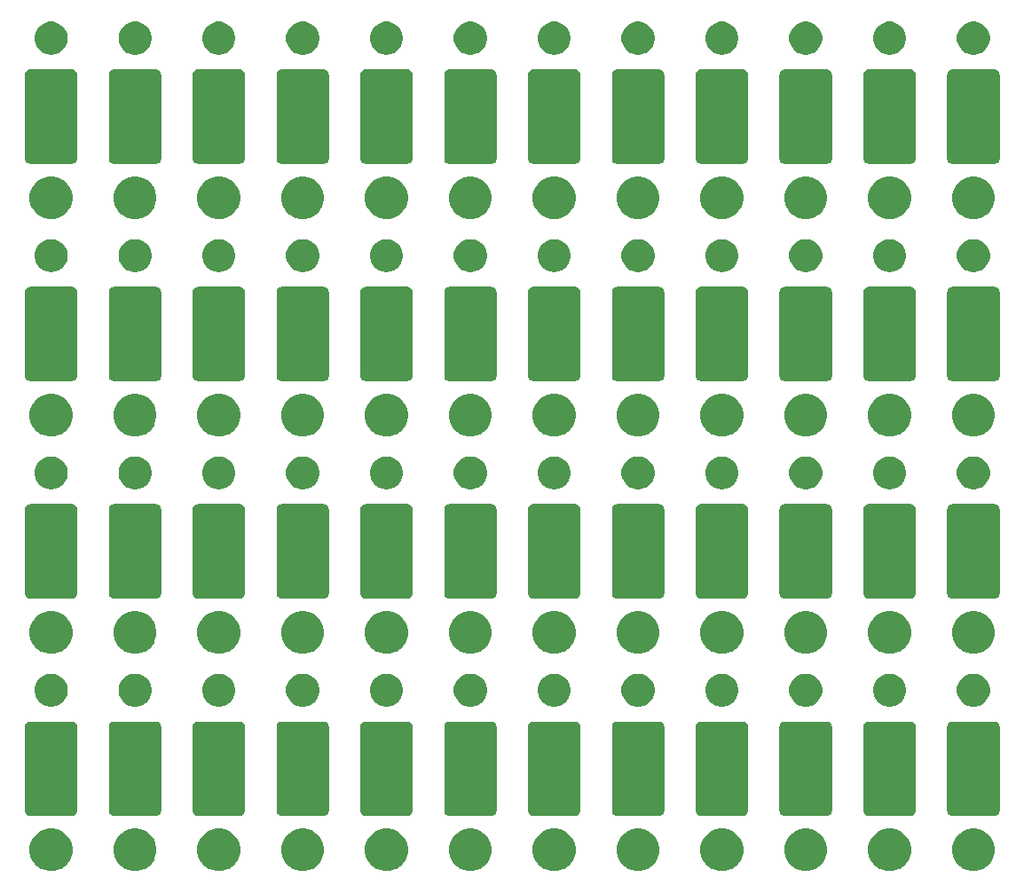
<source format=gts>
G04 #@! TF.GenerationSoftware,KiCad,Pcbnew,(5.1.2)-1*
G04 #@! TF.CreationDate,2019-08-09T16:06:09+09:00*
G04 #@! TF.ProjectId,StabilizerShims,53746162-696c-4697-9a65-725368696d73,rev?*
G04 #@! TF.SameCoordinates,Original*
G04 #@! TF.FileFunction,Soldermask,Top*
G04 #@! TF.FilePolarity,Negative*
%FSLAX46Y46*%
G04 Gerber Fmt 4.6, Leading zero omitted, Abs format (unit mm)*
G04 Created by KiCad (PCBNEW (5.1.2)-1) date 2019-08-09 16:06:09*
%MOMM*%
%LPD*%
G04 APERTURE LIST*
%ADD10C,0.100000*%
G04 APERTURE END LIST*
D10*
G36*
X215096474Y-133038684D02*
G01*
X215314474Y-133128983D01*
X215468623Y-133192833D01*
X215803548Y-133416623D01*
X216088377Y-133701452D01*
X216312167Y-134036377D01*
X216312167Y-134036378D01*
X216466316Y-134408526D01*
X216544900Y-134803594D01*
X216544900Y-135206406D01*
X216466316Y-135601474D01*
X216376017Y-135819474D01*
X216312167Y-135973623D01*
X216088377Y-136308548D01*
X215803548Y-136593377D01*
X215468623Y-136817167D01*
X215314474Y-136881017D01*
X215096474Y-136971316D01*
X214701406Y-137049900D01*
X214298594Y-137049900D01*
X213903526Y-136971316D01*
X213685526Y-136881017D01*
X213531377Y-136817167D01*
X213196452Y-136593377D01*
X212911623Y-136308548D01*
X212687833Y-135973623D01*
X212623983Y-135819474D01*
X212533684Y-135601474D01*
X212455100Y-135206406D01*
X212455100Y-134803594D01*
X212533684Y-134408526D01*
X212687833Y-134036378D01*
X212687833Y-134036377D01*
X212911623Y-133701452D01*
X213196452Y-133416623D01*
X213531377Y-133192833D01*
X213685526Y-133128983D01*
X213903526Y-133038684D01*
X214298594Y-132960100D01*
X214701406Y-132960100D01*
X215096474Y-133038684D01*
X215096474Y-133038684D01*
G37*
G36*
X207096474Y-133038684D02*
G01*
X207314474Y-133128983D01*
X207468623Y-133192833D01*
X207803548Y-133416623D01*
X208088377Y-133701452D01*
X208312167Y-134036377D01*
X208312167Y-134036378D01*
X208466316Y-134408526D01*
X208544900Y-134803594D01*
X208544900Y-135206406D01*
X208466316Y-135601474D01*
X208376017Y-135819474D01*
X208312167Y-135973623D01*
X208088377Y-136308548D01*
X207803548Y-136593377D01*
X207468623Y-136817167D01*
X207314474Y-136881017D01*
X207096474Y-136971316D01*
X206701406Y-137049900D01*
X206298594Y-137049900D01*
X205903526Y-136971316D01*
X205685526Y-136881017D01*
X205531377Y-136817167D01*
X205196452Y-136593377D01*
X204911623Y-136308548D01*
X204687833Y-135973623D01*
X204623983Y-135819474D01*
X204533684Y-135601474D01*
X204455100Y-135206406D01*
X204455100Y-134803594D01*
X204533684Y-134408526D01*
X204687833Y-134036378D01*
X204687833Y-134036377D01*
X204911623Y-133701452D01*
X205196452Y-133416623D01*
X205531377Y-133192833D01*
X205685526Y-133128983D01*
X205903526Y-133038684D01*
X206298594Y-132960100D01*
X206701406Y-132960100D01*
X207096474Y-133038684D01*
X207096474Y-133038684D01*
G37*
G36*
X127096474Y-133038684D02*
G01*
X127314474Y-133128983D01*
X127468623Y-133192833D01*
X127803548Y-133416623D01*
X128088377Y-133701452D01*
X128312167Y-134036377D01*
X128312167Y-134036378D01*
X128466316Y-134408526D01*
X128544900Y-134803594D01*
X128544900Y-135206406D01*
X128466316Y-135601474D01*
X128376017Y-135819474D01*
X128312167Y-135973623D01*
X128088377Y-136308548D01*
X127803548Y-136593377D01*
X127468623Y-136817167D01*
X127314474Y-136881017D01*
X127096474Y-136971316D01*
X126701406Y-137049900D01*
X126298594Y-137049900D01*
X125903526Y-136971316D01*
X125685526Y-136881017D01*
X125531377Y-136817167D01*
X125196452Y-136593377D01*
X124911623Y-136308548D01*
X124687833Y-135973623D01*
X124623983Y-135819474D01*
X124533684Y-135601474D01*
X124455100Y-135206406D01*
X124455100Y-134803594D01*
X124533684Y-134408526D01*
X124687833Y-134036378D01*
X124687833Y-134036377D01*
X124911623Y-133701452D01*
X125196452Y-133416623D01*
X125531377Y-133192833D01*
X125685526Y-133128983D01*
X125903526Y-133038684D01*
X126298594Y-132960100D01*
X126701406Y-132960100D01*
X127096474Y-133038684D01*
X127096474Y-133038684D01*
G37*
G36*
X135096474Y-133038684D02*
G01*
X135314474Y-133128983D01*
X135468623Y-133192833D01*
X135803548Y-133416623D01*
X136088377Y-133701452D01*
X136312167Y-134036377D01*
X136312167Y-134036378D01*
X136466316Y-134408526D01*
X136544900Y-134803594D01*
X136544900Y-135206406D01*
X136466316Y-135601474D01*
X136376017Y-135819474D01*
X136312167Y-135973623D01*
X136088377Y-136308548D01*
X135803548Y-136593377D01*
X135468623Y-136817167D01*
X135314474Y-136881017D01*
X135096474Y-136971316D01*
X134701406Y-137049900D01*
X134298594Y-137049900D01*
X133903526Y-136971316D01*
X133685526Y-136881017D01*
X133531377Y-136817167D01*
X133196452Y-136593377D01*
X132911623Y-136308548D01*
X132687833Y-135973623D01*
X132623983Y-135819474D01*
X132533684Y-135601474D01*
X132455100Y-135206406D01*
X132455100Y-134803594D01*
X132533684Y-134408526D01*
X132687833Y-134036378D01*
X132687833Y-134036377D01*
X132911623Y-133701452D01*
X133196452Y-133416623D01*
X133531377Y-133192833D01*
X133685526Y-133128983D01*
X133903526Y-133038684D01*
X134298594Y-132960100D01*
X134701406Y-132960100D01*
X135096474Y-133038684D01*
X135096474Y-133038684D01*
G37*
G36*
X143096474Y-133038684D02*
G01*
X143314474Y-133128983D01*
X143468623Y-133192833D01*
X143803548Y-133416623D01*
X144088377Y-133701452D01*
X144312167Y-134036377D01*
X144312167Y-134036378D01*
X144466316Y-134408526D01*
X144544900Y-134803594D01*
X144544900Y-135206406D01*
X144466316Y-135601474D01*
X144376017Y-135819474D01*
X144312167Y-135973623D01*
X144088377Y-136308548D01*
X143803548Y-136593377D01*
X143468623Y-136817167D01*
X143314474Y-136881017D01*
X143096474Y-136971316D01*
X142701406Y-137049900D01*
X142298594Y-137049900D01*
X141903526Y-136971316D01*
X141685526Y-136881017D01*
X141531377Y-136817167D01*
X141196452Y-136593377D01*
X140911623Y-136308548D01*
X140687833Y-135973623D01*
X140623983Y-135819474D01*
X140533684Y-135601474D01*
X140455100Y-135206406D01*
X140455100Y-134803594D01*
X140533684Y-134408526D01*
X140687833Y-134036378D01*
X140687833Y-134036377D01*
X140911623Y-133701452D01*
X141196452Y-133416623D01*
X141531377Y-133192833D01*
X141685526Y-133128983D01*
X141903526Y-133038684D01*
X142298594Y-132960100D01*
X142701406Y-132960100D01*
X143096474Y-133038684D01*
X143096474Y-133038684D01*
G37*
G36*
X151096474Y-133038684D02*
G01*
X151314474Y-133128983D01*
X151468623Y-133192833D01*
X151803548Y-133416623D01*
X152088377Y-133701452D01*
X152312167Y-134036377D01*
X152312167Y-134036378D01*
X152466316Y-134408526D01*
X152544900Y-134803594D01*
X152544900Y-135206406D01*
X152466316Y-135601474D01*
X152376017Y-135819474D01*
X152312167Y-135973623D01*
X152088377Y-136308548D01*
X151803548Y-136593377D01*
X151468623Y-136817167D01*
X151314474Y-136881017D01*
X151096474Y-136971316D01*
X150701406Y-137049900D01*
X150298594Y-137049900D01*
X149903526Y-136971316D01*
X149685526Y-136881017D01*
X149531377Y-136817167D01*
X149196452Y-136593377D01*
X148911623Y-136308548D01*
X148687833Y-135973623D01*
X148623983Y-135819474D01*
X148533684Y-135601474D01*
X148455100Y-135206406D01*
X148455100Y-134803594D01*
X148533684Y-134408526D01*
X148687833Y-134036378D01*
X148687833Y-134036377D01*
X148911623Y-133701452D01*
X149196452Y-133416623D01*
X149531377Y-133192833D01*
X149685526Y-133128983D01*
X149903526Y-133038684D01*
X150298594Y-132960100D01*
X150701406Y-132960100D01*
X151096474Y-133038684D01*
X151096474Y-133038684D01*
G37*
G36*
X159096474Y-133038684D02*
G01*
X159314474Y-133128983D01*
X159468623Y-133192833D01*
X159803548Y-133416623D01*
X160088377Y-133701452D01*
X160312167Y-134036377D01*
X160312167Y-134036378D01*
X160466316Y-134408526D01*
X160544900Y-134803594D01*
X160544900Y-135206406D01*
X160466316Y-135601474D01*
X160376017Y-135819474D01*
X160312167Y-135973623D01*
X160088377Y-136308548D01*
X159803548Y-136593377D01*
X159468623Y-136817167D01*
X159314474Y-136881017D01*
X159096474Y-136971316D01*
X158701406Y-137049900D01*
X158298594Y-137049900D01*
X157903526Y-136971316D01*
X157685526Y-136881017D01*
X157531377Y-136817167D01*
X157196452Y-136593377D01*
X156911623Y-136308548D01*
X156687833Y-135973623D01*
X156623983Y-135819474D01*
X156533684Y-135601474D01*
X156455100Y-135206406D01*
X156455100Y-134803594D01*
X156533684Y-134408526D01*
X156687833Y-134036378D01*
X156687833Y-134036377D01*
X156911623Y-133701452D01*
X157196452Y-133416623D01*
X157531377Y-133192833D01*
X157685526Y-133128983D01*
X157903526Y-133038684D01*
X158298594Y-132960100D01*
X158701406Y-132960100D01*
X159096474Y-133038684D01*
X159096474Y-133038684D01*
G37*
G36*
X167096474Y-133038684D02*
G01*
X167314474Y-133128983D01*
X167468623Y-133192833D01*
X167803548Y-133416623D01*
X168088377Y-133701452D01*
X168312167Y-134036377D01*
X168312167Y-134036378D01*
X168466316Y-134408526D01*
X168544900Y-134803594D01*
X168544900Y-135206406D01*
X168466316Y-135601474D01*
X168376017Y-135819474D01*
X168312167Y-135973623D01*
X168088377Y-136308548D01*
X167803548Y-136593377D01*
X167468623Y-136817167D01*
X167314474Y-136881017D01*
X167096474Y-136971316D01*
X166701406Y-137049900D01*
X166298594Y-137049900D01*
X165903526Y-136971316D01*
X165685526Y-136881017D01*
X165531377Y-136817167D01*
X165196452Y-136593377D01*
X164911623Y-136308548D01*
X164687833Y-135973623D01*
X164623983Y-135819474D01*
X164533684Y-135601474D01*
X164455100Y-135206406D01*
X164455100Y-134803594D01*
X164533684Y-134408526D01*
X164687833Y-134036378D01*
X164687833Y-134036377D01*
X164911623Y-133701452D01*
X165196452Y-133416623D01*
X165531377Y-133192833D01*
X165685526Y-133128983D01*
X165903526Y-133038684D01*
X166298594Y-132960100D01*
X166701406Y-132960100D01*
X167096474Y-133038684D01*
X167096474Y-133038684D01*
G37*
G36*
X175096474Y-133038684D02*
G01*
X175314474Y-133128983D01*
X175468623Y-133192833D01*
X175803548Y-133416623D01*
X176088377Y-133701452D01*
X176312167Y-134036377D01*
X176312167Y-134036378D01*
X176466316Y-134408526D01*
X176544900Y-134803594D01*
X176544900Y-135206406D01*
X176466316Y-135601474D01*
X176376017Y-135819474D01*
X176312167Y-135973623D01*
X176088377Y-136308548D01*
X175803548Y-136593377D01*
X175468623Y-136817167D01*
X175314474Y-136881017D01*
X175096474Y-136971316D01*
X174701406Y-137049900D01*
X174298594Y-137049900D01*
X173903526Y-136971316D01*
X173685526Y-136881017D01*
X173531377Y-136817167D01*
X173196452Y-136593377D01*
X172911623Y-136308548D01*
X172687833Y-135973623D01*
X172623983Y-135819474D01*
X172533684Y-135601474D01*
X172455100Y-135206406D01*
X172455100Y-134803594D01*
X172533684Y-134408526D01*
X172687833Y-134036378D01*
X172687833Y-134036377D01*
X172911623Y-133701452D01*
X173196452Y-133416623D01*
X173531377Y-133192833D01*
X173685526Y-133128983D01*
X173903526Y-133038684D01*
X174298594Y-132960100D01*
X174701406Y-132960100D01*
X175096474Y-133038684D01*
X175096474Y-133038684D01*
G37*
G36*
X183096474Y-133038684D02*
G01*
X183314474Y-133128983D01*
X183468623Y-133192833D01*
X183803548Y-133416623D01*
X184088377Y-133701452D01*
X184312167Y-134036377D01*
X184312167Y-134036378D01*
X184466316Y-134408526D01*
X184544900Y-134803594D01*
X184544900Y-135206406D01*
X184466316Y-135601474D01*
X184376017Y-135819474D01*
X184312167Y-135973623D01*
X184088377Y-136308548D01*
X183803548Y-136593377D01*
X183468623Y-136817167D01*
X183314474Y-136881017D01*
X183096474Y-136971316D01*
X182701406Y-137049900D01*
X182298594Y-137049900D01*
X181903526Y-136971316D01*
X181685526Y-136881017D01*
X181531377Y-136817167D01*
X181196452Y-136593377D01*
X180911623Y-136308548D01*
X180687833Y-135973623D01*
X180623983Y-135819474D01*
X180533684Y-135601474D01*
X180455100Y-135206406D01*
X180455100Y-134803594D01*
X180533684Y-134408526D01*
X180687833Y-134036378D01*
X180687833Y-134036377D01*
X180911623Y-133701452D01*
X181196452Y-133416623D01*
X181531377Y-133192833D01*
X181685526Y-133128983D01*
X181903526Y-133038684D01*
X182298594Y-132960100D01*
X182701406Y-132960100D01*
X183096474Y-133038684D01*
X183096474Y-133038684D01*
G37*
G36*
X191096474Y-133038684D02*
G01*
X191314474Y-133128983D01*
X191468623Y-133192833D01*
X191803548Y-133416623D01*
X192088377Y-133701452D01*
X192312167Y-134036377D01*
X192312167Y-134036378D01*
X192466316Y-134408526D01*
X192544900Y-134803594D01*
X192544900Y-135206406D01*
X192466316Y-135601474D01*
X192376017Y-135819474D01*
X192312167Y-135973623D01*
X192088377Y-136308548D01*
X191803548Y-136593377D01*
X191468623Y-136817167D01*
X191314474Y-136881017D01*
X191096474Y-136971316D01*
X190701406Y-137049900D01*
X190298594Y-137049900D01*
X189903526Y-136971316D01*
X189685526Y-136881017D01*
X189531377Y-136817167D01*
X189196452Y-136593377D01*
X188911623Y-136308548D01*
X188687833Y-135973623D01*
X188623983Y-135819474D01*
X188533684Y-135601474D01*
X188455100Y-135206406D01*
X188455100Y-134803594D01*
X188533684Y-134408526D01*
X188687833Y-134036378D01*
X188687833Y-134036377D01*
X188911623Y-133701452D01*
X189196452Y-133416623D01*
X189531377Y-133192833D01*
X189685526Y-133128983D01*
X189903526Y-133038684D01*
X190298594Y-132960100D01*
X190701406Y-132960100D01*
X191096474Y-133038684D01*
X191096474Y-133038684D01*
G37*
G36*
X199096474Y-133038684D02*
G01*
X199314474Y-133128983D01*
X199468623Y-133192833D01*
X199803548Y-133416623D01*
X200088377Y-133701452D01*
X200312167Y-134036377D01*
X200312167Y-134036378D01*
X200466316Y-134408526D01*
X200544900Y-134803594D01*
X200544900Y-135206406D01*
X200466316Y-135601474D01*
X200376017Y-135819474D01*
X200312167Y-135973623D01*
X200088377Y-136308548D01*
X199803548Y-136593377D01*
X199468623Y-136817167D01*
X199314474Y-136881017D01*
X199096474Y-136971316D01*
X198701406Y-137049900D01*
X198298594Y-137049900D01*
X197903526Y-136971316D01*
X197685526Y-136881017D01*
X197531377Y-136817167D01*
X197196452Y-136593377D01*
X196911623Y-136308548D01*
X196687833Y-135973623D01*
X196623983Y-135819474D01*
X196533684Y-135601474D01*
X196455100Y-135206406D01*
X196455100Y-134803594D01*
X196533684Y-134408526D01*
X196687833Y-134036378D01*
X196687833Y-134036377D01*
X196911623Y-133701452D01*
X197196452Y-133416623D01*
X197531377Y-133192833D01*
X197685526Y-133128983D01*
X197903526Y-133038684D01*
X198298594Y-132960100D01*
X198701406Y-132960100D01*
X199096474Y-133038684D01*
X199096474Y-133038684D01*
G37*
G36*
X184504053Y-122750534D02*
G01*
X184504059Y-122750534D01*
X184621292Y-122765968D01*
X184621294Y-122765969D01*
X184629410Y-122767037D01*
X184636975Y-122770170D01*
X184636977Y-122770171D01*
X184706620Y-122799018D01*
X184750000Y-122816987D01*
X184853553Y-122896447D01*
X184933013Y-123000000D01*
X184982963Y-123120590D01*
X185000000Y-123250000D01*
X185000000Y-131250000D01*
X184982963Y-131379410D01*
X184933013Y-131500000D01*
X184853553Y-131603553D01*
X184750000Y-131683013D01*
X184742431Y-131686148D01*
X184636977Y-131729829D01*
X184636975Y-131729830D01*
X184629410Y-131732963D01*
X184621294Y-131734031D01*
X184621292Y-131734032D01*
X184504059Y-131749466D01*
X184504053Y-131749466D01*
X184500000Y-131750000D01*
X180500000Y-131750000D01*
X180495947Y-131749466D01*
X180495941Y-131749466D01*
X180378708Y-131734032D01*
X180378706Y-131734031D01*
X180370590Y-131732963D01*
X180363025Y-131729830D01*
X180363023Y-131729829D01*
X180257569Y-131686148D01*
X180250000Y-131683013D01*
X180146447Y-131603553D01*
X180066987Y-131500000D01*
X180017037Y-131379410D01*
X180000000Y-131250000D01*
X180000000Y-123250000D01*
X180017037Y-123120590D01*
X180066987Y-123000000D01*
X180146447Y-122896447D01*
X180250000Y-122816987D01*
X180293380Y-122799018D01*
X180363023Y-122770171D01*
X180363025Y-122770170D01*
X180370590Y-122767037D01*
X180378706Y-122765969D01*
X180378708Y-122765968D01*
X180495941Y-122750534D01*
X180495947Y-122750534D01*
X180500000Y-122750000D01*
X184500000Y-122750000D01*
X184504053Y-122750534D01*
X184504053Y-122750534D01*
G37*
G36*
X200504053Y-122750534D02*
G01*
X200504059Y-122750534D01*
X200621292Y-122765968D01*
X200621294Y-122765969D01*
X200629410Y-122767037D01*
X200636975Y-122770170D01*
X200636977Y-122770171D01*
X200706620Y-122799018D01*
X200750000Y-122816987D01*
X200853553Y-122896447D01*
X200933013Y-123000000D01*
X200982963Y-123120590D01*
X201000000Y-123250000D01*
X201000000Y-131250000D01*
X200982963Y-131379410D01*
X200933013Y-131500000D01*
X200853553Y-131603553D01*
X200750000Y-131683013D01*
X200742431Y-131686148D01*
X200636977Y-131729829D01*
X200636975Y-131729830D01*
X200629410Y-131732963D01*
X200621294Y-131734031D01*
X200621292Y-131734032D01*
X200504059Y-131749466D01*
X200504053Y-131749466D01*
X200500000Y-131750000D01*
X196500000Y-131750000D01*
X196495947Y-131749466D01*
X196495941Y-131749466D01*
X196378708Y-131734032D01*
X196378706Y-131734031D01*
X196370590Y-131732963D01*
X196363025Y-131729830D01*
X196363023Y-131729829D01*
X196257569Y-131686148D01*
X196250000Y-131683013D01*
X196146447Y-131603553D01*
X196066987Y-131500000D01*
X196017037Y-131379410D01*
X196000000Y-131250000D01*
X196000000Y-123250000D01*
X196017037Y-123120590D01*
X196066987Y-123000000D01*
X196146447Y-122896447D01*
X196250000Y-122816987D01*
X196293380Y-122799018D01*
X196363023Y-122770171D01*
X196363025Y-122770170D01*
X196370590Y-122767037D01*
X196378706Y-122765969D01*
X196378708Y-122765968D01*
X196495941Y-122750534D01*
X196495947Y-122750534D01*
X196500000Y-122750000D01*
X200500000Y-122750000D01*
X200504053Y-122750534D01*
X200504053Y-122750534D01*
G37*
G36*
X192504053Y-122750534D02*
G01*
X192504059Y-122750534D01*
X192621292Y-122765968D01*
X192621294Y-122765969D01*
X192629410Y-122767037D01*
X192636975Y-122770170D01*
X192636977Y-122770171D01*
X192706620Y-122799018D01*
X192750000Y-122816987D01*
X192853553Y-122896447D01*
X192933013Y-123000000D01*
X192982963Y-123120590D01*
X193000000Y-123250000D01*
X193000000Y-131250000D01*
X192982963Y-131379410D01*
X192933013Y-131500000D01*
X192853553Y-131603553D01*
X192750000Y-131683013D01*
X192742431Y-131686148D01*
X192636977Y-131729829D01*
X192636975Y-131729830D01*
X192629410Y-131732963D01*
X192621294Y-131734031D01*
X192621292Y-131734032D01*
X192504059Y-131749466D01*
X192504053Y-131749466D01*
X192500000Y-131750000D01*
X188500000Y-131750000D01*
X188495947Y-131749466D01*
X188495941Y-131749466D01*
X188378708Y-131734032D01*
X188378706Y-131734031D01*
X188370590Y-131732963D01*
X188363025Y-131729830D01*
X188363023Y-131729829D01*
X188257569Y-131686148D01*
X188250000Y-131683013D01*
X188146447Y-131603553D01*
X188066987Y-131500000D01*
X188017037Y-131379410D01*
X188000000Y-131250000D01*
X188000000Y-123250000D01*
X188017037Y-123120590D01*
X188066987Y-123000000D01*
X188146447Y-122896447D01*
X188250000Y-122816987D01*
X188293380Y-122799018D01*
X188363023Y-122770171D01*
X188363025Y-122770170D01*
X188370590Y-122767037D01*
X188378706Y-122765969D01*
X188378708Y-122765968D01*
X188495941Y-122750534D01*
X188495947Y-122750534D01*
X188500000Y-122750000D01*
X192500000Y-122750000D01*
X192504053Y-122750534D01*
X192504053Y-122750534D01*
G37*
G36*
X176504053Y-122750534D02*
G01*
X176504059Y-122750534D01*
X176621292Y-122765968D01*
X176621294Y-122765969D01*
X176629410Y-122767037D01*
X176636975Y-122770170D01*
X176636977Y-122770171D01*
X176706620Y-122799018D01*
X176750000Y-122816987D01*
X176853553Y-122896447D01*
X176933013Y-123000000D01*
X176982963Y-123120590D01*
X177000000Y-123250000D01*
X177000000Y-131250000D01*
X176982963Y-131379410D01*
X176933013Y-131500000D01*
X176853553Y-131603553D01*
X176750000Y-131683013D01*
X176742431Y-131686148D01*
X176636977Y-131729829D01*
X176636975Y-131729830D01*
X176629410Y-131732963D01*
X176621294Y-131734031D01*
X176621292Y-131734032D01*
X176504059Y-131749466D01*
X176504053Y-131749466D01*
X176500000Y-131750000D01*
X172500000Y-131750000D01*
X172495947Y-131749466D01*
X172495941Y-131749466D01*
X172378708Y-131734032D01*
X172378706Y-131734031D01*
X172370590Y-131732963D01*
X172363025Y-131729830D01*
X172363023Y-131729829D01*
X172257569Y-131686148D01*
X172250000Y-131683013D01*
X172146447Y-131603553D01*
X172066987Y-131500000D01*
X172017037Y-131379410D01*
X172000000Y-131250000D01*
X172000000Y-123250000D01*
X172017037Y-123120590D01*
X172066987Y-123000000D01*
X172146447Y-122896447D01*
X172250000Y-122816987D01*
X172293380Y-122799018D01*
X172363023Y-122770171D01*
X172363025Y-122770170D01*
X172370590Y-122767037D01*
X172378706Y-122765969D01*
X172378708Y-122765968D01*
X172495941Y-122750534D01*
X172495947Y-122750534D01*
X172500000Y-122750000D01*
X176500000Y-122750000D01*
X176504053Y-122750534D01*
X176504053Y-122750534D01*
G37*
G36*
X168504053Y-122750534D02*
G01*
X168504059Y-122750534D01*
X168621292Y-122765968D01*
X168621294Y-122765969D01*
X168629410Y-122767037D01*
X168636975Y-122770170D01*
X168636977Y-122770171D01*
X168706620Y-122799018D01*
X168750000Y-122816987D01*
X168853553Y-122896447D01*
X168933013Y-123000000D01*
X168982963Y-123120590D01*
X169000000Y-123250000D01*
X169000000Y-131250000D01*
X168982963Y-131379410D01*
X168933013Y-131500000D01*
X168853553Y-131603553D01*
X168750000Y-131683013D01*
X168742431Y-131686148D01*
X168636977Y-131729829D01*
X168636975Y-131729830D01*
X168629410Y-131732963D01*
X168621294Y-131734031D01*
X168621292Y-131734032D01*
X168504059Y-131749466D01*
X168504053Y-131749466D01*
X168500000Y-131750000D01*
X164500000Y-131750000D01*
X164495947Y-131749466D01*
X164495941Y-131749466D01*
X164378708Y-131734032D01*
X164378706Y-131734031D01*
X164370590Y-131732963D01*
X164363025Y-131729830D01*
X164363023Y-131729829D01*
X164257569Y-131686148D01*
X164250000Y-131683013D01*
X164146447Y-131603553D01*
X164066987Y-131500000D01*
X164017037Y-131379410D01*
X164000000Y-131250000D01*
X164000000Y-123250000D01*
X164017037Y-123120590D01*
X164066987Y-123000000D01*
X164146447Y-122896447D01*
X164250000Y-122816987D01*
X164293380Y-122799018D01*
X164363023Y-122770171D01*
X164363025Y-122770170D01*
X164370590Y-122767037D01*
X164378706Y-122765969D01*
X164378708Y-122765968D01*
X164495941Y-122750534D01*
X164495947Y-122750534D01*
X164500000Y-122750000D01*
X168500000Y-122750000D01*
X168504053Y-122750534D01*
X168504053Y-122750534D01*
G37*
G36*
X160504053Y-122750534D02*
G01*
X160504059Y-122750534D01*
X160621292Y-122765968D01*
X160621294Y-122765969D01*
X160629410Y-122767037D01*
X160636975Y-122770170D01*
X160636977Y-122770171D01*
X160706620Y-122799018D01*
X160750000Y-122816987D01*
X160853553Y-122896447D01*
X160933013Y-123000000D01*
X160982963Y-123120590D01*
X161000000Y-123250000D01*
X161000000Y-131250000D01*
X160982963Y-131379410D01*
X160933013Y-131500000D01*
X160853553Y-131603553D01*
X160750000Y-131683013D01*
X160742431Y-131686148D01*
X160636977Y-131729829D01*
X160636975Y-131729830D01*
X160629410Y-131732963D01*
X160621294Y-131734031D01*
X160621292Y-131734032D01*
X160504059Y-131749466D01*
X160504053Y-131749466D01*
X160500000Y-131750000D01*
X156500000Y-131750000D01*
X156495947Y-131749466D01*
X156495941Y-131749466D01*
X156378708Y-131734032D01*
X156378706Y-131734031D01*
X156370590Y-131732963D01*
X156363025Y-131729830D01*
X156363023Y-131729829D01*
X156257569Y-131686148D01*
X156250000Y-131683013D01*
X156146447Y-131603553D01*
X156066987Y-131500000D01*
X156017037Y-131379410D01*
X156000000Y-131250000D01*
X156000000Y-123250000D01*
X156017037Y-123120590D01*
X156066987Y-123000000D01*
X156146447Y-122896447D01*
X156250000Y-122816987D01*
X156293380Y-122799018D01*
X156363023Y-122770171D01*
X156363025Y-122770170D01*
X156370590Y-122767037D01*
X156378706Y-122765969D01*
X156378708Y-122765968D01*
X156495941Y-122750534D01*
X156495947Y-122750534D01*
X156500000Y-122750000D01*
X160500000Y-122750000D01*
X160504053Y-122750534D01*
X160504053Y-122750534D01*
G37*
G36*
X144504053Y-122750534D02*
G01*
X144504059Y-122750534D01*
X144621292Y-122765968D01*
X144621294Y-122765969D01*
X144629410Y-122767037D01*
X144636975Y-122770170D01*
X144636977Y-122770171D01*
X144706620Y-122799018D01*
X144750000Y-122816987D01*
X144853553Y-122896447D01*
X144933013Y-123000000D01*
X144982963Y-123120590D01*
X145000000Y-123250000D01*
X145000000Y-131250000D01*
X144982963Y-131379410D01*
X144933013Y-131500000D01*
X144853553Y-131603553D01*
X144750000Y-131683013D01*
X144742431Y-131686148D01*
X144636977Y-131729829D01*
X144636975Y-131729830D01*
X144629410Y-131732963D01*
X144621294Y-131734031D01*
X144621292Y-131734032D01*
X144504059Y-131749466D01*
X144504053Y-131749466D01*
X144500000Y-131750000D01*
X140500000Y-131750000D01*
X140495947Y-131749466D01*
X140495941Y-131749466D01*
X140378708Y-131734032D01*
X140378706Y-131734031D01*
X140370590Y-131732963D01*
X140363025Y-131729830D01*
X140363023Y-131729829D01*
X140257569Y-131686148D01*
X140250000Y-131683013D01*
X140146447Y-131603553D01*
X140066987Y-131500000D01*
X140017037Y-131379410D01*
X140000000Y-131250000D01*
X140000000Y-123250000D01*
X140017037Y-123120590D01*
X140066987Y-123000000D01*
X140146447Y-122896447D01*
X140250000Y-122816987D01*
X140293380Y-122799018D01*
X140363023Y-122770171D01*
X140363025Y-122770170D01*
X140370590Y-122767037D01*
X140378706Y-122765969D01*
X140378708Y-122765968D01*
X140495941Y-122750534D01*
X140495947Y-122750534D01*
X140500000Y-122750000D01*
X144500000Y-122750000D01*
X144504053Y-122750534D01*
X144504053Y-122750534D01*
G37*
G36*
X136504053Y-122750534D02*
G01*
X136504059Y-122750534D01*
X136621292Y-122765968D01*
X136621294Y-122765969D01*
X136629410Y-122767037D01*
X136636975Y-122770170D01*
X136636977Y-122770171D01*
X136706620Y-122799018D01*
X136750000Y-122816987D01*
X136853553Y-122896447D01*
X136933013Y-123000000D01*
X136982963Y-123120590D01*
X137000000Y-123250000D01*
X137000000Y-131250000D01*
X136982963Y-131379410D01*
X136933013Y-131500000D01*
X136853553Y-131603553D01*
X136750000Y-131683013D01*
X136742431Y-131686148D01*
X136636977Y-131729829D01*
X136636975Y-131729830D01*
X136629410Y-131732963D01*
X136621294Y-131734031D01*
X136621292Y-131734032D01*
X136504059Y-131749466D01*
X136504053Y-131749466D01*
X136500000Y-131750000D01*
X132500000Y-131750000D01*
X132495947Y-131749466D01*
X132495941Y-131749466D01*
X132378708Y-131734032D01*
X132378706Y-131734031D01*
X132370590Y-131732963D01*
X132363025Y-131729830D01*
X132363023Y-131729829D01*
X132257569Y-131686148D01*
X132250000Y-131683013D01*
X132146447Y-131603553D01*
X132066987Y-131500000D01*
X132017037Y-131379410D01*
X132000000Y-131250000D01*
X132000000Y-123250000D01*
X132017037Y-123120590D01*
X132066987Y-123000000D01*
X132146447Y-122896447D01*
X132250000Y-122816987D01*
X132293380Y-122799018D01*
X132363023Y-122770171D01*
X132363025Y-122770170D01*
X132370590Y-122767037D01*
X132378706Y-122765969D01*
X132378708Y-122765968D01*
X132495941Y-122750534D01*
X132495947Y-122750534D01*
X132500000Y-122750000D01*
X136500000Y-122750000D01*
X136504053Y-122750534D01*
X136504053Y-122750534D01*
G37*
G36*
X216504053Y-122750534D02*
G01*
X216504059Y-122750534D01*
X216621292Y-122765968D01*
X216621294Y-122765969D01*
X216629410Y-122767037D01*
X216636975Y-122770170D01*
X216636977Y-122770171D01*
X216706620Y-122799018D01*
X216750000Y-122816987D01*
X216853553Y-122896447D01*
X216933013Y-123000000D01*
X216982963Y-123120590D01*
X217000000Y-123250000D01*
X217000000Y-131250000D01*
X216982963Y-131379410D01*
X216933013Y-131500000D01*
X216853553Y-131603553D01*
X216750000Y-131683013D01*
X216742431Y-131686148D01*
X216636977Y-131729829D01*
X216636975Y-131729830D01*
X216629410Y-131732963D01*
X216621294Y-131734031D01*
X216621292Y-131734032D01*
X216504059Y-131749466D01*
X216504053Y-131749466D01*
X216500000Y-131750000D01*
X212500000Y-131750000D01*
X212495947Y-131749466D01*
X212495941Y-131749466D01*
X212378708Y-131734032D01*
X212378706Y-131734031D01*
X212370590Y-131732963D01*
X212363025Y-131729830D01*
X212363023Y-131729829D01*
X212257569Y-131686148D01*
X212250000Y-131683013D01*
X212146447Y-131603553D01*
X212066987Y-131500000D01*
X212017037Y-131379410D01*
X212000000Y-131250000D01*
X212000000Y-123250000D01*
X212017037Y-123120590D01*
X212066987Y-123000000D01*
X212146447Y-122896447D01*
X212250000Y-122816987D01*
X212293380Y-122799018D01*
X212363023Y-122770171D01*
X212363025Y-122770170D01*
X212370590Y-122767037D01*
X212378706Y-122765969D01*
X212378708Y-122765968D01*
X212495941Y-122750534D01*
X212495947Y-122750534D01*
X212500000Y-122750000D01*
X216500000Y-122750000D01*
X216504053Y-122750534D01*
X216504053Y-122750534D01*
G37*
G36*
X128504053Y-122750534D02*
G01*
X128504059Y-122750534D01*
X128621292Y-122765968D01*
X128621294Y-122765969D01*
X128629410Y-122767037D01*
X128636975Y-122770170D01*
X128636977Y-122770171D01*
X128706620Y-122799018D01*
X128750000Y-122816987D01*
X128853553Y-122896447D01*
X128933013Y-123000000D01*
X128982963Y-123120590D01*
X129000000Y-123250000D01*
X129000000Y-131250000D01*
X128982963Y-131379410D01*
X128933013Y-131500000D01*
X128853553Y-131603553D01*
X128750000Y-131683013D01*
X128742431Y-131686148D01*
X128636977Y-131729829D01*
X128636975Y-131729830D01*
X128629410Y-131732963D01*
X128621294Y-131734031D01*
X128621292Y-131734032D01*
X128504059Y-131749466D01*
X128504053Y-131749466D01*
X128500000Y-131750000D01*
X124500000Y-131750000D01*
X124495947Y-131749466D01*
X124495941Y-131749466D01*
X124378708Y-131734032D01*
X124378706Y-131734031D01*
X124370590Y-131732963D01*
X124363025Y-131729830D01*
X124363023Y-131729829D01*
X124257569Y-131686148D01*
X124250000Y-131683013D01*
X124146447Y-131603553D01*
X124066987Y-131500000D01*
X124017037Y-131379410D01*
X124000000Y-131250000D01*
X124000000Y-123250000D01*
X124017037Y-123120590D01*
X124066987Y-123000000D01*
X124146447Y-122896447D01*
X124250000Y-122816987D01*
X124293380Y-122799018D01*
X124363023Y-122770171D01*
X124363025Y-122770170D01*
X124370590Y-122767037D01*
X124378706Y-122765969D01*
X124378708Y-122765968D01*
X124495941Y-122750534D01*
X124495947Y-122750534D01*
X124500000Y-122750000D01*
X128500000Y-122750000D01*
X128504053Y-122750534D01*
X128504053Y-122750534D01*
G37*
G36*
X208504053Y-122750534D02*
G01*
X208504059Y-122750534D01*
X208621292Y-122765968D01*
X208621294Y-122765969D01*
X208629410Y-122767037D01*
X208636975Y-122770170D01*
X208636977Y-122770171D01*
X208706620Y-122799018D01*
X208750000Y-122816987D01*
X208853553Y-122896447D01*
X208933013Y-123000000D01*
X208982963Y-123120590D01*
X209000000Y-123250000D01*
X209000000Y-131250000D01*
X208982963Y-131379410D01*
X208933013Y-131500000D01*
X208853553Y-131603553D01*
X208750000Y-131683013D01*
X208742431Y-131686148D01*
X208636977Y-131729829D01*
X208636975Y-131729830D01*
X208629410Y-131732963D01*
X208621294Y-131734031D01*
X208621292Y-131734032D01*
X208504059Y-131749466D01*
X208504053Y-131749466D01*
X208500000Y-131750000D01*
X204500000Y-131750000D01*
X204495947Y-131749466D01*
X204495941Y-131749466D01*
X204378708Y-131734032D01*
X204378706Y-131734031D01*
X204370590Y-131732963D01*
X204363025Y-131729830D01*
X204363023Y-131729829D01*
X204257569Y-131686148D01*
X204250000Y-131683013D01*
X204146447Y-131603553D01*
X204066987Y-131500000D01*
X204017037Y-131379410D01*
X204000000Y-131250000D01*
X204000000Y-123250000D01*
X204017037Y-123120590D01*
X204066987Y-123000000D01*
X204146447Y-122896447D01*
X204250000Y-122816987D01*
X204293380Y-122799018D01*
X204363023Y-122770171D01*
X204363025Y-122770170D01*
X204370590Y-122767037D01*
X204378706Y-122765969D01*
X204378708Y-122765968D01*
X204495941Y-122750534D01*
X204495947Y-122750534D01*
X204500000Y-122750000D01*
X208500000Y-122750000D01*
X208504053Y-122750534D01*
X208504053Y-122750534D01*
G37*
G36*
X152504053Y-122750534D02*
G01*
X152504059Y-122750534D01*
X152621292Y-122765968D01*
X152621294Y-122765969D01*
X152629410Y-122767037D01*
X152636975Y-122770170D01*
X152636977Y-122770171D01*
X152706620Y-122799018D01*
X152750000Y-122816987D01*
X152853553Y-122896447D01*
X152933013Y-123000000D01*
X152982963Y-123120590D01*
X153000000Y-123250000D01*
X153000000Y-131250000D01*
X152982963Y-131379410D01*
X152933013Y-131500000D01*
X152853553Y-131603553D01*
X152750000Y-131683013D01*
X152742431Y-131686148D01*
X152636977Y-131729829D01*
X152636975Y-131729830D01*
X152629410Y-131732963D01*
X152621294Y-131734031D01*
X152621292Y-131734032D01*
X152504059Y-131749466D01*
X152504053Y-131749466D01*
X152500000Y-131750000D01*
X148500000Y-131750000D01*
X148495947Y-131749466D01*
X148495941Y-131749466D01*
X148378708Y-131734032D01*
X148378706Y-131734031D01*
X148370590Y-131732963D01*
X148363025Y-131729830D01*
X148363023Y-131729829D01*
X148257569Y-131686148D01*
X148250000Y-131683013D01*
X148146447Y-131603553D01*
X148066987Y-131500000D01*
X148017037Y-131379410D01*
X148000000Y-131250000D01*
X148000000Y-123250000D01*
X148017037Y-123120590D01*
X148066987Y-123000000D01*
X148146447Y-122896447D01*
X148250000Y-122816987D01*
X148293380Y-122799018D01*
X148363023Y-122770171D01*
X148363025Y-122770170D01*
X148370590Y-122767037D01*
X148378706Y-122765969D01*
X148378708Y-122765968D01*
X148495941Y-122750534D01*
X148495947Y-122750534D01*
X148500000Y-122750000D01*
X152500000Y-122750000D01*
X152504053Y-122750534D01*
X152504053Y-122750534D01*
G37*
G36*
X142807267Y-118220263D02*
G01*
X142959411Y-118250526D01*
X143078137Y-118299704D01*
X143246041Y-118369252D01*
X143246042Y-118369253D01*
X143504004Y-118541617D01*
X143723383Y-118760996D01*
X143838553Y-118933361D01*
X143895748Y-119018959D01*
X144014474Y-119305590D01*
X144075000Y-119609875D01*
X144075000Y-119920125D01*
X144014474Y-120224410D01*
X143895748Y-120511041D01*
X143895747Y-120511042D01*
X143723383Y-120769004D01*
X143504004Y-120988383D01*
X143331639Y-121103553D01*
X143246041Y-121160748D01*
X143078137Y-121230296D01*
X142959411Y-121279474D01*
X142655125Y-121340000D01*
X142344875Y-121340000D01*
X142040589Y-121279474D01*
X141921863Y-121230296D01*
X141753959Y-121160748D01*
X141668361Y-121103553D01*
X141495996Y-120988383D01*
X141276617Y-120769004D01*
X141104253Y-120511042D01*
X141104252Y-120511041D01*
X140985526Y-120224410D01*
X140925000Y-119920125D01*
X140925000Y-119609875D01*
X140985526Y-119305590D01*
X141104252Y-119018959D01*
X141161447Y-118933361D01*
X141276617Y-118760996D01*
X141495996Y-118541617D01*
X141753958Y-118369253D01*
X141753959Y-118369252D01*
X141921863Y-118299704D01*
X142040589Y-118250526D01*
X142192733Y-118220263D01*
X142344875Y-118190000D01*
X142655125Y-118190000D01*
X142807267Y-118220263D01*
X142807267Y-118220263D01*
G37*
G36*
X126807267Y-118220263D02*
G01*
X126959411Y-118250526D01*
X127078137Y-118299704D01*
X127246041Y-118369252D01*
X127246042Y-118369253D01*
X127504004Y-118541617D01*
X127723383Y-118760996D01*
X127838553Y-118933361D01*
X127895748Y-119018959D01*
X128014474Y-119305590D01*
X128075000Y-119609875D01*
X128075000Y-119920125D01*
X128014474Y-120224410D01*
X127895748Y-120511041D01*
X127895747Y-120511042D01*
X127723383Y-120769004D01*
X127504004Y-120988383D01*
X127331639Y-121103553D01*
X127246041Y-121160748D01*
X127078137Y-121230296D01*
X126959411Y-121279474D01*
X126655125Y-121340000D01*
X126344875Y-121340000D01*
X126040589Y-121279474D01*
X125921863Y-121230296D01*
X125753959Y-121160748D01*
X125668361Y-121103553D01*
X125495996Y-120988383D01*
X125276617Y-120769004D01*
X125104253Y-120511042D01*
X125104252Y-120511041D01*
X124985526Y-120224410D01*
X124925000Y-119920125D01*
X124925000Y-119609875D01*
X124985526Y-119305590D01*
X125104252Y-119018959D01*
X125161447Y-118933361D01*
X125276617Y-118760996D01*
X125495996Y-118541617D01*
X125753958Y-118369253D01*
X125753959Y-118369252D01*
X125921863Y-118299704D01*
X126040589Y-118250526D01*
X126192733Y-118220263D01*
X126344875Y-118190000D01*
X126655125Y-118190000D01*
X126807267Y-118220263D01*
X126807267Y-118220263D01*
G37*
G36*
X214807267Y-118220263D02*
G01*
X214959411Y-118250526D01*
X215078137Y-118299704D01*
X215246041Y-118369252D01*
X215246042Y-118369253D01*
X215504004Y-118541617D01*
X215723383Y-118760996D01*
X215838553Y-118933361D01*
X215895748Y-119018959D01*
X216014474Y-119305590D01*
X216075000Y-119609875D01*
X216075000Y-119920125D01*
X216014474Y-120224410D01*
X215895748Y-120511041D01*
X215895747Y-120511042D01*
X215723383Y-120769004D01*
X215504004Y-120988383D01*
X215331639Y-121103553D01*
X215246041Y-121160748D01*
X215078137Y-121230296D01*
X214959411Y-121279474D01*
X214655125Y-121340000D01*
X214344875Y-121340000D01*
X214040589Y-121279474D01*
X213921863Y-121230296D01*
X213753959Y-121160748D01*
X213668361Y-121103553D01*
X213495996Y-120988383D01*
X213276617Y-120769004D01*
X213104253Y-120511042D01*
X213104252Y-120511041D01*
X212985526Y-120224410D01*
X212925000Y-119920125D01*
X212925000Y-119609875D01*
X212985526Y-119305590D01*
X213104252Y-119018959D01*
X213161447Y-118933361D01*
X213276617Y-118760996D01*
X213495996Y-118541617D01*
X213753958Y-118369253D01*
X213753959Y-118369252D01*
X213921863Y-118299704D01*
X214040589Y-118250526D01*
X214192733Y-118220263D01*
X214344875Y-118190000D01*
X214655125Y-118190000D01*
X214807267Y-118220263D01*
X214807267Y-118220263D01*
G37*
G36*
X198807267Y-118220263D02*
G01*
X198959411Y-118250526D01*
X199078137Y-118299704D01*
X199246041Y-118369252D01*
X199246042Y-118369253D01*
X199504004Y-118541617D01*
X199723383Y-118760996D01*
X199838553Y-118933361D01*
X199895748Y-119018959D01*
X200014474Y-119305590D01*
X200075000Y-119609875D01*
X200075000Y-119920125D01*
X200014474Y-120224410D01*
X199895748Y-120511041D01*
X199895747Y-120511042D01*
X199723383Y-120769004D01*
X199504004Y-120988383D01*
X199331639Y-121103553D01*
X199246041Y-121160748D01*
X199078137Y-121230296D01*
X198959411Y-121279474D01*
X198655125Y-121340000D01*
X198344875Y-121340000D01*
X198040589Y-121279474D01*
X197921863Y-121230296D01*
X197753959Y-121160748D01*
X197668361Y-121103553D01*
X197495996Y-120988383D01*
X197276617Y-120769004D01*
X197104253Y-120511042D01*
X197104252Y-120511041D01*
X196985526Y-120224410D01*
X196925000Y-119920125D01*
X196925000Y-119609875D01*
X196985526Y-119305590D01*
X197104252Y-119018959D01*
X197161447Y-118933361D01*
X197276617Y-118760996D01*
X197495996Y-118541617D01*
X197753958Y-118369253D01*
X197753959Y-118369252D01*
X197921863Y-118299704D01*
X198040589Y-118250526D01*
X198192733Y-118220263D01*
X198344875Y-118190000D01*
X198655125Y-118190000D01*
X198807267Y-118220263D01*
X198807267Y-118220263D01*
G37*
G36*
X150807267Y-118220263D02*
G01*
X150959411Y-118250526D01*
X151078137Y-118299704D01*
X151246041Y-118369252D01*
X151246042Y-118369253D01*
X151504004Y-118541617D01*
X151723383Y-118760996D01*
X151838553Y-118933361D01*
X151895748Y-119018959D01*
X152014474Y-119305590D01*
X152075000Y-119609875D01*
X152075000Y-119920125D01*
X152014474Y-120224410D01*
X151895748Y-120511041D01*
X151895747Y-120511042D01*
X151723383Y-120769004D01*
X151504004Y-120988383D01*
X151331639Y-121103553D01*
X151246041Y-121160748D01*
X151078137Y-121230296D01*
X150959411Y-121279474D01*
X150655125Y-121340000D01*
X150344875Y-121340000D01*
X150040589Y-121279474D01*
X149921863Y-121230296D01*
X149753959Y-121160748D01*
X149668361Y-121103553D01*
X149495996Y-120988383D01*
X149276617Y-120769004D01*
X149104253Y-120511042D01*
X149104252Y-120511041D01*
X148985526Y-120224410D01*
X148925000Y-119920125D01*
X148925000Y-119609875D01*
X148985526Y-119305590D01*
X149104252Y-119018959D01*
X149161447Y-118933361D01*
X149276617Y-118760996D01*
X149495996Y-118541617D01*
X149753958Y-118369253D01*
X149753959Y-118369252D01*
X149921863Y-118299704D01*
X150040589Y-118250526D01*
X150192733Y-118220263D01*
X150344875Y-118190000D01*
X150655125Y-118190000D01*
X150807267Y-118220263D01*
X150807267Y-118220263D01*
G37*
G36*
X190807267Y-118220263D02*
G01*
X190959411Y-118250526D01*
X191078137Y-118299704D01*
X191246041Y-118369252D01*
X191246042Y-118369253D01*
X191504004Y-118541617D01*
X191723383Y-118760996D01*
X191838553Y-118933361D01*
X191895748Y-119018959D01*
X192014474Y-119305590D01*
X192075000Y-119609875D01*
X192075000Y-119920125D01*
X192014474Y-120224410D01*
X191895748Y-120511041D01*
X191895747Y-120511042D01*
X191723383Y-120769004D01*
X191504004Y-120988383D01*
X191331639Y-121103553D01*
X191246041Y-121160748D01*
X191078137Y-121230296D01*
X190959411Y-121279474D01*
X190655125Y-121340000D01*
X190344875Y-121340000D01*
X190040589Y-121279474D01*
X189921863Y-121230296D01*
X189753959Y-121160748D01*
X189668361Y-121103553D01*
X189495996Y-120988383D01*
X189276617Y-120769004D01*
X189104253Y-120511042D01*
X189104252Y-120511041D01*
X188985526Y-120224410D01*
X188925000Y-119920125D01*
X188925000Y-119609875D01*
X188985526Y-119305590D01*
X189104252Y-119018959D01*
X189161447Y-118933361D01*
X189276617Y-118760996D01*
X189495996Y-118541617D01*
X189753958Y-118369253D01*
X189753959Y-118369252D01*
X189921863Y-118299704D01*
X190040589Y-118250526D01*
X190192733Y-118220263D01*
X190344875Y-118190000D01*
X190655125Y-118190000D01*
X190807267Y-118220263D01*
X190807267Y-118220263D01*
G37*
G36*
X158807267Y-118220263D02*
G01*
X158959411Y-118250526D01*
X159078137Y-118299704D01*
X159246041Y-118369252D01*
X159246042Y-118369253D01*
X159504004Y-118541617D01*
X159723383Y-118760996D01*
X159838553Y-118933361D01*
X159895748Y-119018959D01*
X160014474Y-119305590D01*
X160075000Y-119609875D01*
X160075000Y-119920125D01*
X160014474Y-120224410D01*
X159895748Y-120511041D01*
X159895747Y-120511042D01*
X159723383Y-120769004D01*
X159504004Y-120988383D01*
X159331639Y-121103553D01*
X159246041Y-121160748D01*
X159078137Y-121230296D01*
X158959411Y-121279474D01*
X158655125Y-121340000D01*
X158344875Y-121340000D01*
X158040589Y-121279474D01*
X157921863Y-121230296D01*
X157753959Y-121160748D01*
X157668361Y-121103553D01*
X157495996Y-120988383D01*
X157276617Y-120769004D01*
X157104253Y-120511042D01*
X157104252Y-120511041D01*
X156985526Y-120224410D01*
X156925000Y-119920125D01*
X156925000Y-119609875D01*
X156985526Y-119305590D01*
X157104252Y-119018959D01*
X157161447Y-118933361D01*
X157276617Y-118760996D01*
X157495996Y-118541617D01*
X157753958Y-118369253D01*
X157753959Y-118369252D01*
X157921863Y-118299704D01*
X158040589Y-118250526D01*
X158192733Y-118220263D01*
X158344875Y-118190000D01*
X158655125Y-118190000D01*
X158807267Y-118220263D01*
X158807267Y-118220263D01*
G37*
G36*
X206807267Y-118220263D02*
G01*
X206959411Y-118250526D01*
X207078137Y-118299704D01*
X207246041Y-118369252D01*
X207246042Y-118369253D01*
X207504004Y-118541617D01*
X207723383Y-118760996D01*
X207838553Y-118933361D01*
X207895748Y-119018959D01*
X208014474Y-119305590D01*
X208075000Y-119609875D01*
X208075000Y-119920125D01*
X208014474Y-120224410D01*
X207895748Y-120511041D01*
X207895747Y-120511042D01*
X207723383Y-120769004D01*
X207504004Y-120988383D01*
X207331639Y-121103553D01*
X207246041Y-121160748D01*
X207078137Y-121230296D01*
X206959411Y-121279474D01*
X206655125Y-121340000D01*
X206344875Y-121340000D01*
X206040589Y-121279474D01*
X205921863Y-121230296D01*
X205753959Y-121160748D01*
X205668361Y-121103553D01*
X205495996Y-120988383D01*
X205276617Y-120769004D01*
X205104253Y-120511042D01*
X205104252Y-120511041D01*
X204985526Y-120224410D01*
X204925000Y-119920125D01*
X204925000Y-119609875D01*
X204985526Y-119305590D01*
X205104252Y-119018959D01*
X205161447Y-118933361D01*
X205276617Y-118760996D01*
X205495996Y-118541617D01*
X205753958Y-118369253D01*
X205753959Y-118369252D01*
X205921863Y-118299704D01*
X206040589Y-118250526D01*
X206192733Y-118220263D01*
X206344875Y-118190000D01*
X206655125Y-118190000D01*
X206807267Y-118220263D01*
X206807267Y-118220263D01*
G37*
G36*
X174807267Y-118220263D02*
G01*
X174959411Y-118250526D01*
X175078137Y-118299704D01*
X175246041Y-118369252D01*
X175246042Y-118369253D01*
X175504004Y-118541617D01*
X175723383Y-118760996D01*
X175838553Y-118933361D01*
X175895748Y-119018959D01*
X176014474Y-119305590D01*
X176075000Y-119609875D01*
X176075000Y-119920125D01*
X176014474Y-120224410D01*
X175895748Y-120511041D01*
X175895747Y-120511042D01*
X175723383Y-120769004D01*
X175504004Y-120988383D01*
X175331639Y-121103553D01*
X175246041Y-121160748D01*
X175078137Y-121230296D01*
X174959411Y-121279474D01*
X174655125Y-121340000D01*
X174344875Y-121340000D01*
X174040589Y-121279474D01*
X173921863Y-121230296D01*
X173753959Y-121160748D01*
X173668361Y-121103553D01*
X173495996Y-120988383D01*
X173276617Y-120769004D01*
X173104253Y-120511042D01*
X173104252Y-120511041D01*
X172985526Y-120224410D01*
X172925000Y-119920125D01*
X172925000Y-119609875D01*
X172985526Y-119305590D01*
X173104252Y-119018959D01*
X173161447Y-118933361D01*
X173276617Y-118760996D01*
X173495996Y-118541617D01*
X173753958Y-118369253D01*
X173753959Y-118369252D01*
X173921863Y-118299704D01*
X174040589Y-118250526D01*
X174192733Y-118220263D01*
X174344875Y-118190000D01*
X174655125Y-118190000D01*
X174807267Y-118220263D01*
X174807267Y-118220263D01*
G37*
G36*
X166807267Y-118220263D02*
G01*
X166959411Y-118250526D01*
X167078137Y-118299704D01*
X167246041Y-118369252D01*
X167246042Y-118369253D01*
X167504004Y-118541617D01*
X167723383Y-118760996D01*
X167838553Y-118933361D01*
X167895748Y-119018959D01*
X168014474Y-119305590D01*
X168075000Y-119609875D01*
X168075000Y-119920125D01*
X168014474Y-120224410D01*
X167895748Y-120511041D01*
X167895747Y-120511042D01*
X167723383Y-120769004D01*
X167504004Y-120988383D01*
X167331639Y-121103553D01*
X167246041Y-121160748D01*
X167078137Y-121230296D01*
X166959411Y-121279474D01*
X166655125Y-121340000D01*
X166344875Y-121340000D01*
X166040589Y-121279474D01*
X165921863Y-121230296D01*
X165753959Y-121160748D01*
X165668361Y-121103553D01*
X165495996Y-120988383D01*
X165276617Y-120769004D01*
X165104253Y-120511042D01*
X165104252Y-120511041D01*
X164985526Y-120224410D01*
X164925000Y-119920125D01*
X164925000Y-119609875D01*
X164985526Y-119305590D01*
X165104252Y-119018959D01*
X165161447Y-118933361D01*
X165276617Y-118760996D01*
X165495996Y-118541617D01*
X165753958Y-118369253D01*
X165753959Y-118369252D01*
X165921863Y-118299704D01*
X166040589Y-118250526D01*
X166192733Y-118220263D01*
X166344875Y-118190000D01*
X166655125Y-118190000D01*
X166807267Y-118220263D01*
X166807267Y-118220263D01*
G37*
G36*
X134807267Y-118220263D02*
G01*
X134959411Y-118250526D01*
X135078137Y-118299704D01*
X135246041Y-118369252D01*
X135246042Y-118369253D01*
X135504004Y-118541617D01*
X135723383Y-118760996D01*
X135838553Y-118933361D01*
X135895748Y-119018959D01*
X136014474Y-119305590D01*
X136075000Y-119609875D01*
X136075000Y-119920125D01*
X136014474Y-120224410D01*
X135895748Y-120511041D01*
X135895747Y-120511042D01*
X135723383Y-120769004D01*
X135504004Y-120988383D01*
X135331639Y-121103553D01*
X135246041Y-121160748D01*
X135078137Y-121230296D01*
X134959411Y-121279474D01*
X134655125Y-121340000D01*
X134344875Y-121340000D01*
X134040589Y-121279474D01*
X133921863Y-121230296D01*
X133753959Y-121160748D01*
X133668361Y-121103553D01*
X133495996Y-120988383D01*
X133276617Y-120769004D01*
X133104253Y-120511042D01*
X133104252Y-120511041D01*
X132985526Y-120224410D01*
X132925000Y-119920125D01*
X132925000Y-119609875D01*
X132985526Y-119305590D01*
X133104252Y-119018959D01*
X133161447Y-118933361D01*
X133276617Y-118760996D01*
X133495996Y-118541617D01*
X133753958Y-118369253D01*
X133753959Y-118369252D01*
X133921863Y-118299704D01*
X134040589Y-118250526D01*
X134192733Y-118220263D01*
X134344875Y-118190000D01*
X134655125Y-118190000D01*
X134807267Y-118220263D01*
X134807267Y-118220263D01*
G37*
G36*
X182807267Y-118220263D02*
G01*
X182959411Y-118250526D01*
X183078137Y-118299704D01*
X183246041Y-118369252D01*
X183246042Y-118369253D01*
X183504004Y-118541617D01*
X183723383Y-118760996D01*
X183838553Y-118933361D01*
X183895748Y-119018959D01*
X184014474Y-119305590D01*
X184075000Y-119609875D01*
X184075000Y-119920125D01*
X184014474Y-120224410D01*
X183895748Y-120511041D01*
X183895747Y-120511042D01*
X183723383Y-120769004D01*
X183504004Y-120988383D01*
X183331639Y-121103553D01*
X183246041Y-121160748D01*
X183078137Y-121230296D01*
X182959411Y-121279474D01*
X182655125Y-121340000D01*
X182344875Y-121340000D01*
X182040589Y-121279474D01*
X181921863Y-121230296D01*
X181753959Y-121160748D01*
X181668361Y-121103553D01*
X181495996Y-120988383D01*
X181276617Y-120769004D01*
X181104253Y-120511042D01*
X181104252Y-120511041D01*
X180985526Y-120224410D01*
X180925000Y-119920125D01*
X180925000Y-119609875D01*
X180985526Y-119305590D01*
X181104252Y-119018959D01*
X181161447Y-118933361D01*
X181276617Y-118760996D01*
X181495996Y-118541617D01*
X181753958Y-118369253D01*
X181753959Y-118369252D01*
X181921863Y-118299704D01*
X182040589Y-118250526D01*
X182192733Y-118220263D01*
X182344875Y-118190000D01*
X182655125Y-118190000D01*
X182807267Y-118220263D01*
X182807267Y-118220263D01*
G37*
G36*
X191096474Y-112288684D02*
G01*
X191314474Y-112378983D01*
X191468623Y-112442833D01*
X191803548Y-112666623D01*
X192088377Y-112951452D01*
X192312167Y-113286377D01*
X192312167Y-113286378D01*
X192466316Y-113658526D01*
X192544900Y-114053594D01*
X192544900Y-114456406D01*
X192466316Y-114851474D01*
X192376017Y-115069474D01*
X192312167Y-115223623D01*
X192088377Y-115558548D01*
X191803548Y-115843377D01*
X191468623Y-116067167D01*
X191314474Y-116131017D01*
X191096474Y-116221316D01*
X190701406Y-116299900D01*
X190298594Y-116299900D01*
X189903526Y-116221316D01*
X189685526Y-116131017D01*
X189531377Y-116067167D01*
X189196452Y-115843377D01*
X188911623Y-115558548D01*
X188687833Y-115223623D01*
X188623983Y-115069474D01*
X188533684Y-114851474D01*
X188455100Y-114456406D01*
X188455100Y-114053594D01*
X188533684Y-113658526D01*
X188687833Y-113286378D01*
X188687833Y-113286377D01*
X188911623Y-112951452D01*
X189196452Y-112666623D01*
X189531377Y-112442833D01*
X189685526Y-112378983D01*
X189903526Y-112288684D01*
X190298594Y-112210100D01*
X190701406Y-112210100D01*
X191096474Y-112288684D01*
X191096474Y-112288684D01*
G37*
G36*
X127096474Y-112288684D02*
G01*
X127314474Y-112378983D01*
X127468623Y-112442833D01*
X127803548Y-112666623D01*
X128088377Y-112951452D01*
X128312167Y-113286377D01*
X128312167Y-113286378D01*
X128466316Y-113658526D01*
X128544900Y-114053594D01*
X128544900Y-114456406D01*
X128466316Y-114851474D01*
X128376017Y-115069474D01*
X128312167Y-115223623D01*
X128088377Y-115558548D01*
X127803548Y-115843377D01*
X127468623Y-116067167D01*
X127314474Y-116131017D01*
X127096474Y-116221316D01*
X126701406Y-116299900D01*
X126298594Y-116299900D01*
X125903526Y-116221316D01*
X125685526Y-116131017D01*
X125531377Y-116067167D01*
X125196452Y-115843377D01*
X124911623Y-115558548D01*
X124687833Y-115223623D01*
X124623983Y-115069474D01*
X124533684Y-114851474D01*
X124455100Y-114456406D01*
X124455100Y-114053594D01*
X124533684Y-113658526D01*
X124687833Y-113286378D01*
X124687833Y-113286377D01*
X124911623Y-112951452D01*
X125196452Y-112666623D01*
X125531377Y-112442833D01*
X125685526Y-112378983D01*
X125903526Y-112288684D01*
X126298594Y-112210100D01*
X126701406Y-112210100D01*
X127096474Y-112288684D01*
X127096474Y-112288684D01*
G37*
G36*
X135096474Y-112288684D02*
G01*
X135314474Y-112378983D01*
X135468623Y-112442833D01*
X135803548Y-112666623D01*
X136088377Y-112951452D01*
X136312167Y-113286377D01*
X136312167Y-113286378D01*
X136466316Y-113658526D01*
X136544900Y-114053594D01*
X136544900Y-114456406D01*
X136466316Y-114851474D01*
X136376017Y-115069474D01*
X136312167Y-115223623D01*
X136088377Y-115558548D01*
X135803548Y-115843377D01*
X135468623Y-116067167D01*
X135314474Y-116131017D01*
X135096474Y-116221316D01*
X134701406Y-116299900D01*
X134298594Y-116299900D01*
X133903526Y-116221316D01*
X133685526Y-116131017D01*
X133531377Y-116067167D01*
X133196452Y-115843377D01*
X132911623Y-115558548D01*
X132687833Y-115223623D01*
X132623983Y-115069474D01*
X132533684Y-114851474D01*
X132455100Y-114456406D01*
X132455100Y-114053594D01*
X132533684Y-113658526D01*
X132687833Y-113286378D01*
X132687833Y-113286377D01*
X132911623Y-112951452D01*
X133196452Y-112666623D01*
X133531377Y-112442833D01*
X133685526Y-112378983D01*
X133903526Y-112288684D01*
X134298594Y-112210100D01*
X134701406Y-112210100D01*
X135096474Y-112288684D01*
X135096474Y-112288684D01*
G37*
G36*
X143096474Y-112288684D02*
G01*
X143314474Y-112378983D01*
X143468623Y-112442833D01*
X143803548Y-112666623D01*
X144088377Y-112951452D01*
X144312167Y-113286377D01*
X144312167Y-113286378D01*
X144466316Y-113658526D01*
X144544900Y-114053594D01*
X144544900Y-114456406D01*
X144466316Y-114851474D01*
X144376017Y-115069474D01*
X144312167Y-115223623D01*
X144088377Y-115558548D01*
X143803548Y-115843377D01*
X143468623Y-116067167D01*
X143314474Y-116131017D01*
X143096474Y-116221316D01*
X142701406Y-116299900D01*
X142298594Y-116299900D01*
X141903526Y-116221316D01*
X141685526Y-116131017D01*
X141531377Y-116067167D01*
X141196452Y-115843377D01*
X140911623Y-115558548D01*
X140687833Y-115223623D01*
X140623983Y-115069474D01*
X140533684Y-114851474D01*
X140455100Y-114456406D01*
X140455100Y-114053594D01*
X140533684Y-113658526D01*
X140687833Y-113286378D01*
X140687833Y-113286377D01*
X140911623Y-112951452D01*
X141196452Y-112666623D01*
X141531377Y-112442833D01*
X141685526Y-112378983D01*
X141903526Y-112288684D01*
X142298594Y-112210100D01*
X142701406Y-112210100D01*
X143096474Y-112288684D01*
X143096474Y-112288684D01*
G37*
G36*
X151096474Y-112288684D02*
G01*
X151314474Y-112378983D01*
X151468623Y-112442833D01*
X151803548Y-112666623D01*
X152088377Y-112951452D01*
X152312167Y-113286377D01*
X152312167Y-113286378D01*
X152466316Y-113658526D01*
X152544900Y-114053594D01*
X152544900Y-114456406D01*
X152466316Y-114851474D01*
X152376017Y-115069474D01*
X152312167Y-115223623D01*
X152088377Y-115558548D01*
X151803548Y-115843377D01*
X151468623Y-116067167D01*
X151314474Y-116131017D01*
X151096474Y-116221316D01*
X150701406Y-116299900D01*
X150298594Y-116299900D01*
X149903526Y-116221316D01*
X149685526Y-116131017D01*
X149531377Y-116067167D01*
X149196452Y-115843377D01*
X148911623Y-115558548D01*
X148687833Y-115223623D01*
X148623983Y-115069474D01*
X148533684Y-114851474D01*
X148455100Y-114456406D01*
X148455100Y-114053594D01*
X148533684Y-113658526D01*
X148687833Y-113286378D01*
X148687833Y-113286377D01*
X148911623Y-112951452D01*
X149196452Y-112666623D01*
X149531377Y-112442833D01*
X149685526Y-112378983D01*
X149903526Y-112288684D01*
X150298594Y-112210100D01*
X150701406Y-112210100D01*
X151096474Y-112288684D01*
X151096474Y-112288684D01*
G37*
G36*
X159096474Y-112288684D02*
G01*
X159314474Y-112378983D01*
X159468623Y-112442833D01*
X159803548Y-112666623D01*
X160088377Y-112951452D01*
X160312167Y-113286377D01*
X160312167Y-113286378D01*
X160466316Y-113658526D01*
X160544900Y-114053594D01*
X160544900Y-114456406D01*
X160466316Y-114851474D01*
X160376017Y-115069474D01*
X160312167Y-115223623D01*
X160088377Y-115558548D01*
X159803548Y-115843377D01*
X159468623Y-116067167D01*
X159314474Y-116131017D01*
X159096474Y-116221316D01*
X158701406Y-116299900D01*
X158298594Y-116299900D01*
X157903526Y-116221316D01*
X157685526Y-116131017D01*
X157531377Y-116067167D01*
X157196452Y-115843377D01*
X156911623Y-115558548D01*
X156687833Y-115223623D01*
X156623983Y-115069474D01*
X156533684Y-114851474D01*
X156455100Y-114456406D01*
X156455100Y-114053594D01*
X156533684Y-113658526D01*
X156687833Y-113286378D01*
X156687833Y-113286377D01*
X156911623Y-112951452D01*
X157196452Y-112666623D01*
X157531377Y-112442833D01*
X157685526Y-112378983D01*
X157903526Y-112288684D01*
X158298594Y-112210100D01*
X158701406Y-112210100D01*
X159096474Y-112288684D01*
X159096474Y-112288684D01*
G37*
G36*
X175096474Y-112288684D02*
G01*
X175314474Y-112378983D01*
X175468623Y-112442833D01*
X175803548Y-112666623D01*
X176088377Y-112951452D01*
X176312167Y-113286377D01*
X176312167Y-113286378D01*
X176466316Y-113658526D01*
X176544900Y-114053594D01*
X176544900Y-114456406D01*
X176466316Y-114851474D01*
X176376017Y-115069474D01*
X176312167Y-115223623D01*
X176088377Y-115558548D01*
X175803548Y-115843377D01*
X175468623Y-116067167D01*
X175314474Y-116131017D01*
X175096474Y-116221316D01*
X174701406Y-116299900D01*
X174298594Y-116299900D01*
X173903526Y-116221316D01*
X173685526Y-116131017D01*
X173531377Y-116067167D01*
X173196452Y-115843377D01*
X172911623Y-115558548D01*
X172687833Y-115223623D01*
X172623983Y-115069474D01*
X172533684Y-114851474D01*
X172455100Y-114456406D01*
X172455100Y-114053594D01*
X172533684Y-113658526D01*
X172687833Y-113286378D01*
X172687833Y-113286377D01*
X172911623Y-112951452D01*
X173196452Y-112666623D01*
X173531377Y-112442833D01*
X173685526Y-112378983D01*
X173903526Y-112288684D01*
X174298594Y-112210100D01*
X174701406Y-112210100D01*
X175096474Y-112288684D01*
X175096474Y-112288684D01*
G37*
G36*
X183096474Y-112288684D02*
G01*
X183314474Y-112378983D01*
X183468623Y-112442833D01*
X183803548Y-112666623D01*
X184088377Y-112951452D01*
X184312167Y-113286377D01*
X184312167Y-113286378D01*
X184466316Y-113658526D01*
X184544900Y-114053594D01*
X184544900Y-114456406D01*
X184466316Y-114851474D01*
X184376017Y-115069474D01*
X184312167Y-115223623D01*
X184088377Y-115558548D01*
X183803548Y-115843377D01*
X183468623Y-116067167D01*
X183314474Y-116131017D01*
X183096474Y-116221316D01*
X182701406Y-116299900D01*
X182298594Y-116299900D01*
X181903526Y-116221316D01*
X181685526Y-116131017D01*
X181531377Y-116067167D01*
X181196452Y-115843377D01*
X180911623Y-115558548D01*
X180687833Y-115223623D01*
X180623983Y-115069474D01*
X180533684Y-114851474D01*
X180455100Y-114456406D01*
X180455100Y-114053594D01*
X180533684Y-113658526D01*
X180687833Y-113286378D01*
X180687833Y-113286377D01*
X180911623Y-112951452D01*
X181196452Y-112666623D01*
X181531377Y-112442833D01*
X181685526Y-112378983D01*
X181903526Y-112288684D01*
X182298594Y-112210100D01*
X182701406Y-112210100D01*
X183096474Y-112288684D01*
X183096474Y-112288684D01*
G37*
G36*
X207096474Y-112288684D02*
G01*
X207314474Y-112378983D01*
X207468623Y-112442833D01*
X207803548Y-112666623D01*
X208088377Y-112951452D01*
X208312167Y-113286377D01*
X208312167Y-113286378D01*
X208466316Y-113658526D01*
X208544900Y-114053594D01*
X208544900Y-114456406D01*
X208466316Y-114851474D01*
X208376017Y-115069474D01*
X208312167Y-115223623D01*
X208088377Y-115558548D01*
X207803548Y-115843377D01*
X207468623Y-116067167D01*
X207314474Y-116131017D01*
X207096474Y-116221316D01*
X206701406Y-116299900D01*
X206298594Y-116299900D01*
X205903526Y-116221316D01*
X205685526Y-116131017D01*
X205531377Y-116067167D01*
X205196452Y-115843377D01*
X204911623Y-115558548D01*
X204687833Y-115223623D01*
X204623983Y-115069474D01*
X204533684Y-114851474D01*
X204455100Y-114456406D01*
X204455100Y-114053594D01*
X204533684Y-113658526D01*
X204687833Y-113286378D01*
X204687833Y-113286377D01*
X204911623Y-112951452D01*
X205196452Y-112666623D01*
X205531377Y-112442833D01*
X205685526Y-112378983D01*
X205903526Y-112288684D01*
X206298594Y-112210100D01*
X206701406Y-112210100D01*
X207096474Y-112288684D01*
X207096474Y-112288684D01*
G37*
G36*
X215096474Y-112288684D02*
G01*
X215314474Y-112378983D01*
X215468623Y-112442833D01*
X215803548Y-112666623D01*
X216088377Y-112951452D01*
X216312167Y-113286377D01*
X216312167Y-113286378D01*
X216466316Y-113658526D01*
X216544900Y-114053594D01*
X216544900Y-114456406D01*
X216466316Y-114851474D01*
X216376017Y-115069474D01*
X216312167Y-115223623D01*
X216088377Y-115558548D01*
X215803548Y-115843377D01*
X215468623Y-116067167D01*
X215314474Y-116131017D01*
X215096474Y-116221316D01*
X214701406Y-116299900D01*
X214298594Y-116299900D01*
X213903526Y-116221316D01*
X213685526Y-116131017D01*
X213531377Y-116067167D01*
X213196452Y-115843377D01*
X212911623Y-115558548D01*
X212687833Y-115223623D01*
X212623983Y-115069474D01*
X212533684Y-114851474D01*
X212455100Y-114456406D01*
X212455100Y-114053594D01*
X212533684Y-113658526D01*
X212687833Y-113286378D01*
X212687833Y-113286377D01*
X212911623Y-112951452D01*
X213196452Y-112666623D01*
X213531377Y-112442833D01*
X213685526Y-112378983D01*
X213903526Y-112288684D01*
X214298594Y-112210100D01*
X214701406Y-112210100D01*
X215096474Y-112288684D01*
X215096474Y-112288684D01*
G37*
G36*
X199096474Y-112288684D02*
G01*
X199314474Y-112378983D01*
X199468623Y-112442833D01*
X199803548Y-112666623D01*
X200088377Y-112951452D01*
X200312167Y-113286377D01*
X200312167Y-113286378D01*
X200466316Y-113658526D01*
X200544900Y-114053594D01*
X200544900Y-114456406D01*
X200466316Y-114851474D01*
X200376017Y-115069474D01*
X200312167Y-115223623D01*
X200088377Y-115558548D01*
X199803548Y-115843377D01*
X199468623Y-116067167D01*
X199314474Y-116131017D01*
X199096474Y-116221316D01*
X198701406Y-116299900D01*
X198298594Y-116299900D01*
X197903526Y-116221316D01*
X197685526Y-116131017D01*
X197531377Y-116067167D01*
X197196452Y-115843377D01*
X196911623Y-115558548D01*
X196687833Y-115223623D01*
X196623983Y-115069474D01*
X196533684Y-114851474D01*
X196455100Y-114456406D01*
X196455100Y-114053594D01*
X196533684Y-113658526D01*
X196687833Y-113286378D01*
X196687833Y-113286377D01*
X196911623Y-112951452D01*
X197196452Y-112666623D01*
X197531377Y-112442833D01*
X197685526Y-112378983D01*
X197903526Y-112288684D01*
X198298594Y-112210100D01*
X198701406Y-112210100D01*
X199096474Y-112288684D01*
X199096474Y-112288684D01*
G37*
G36*
X167096474Y-112288684D02*
G01*
X167314474Y-112378983D01*
X167468623Y-112442833D01*
X167803548Y-112666623D01*
X168088377Y-112951452D01*
X168312167Y-113286377D01*
X168312167Y-113286378D01*
X168466316Y-113658526D01*
X168544900Y-114053594D01*
X168544900Y-114456406D01*
X168466316Y-114851474D01*
X168376017Y-115069474D01*
X168312167Y-115223623D01*
X168088377Y-115558548D01*
X167803548Y-115843377D01*
X167468623Y-116067167D01*
X167314474Y-116131017D01*
X167096474Y-116221316D01*
X166701406Y-116299900D01*
X166298594Y-116299900D01*
X165903526Y-116221316D01*
X165685526Y-116131017D01*
X165531377Y-116067167D01*
X165196452Y-115843377D01*
X164911623Y-115558548D01*
X164687833Y-115223623D01*
X164623983Y-115069474D01*
X164533684Y-114851474D01*
X164455100Y-114456406D01*
X164455100Y-114053594D01*
X164533684Y-113658526D01*
X164687833Y-113286378D01*
X164687833Y-113286377D01*
X164911623Y-112951452D01*
X165196452Y-112666623D01*
X165531377Y-112442833D01*
X165685526Y-112378983D01*
X165903526Y-112288684D01*
X166298594Y-112210100D01*
X166701406Y-112210100D01*
X167096474Y-112288684D01*
X167096474Y-112288684D01*
G37*
G36*
X208504053Y-102000534D02*
G01*
X208504059Y-102000534D01*
X208621292Y-102015968D01*
X208621294Y-102015969D01*
X208629410Y-102017037D01*
X208636975Y-102020170D01*
X208636977Y-102020171D01*
X208706620Y-102049018D01*
X208750000Y-102066987D01*
X208853553Y-102146447D01*
X208933013Y-102250000D01*
X208982963Y-102370590D01*
X209000000Y-102500000D01*
X209000000Y-110500000D01*
X208982963Y-110629410D01*
X208933013Y-110750000D01*
X208853553Y-110853553D01*
X208750000Y-110933013D01*
X208742431Y-110936148D01*
X208636977Y-110979829D01*
X208636975Y-110979830D01*
X208629410Y-110982963D01*
X208621294Y-110984031D01*
X208621292Y-110984032D01*
X208504059Y-110999466D01*
X208504053Y-110999466D01*
X208500000Y-111000000D01*
X204500000Y-111000000D01*
X204495947Y-110999466D01*
X204495941Y-110999466D01*
X204378708Y-110984032D01*
X204378706Y-110984031D01*
X204370590Y-110982963D01*
X204363025Y-110979830D01*
X204363023Y-110979829D01*
X204257569Y-110936148D01*
X204250000Y-110933013D01*
X204146447Y-110853553D01*
X204066987Y-110750000D01*
X204017037Y-110629410D01*
X204000000Y-110500000D01*
X204000000Y-102500000D01*
X204017037Y-102370590D01*
X204066987Y-102250000D01*
X204146447Y-102146447D01*
X204250000Y-102066987D01*
X204293380Y-102049018D01*
X204363023Y-102020171D01*
X204363025Y-102020170D01*
X204370590Y-102017037D01*
X204378706Y-102015969D01*
X204378708Y-102015968D01*
X204495941Y-102000534D01*
X204495947Y-102000534D01*
X204500000Y-102000000D01*
X208500000Y-102000000D01*
X208504053Y-102000534D01*
X208504053Y-102000534D01*
G37*
G36*
X176504053Y-102000534D02*
G01*
X176504059Y-102000534D01*
X176621292Y-102015968D01*
X176621294Y-102015969D01*
X176629410Y-102017037D01*
X176636975Y-102020170D01*
X176636977Y-102020171D01*
X176706620Y-102049018D01*
X176750000Y-102066987D01*
X176853553Y-102146447D01*
X176933013Y-102250000D01*
X176982963Y-102370590D01*
X177000000Y-102500000D01*
X177000000Y-110500000D01*
X176982963Y-110629410D01*
X176933013Y-110750000D01*
X176853553Y-110853553D01*
X176750000Y-110933013D01*
X176742431Y-110936148D01*
X176636977Y-110979829D01*
X176636975Y-110979830D01*
X176629410Y-110982963D01*
X176621294Y-110984031D01*
X176621292Y-110984032D01*
X176504059Y-110999466D01*
X176504053Y-110999466D01*
X176500000Y-111000000D01*
X172500000Y-111000000D01*
X172495947Y-110999466D01*
X172495941Y-110999466D01*
X172378708Y-110984032D01*
X172378706Y-110984031D01*
X172370590Y-110982963D01*
X172363025Y-110979830D01*
X172363023Y-110979829D01*
X172257569Y-110936148D01*
X172250000Y-110933013D01*
X172146447Y-110853553D01*
X172066987Y-110750000D01*
X172017037Y-110629410D01*
X172000000Y-110500000D01*
X172000000Y-102500000D01*
X172017037Y-102370590D01*
X172066987Y-102250000D01*
X172146447Y-102146447D01*
X172250000Y-102066987D01*
X172293380Y-102049018D01*
X172363023Y-102020171D01*
X172363025Y-102020170D01*
X172370590Y-102017037D01*
X172378706Y-102015969D01*
X172378708Y-102015968D01*
X172495941Y-102000534D01*
X172495947Y-102000534D01*
X172500000Y-102000000D01*
X176500000Y-102000000D01*
X176504053Y-102000534D01*
X176504053Y-102000534D01*
G37*
G36*
X184504053Y-102000534D02*
G01*
X184504059Y-102000534D01*
X184621292Y-102015968D01*
X184621294Y-102015969D01*
X184629410Y-102017037D01*
X184636975Y-102020170D01*
X184636977Y-102020171D01*
X184706620Y-102049018D01*
X184750000Y-102066987D01*
X184853553Y-102146447D01*
X184933013Y-102250000D01*
X184982963Y-102370590D01*
X185000000Y-102500000D01*
X185000000Y-110500000D01*
X184982963Y-110629410D01*
X184933013Y-110750000D01*
X184853553Y-110853553D01*
X184750000Y-110933013D01*
X184742431Y-110936148D01*
X184636977Y-110979829D01*
X184636975Y-110979830D01*
X184629410Y-110982963D01*
X184621294Y-110984031D01*
X184621292Y-110984032D01*
X184504059Y-110999466D01*
X184504053Y-110999466D01*
X184500000Y-111000000D01*
X180500000Y-111000000D01*
X180495947Y-110999466D01*
X180495941Y-110999466D01*
X180378708Y-110984032D01*
X180378706Y-110984031D01*
X180370590Y-110982963D01*
X180363025Y-110979830D01*
X180363023Y-110979829D01*
X180257569Y-110936148D01*
X180250000Y-110933013D01*
X180146447Y-110853553D01*
X180066987Y-110750000D01*
X180017037Y-110629410D01*
X180000000Y-110500000D01*
X180000000Y-102500000D01*
X180017037Y-102370590D01*
X180066987Y-102250000D01*
X180146447Y-102146447D01*
X180250000Y-102066987D01*
X180293380Y-102049018D01*
X180363023Y-102020171D01*
X180363025Y-102020170D01*
X180370590Y-102017037D01*
X180378706Y-102015969D01*
X180378708Y-102015968D01*
X180495941Y-102000534D01*
X180495947Y-102000534D01*
X180500000Y-102000000D01*
X184500000Y-102000000D01*
X184504053Y-102000534D01*
X184504053Y-102000534D01*
G37*
G36*
X192504053Y-102000534D02*
G01*
X192504059Y-102000534D01*
X192621292Y-102015968D01*
X192621294Y-102015969D01*
X192629410Y-102017037D01*
X192636975Y-102020170D01*
X192636977Y-102020171D01*
X192706620Y-102049018D01*
X192750000Y-102066987D01*
X192853553Y-102146447D01*
X192933013Y-102250000D01*
X192982963Y-102370590D01*
X193000000Y-102500000D01*
X193000000Y-110500000D01*
X192982963Y-110629410D01*
X192933013Y-110750000D01*
X192853553Y-110853553D01*
X192750000Y-110933013D01*
X192742431Y-110936148D01*
X192636977Y-110979829D01*
X192636975Y-110979830D01*
X192629410Y-110982963D01*
X192621294Y-110984031D01*
X192621292Y-110984032D01*
X192504059Y-110999466D01*
X192504053Y-110999466D01*
X192500000Y-111000000D01*
X188500000Y-111000000D01*
X188495947Y-110999466D01*
X188495941Y-110999466D01*
X188378708Y-110984032D01*
X188378706Y-110984031D01*
X188370590Y-110982963D01*
X188363025Y-110979830D01*
X188363023Y-110979829D01*
X188257569Y-110936148D01*
X188250000Y-110933013D01*
X188146447Y-110853553D01*
X188066987Y-110750000D01*
X188017037Y-110629410D01*
X188000000Y-110500000D01*
X188000000Y-102500000D01*
X188017037Y-102370590D01*
X188066987Y-102250000D01*
X188146447Y-102146447D01*
X188250000Y-102066987D01*
X188293380Y-102049018D01*
X188363023Y-102020171D01*
X188363025Y-102020170D01*
X188370590Y-102017037D01*
X188378706Y-102015969D01*
X188378708Y-102015968D01*
X188495941Y-102000534D01*
X188495947Y-102000534D01*
X188500000Y-102000000D01*
X192500000Y-102000000D01*
X192504053Y-102000534D01*
X192504053Y-102000534D01*
G37*
G36*
X152504053Y-102000534D02*
G01*
X152504059Y-102000534D01*
X152621292Y-102015968D01*
X152621294Y-102015969D01*
X152629410Y-102017037D01*
X152636975Y-102020170D01*
X152636977Y-102020171D01*
X152706620Y-102049018D01*
X152750000Y-102066987D01*
X152853553Y-102146447D01*
X152933013Y-102250000D01*
X152982963Y-102370590D01*
X153000000Y-102500000D01*
X153000000Y-110500000D01*
X152982963Y-110629410D01*
X152933013Y-110750000D01*
X152853553Y-110853553D01*
X152750000Y-110933013D01*
X152742431Y-110936148D01*
X152636977Y-110979829D01*
X152636975Y-110979830D01*
X152629410Y-110982963D01*
X152621294Y-110984031D01*
X152621292Y-110984032D01*
X152504059Y-110999466D01*
X152504053Y-110999466D01*
X152500000Y-111000000D01*
X148500000Y-111000000D01*
X148495947Y-110999466D01*
X148495941Y-110999466D01*
X148378708Y-110984032D01*
X148378706Y-110984031D01*
X148370590Y-110982963D01*
X148363025Y-110979830D01*
X148363023Y-110979829D01*
X148257569Y-110936148D01*
X148250000Y-110933013D01*
X148146447Y-110853553D01*
X148066987Y-110750000D01*
X148017037Y-110629410D01*
X148000000Y-110500000D01*
X148000000Y-102500000D01*
X148017037Y-102370590D01*
X148066987Y-102250000D01*
X148146447Y-102146447D01*
X148250000Y-102066987D01*
X148293380Y-102049018D01*
X148363023Y-102020171D01*
X148363025Y-102020170D01*
X148370590Y-102017037D01*
X148378706Y-102015969D01*
X148378708Y-102015968D01*
X148495941Y-102000534D01*
X148495947Y-102000534D01*
X148500000Y-102000000D01*
X152500000Y-102000000D01*
X152504053Y-102000534D01*
X152504053Y-102000534D01*
G37*
G36*
X200504053Y-102000534D02*
G01*
X200504059Y-102000534D01*
X200621292Y-102015968D01*
X200621294Y-102015969D01*
X200629410Y-102017037D01*
X200636975Y-102020170D01*
X200636977Y-102020171D01*
X200706620Y-102049018D01*
X200750000Y-102066987D01*
X200853553Y-102146447D01*
X200933013Y-102250000D01*
X200982963Y-102370590D01*
X201000000Y-102500000D01*
X201000000Y-110500000D01*
X200982963Y-110629410D01*
X200933013Y-110750000D01*
X200853553Y-110853553D01*
X200750000Y-110933013D01*
X200742431Y-110936148D01*
X200636977Y-110979829D01*
X200636975Y-110979830D01*
X200629410Y-110982963D01*
X200621294Y-110984031D01*
X200621292Y-110984032D01*
X200504059Y-110999466D01*
X200504053Y-110999466D01*
X200500000Y-111000000D01*
X196500000Y-111000000D01*
X196495947Y-110999466D01*
X196495941Y-110999466D01*
X196378708Y-110984032D01*
X196378706Y-110984031D01*
X196370590Y-110982963D01*
X196363025Y-110979830D01*
X196363023Y-110979829D01*
X196257569Y-110936148D01*
X196250000Y-110933013D01*
X196146447Y-110853553D01*
X196066987Y-110750000D01*
X196017037Y-110629410D01*
X196000000Y-110500000D01*
X196000000Y-102500000D01*
X196017037Y-102370590D01*
X196066987Y-102250000D01*
X196146447Y-102146447D01*
X196250000Y-102066987D01*
X196293380Y-102049018D01*
X196363023Y-102020171D01*
X196363025Y-102020170D01*
X196370590Y-102017037D01*
X196378706Y-102015969D01*
X196378708Y-102015968D01*
X196495941Y-102000534D01*
X196495947Y-102000534D01*
X196500000Y-102000000D01*
X200500000Y-102000000D01*
X200504053Y-102000534D01*
X200504053Y-102000534D01*
G37*
G36*
X160504053Y-102000534D02*
G01*
X160504059Y-102000534D01*
X160621292Y-102015968D01*
X160621294Y-102015969D01*
X160629410Y-102017037D01*
X160636975Y-102020170D01*
X160636977Y-102020171D01*
X160706620Y-102049018D01*
X160750000Y-102066987D01*
X160853553Y-102146447D01*
X160933013Y-102250000D01*
X160982963Y-102370590D01*
X161000000Y-102500000D01*
X161000000Y-110500000D01*
X160982963Y-110629410D01*
X160933013Y-110750000D01*
X160853553Y-110853553D01*
X160750000Y-110933013D01*
X160742431Y-110936148D01*
X160636977Y-110979829D01*
X160636975Y-110979830D01*
X160629410Y-110982963D01*
X160621294Y-110984031D01*
X160621292Y-110984032D01*
X160504059Y-110999466D01*
X160504053Y-110999466D01*
X160500000Y-111000000D01*
X156500000Y-111000000D01*
X156495947Y-110999466D01*
X156495941Y-110999466D01*
X156378708Y-110984032D01*
X156378706Y-110984031D01*
X156370590Y-110982963D01*
X156363025Y-110979830D01*
X156363023Y-110979829D01*
X156257569Y-110936148D01*
X156250000Y-110933013D01*
X156146447Y-110853553D01*
X156066987Y-110750000D01*
X156017037Y-110629410D01*
X156000000Y-110500000D01*
X156000000Y-102500000D01*
X156017037Y-102370590D01*
X156066987Y-102250000D01*
X156146447Y-102146447D01*
X156250000Y-102066987D01*
X156293380Y-102049018D01*
X156363023Y-102020171D01*
X156363025Y-102020170D01*
X156370590Y-102017037D01*
X156378706Y-102015969D01*
X156378708Y-102015968D01*
X156495941Y-102000534D01*
X156495947Y-102000534D01*
X156500000Y-102000000D01*
X160500000Y-102000000D01*
X160504053Y-102000534D01*
X160504053Y-102000534D01*
G37*
G36*
X168504053Y-102000534D02*
G01*
X168504059Y-102000534D01*
X168621292Y-102015968D01*
X168621294Y-102015969D01*
X168629410Y-102017037D01*
X168636975Y-102020170D01*
X168636977Y-102020171D01*
X168706620Y-102049018D01*
X168750000Y-102066987D01*
X168853553Y-102146447D01*
X168933013Y-102250000D01*
X168982963Y-102370590D01*
X169000000Y-102500000D01*
X169000000Y-110500000D01*
X168982963Y-110629410D01*
X168933013Y-110750000D01*
X168853553Y-110853553D01*
X168750000Y-110933013D01*
X168742431Y-110936148D01*
X168636977Y-110979829D01*
X168636975Y-110979830D01*
X168629410Y-110982963D01*
X168621294Y-110984031D01*
X168621292Y-110984032D01*
X168504059Y-110999466D01*
X168504053Y-110999466D01*
X168500000Y-111000000D01*
X164500000Y-111000000D01*
X164495947Y-110999466D01*
X164495941Y-110999466D01*
X164378708Y-110984032D01*
X164378706Y-110984031D01*
X164370590Y-110982963D01*
X164363025Y-110979830D01*
X164363023Y-110979829D01*
X164257569Y-110936148D01*
X164250000Y-110933013D01*
X164146447Y-110853553D01*
X164066987Y-110750000D01*
X164017037Y-110629410D01*
X164000000Y-110500000D01*
X164000000Y-102500000D01*
X164017037Y-102370590D01*
X164066987Y-102250000D01*
X164146447Y-102146447D01*
X164250000Y-102066987D01*
X164293380Y-102049018D01*
X164363023Y-102020171D01*
X164363025Y-102020170D01*
X164370590Y-102017037D01*
X164378706Y-102015969D01*
X164378708Y-102015968D01*
X164495941Y-102000534D01*
X164495947Y-102000534D01*
X164500000Y-102000000D01*
X168500000Y-102000000D01*
X168504053Y-102000534D01*
X168504053Y-102000534D01*
G37*
G36*
X136504053Y-102000534D02*
G01*
X136504059Y-102000534D01*
X136621292Y-102015968D01*
X136621294Y-102015969D01*
X136629410Y-102017037D01*
X136636975Y-102020170D01*
X136636977Y-102020171D01*
X136706620Y-102049018D01*
X136750000Y-102066987D01*
X136853553Y-102146447D01*
X136933013Y-102250000D01*
X136982963Y-102370590D01*
X137000000Y-102500000D01*
X137000000Y-110500000D01*
X136982963Y-110629410D01*
X136933013Y-110750000D01*
X136853553Y-110853553D01*
X136750000Y-110933013D01*
X136742431Y-110936148D01*
X136636977Y-110979829D01*
X136636975Y-110979830D01*
X136629410Y-110982963D01*
X136621294Y-110984031D01*
X136621292Y-110984032D01*
X136504059Y-110999466D01*
X136504053Y-110999466D01*
X136500000Y-111000000D01*
X132500000Y-111000000D01*
X132495947Y-110999466D01*
X132495941Y-110999466D01*
X132378708Y-110984032D01*
X132378706Y-110984031D01*
X132370590Y-110982963D01*
X132363025Y-110979830D01*
X132363023Y-110979829D01*
X132257569Y-110936148D01*
X132250000Y-110933013D01*
X132146447Y-110853553D01*
X132066987Y-110750000D01*
X132017037Y-110629410D01*
X132000000Y-110500000D01*
X132000000Y-102500000D01*
X132017037Y-102370590D01*
X132066987Y-102250000D01*
X132146447Y-102146447D01*
X132250000Y-102066987D01*
X132293380Y-102049018D01*
X132363023Y-102020171D01*
X132363025Y-102020170D01*
X132370590Y-102017037D01*
X132378706Y-102015969D01*
X132378708Y-102015968D01*
X132495941Y-102000534D01*
X132495947Y-102000534D01*
X132500000Y-102000000D01*
X136500000Y-102000000D01*
X136504053Y-102000534D01*
X136504053Y-102000534D01*
G37*
G36*
X144504053Y-102000534D02*
G01*
X144504059Y-102000534D01*
X144621292Y-102015968D01*
X144621294Y-102015969D01*
X144629410Y-102017037D01*
X144636975Y-102020170D01*
X144636977Y-102020171D01*
X144706620Y-102049018D01*
X144750000Y-102066987D01*
X144853553Y-102146447D01*
X144933013Y-102250000D01*
X144982963Y-102370590D01*
X145000000Y-102500000D01*
X145000000Y-110500000D01*
X144982963Y-110629410D01*
X144933013Y-110750000D01*
X144853553Y-110853553D01*
X144750000Y-110933013D01*
X144742431Y-110936148D01*
X144636977Y-110979829D01*
X144636975Y-110979830D01*
X144629410Y-110982963D01*
X144621294Y-110984031D01*
X144621292Y-110984032D01*
X144504059Y-110999466D01*
X144504053Y-110999466D01*
X144500000Y-111000000D01*
X140500000Y-111000000D01*
X140495947Y-110999466D01*
X140495941Y-110999466D01*
X140378708Y-110984032D01*
X140378706Y-110984031D01*
X140370590Y-110982963D01*
X140363025Y-110979830D01*
X140363023Y-110979829D01*
X140257569Y-110936148D01*
X140250000Y-110933013D01*
X140146447Y-110853553D01*
X140066987Y-110750000D01*
X140017037Y-110629410D01*
X140000000Y-110500000D01*
X140000000Y-102500000D01*
X140017037Y-102370590D01*
X140066987Y-102250000D01*
X140146447Y-102146447D01*
X140250000Y-102066987D01*
X140293380Y-102049018D01*
X140363023Y-102020171D01*
X140363025Y-102020170D01*
X140370590Y-102017037D01*
X140378706Y-102015969D01*
X140378708Y-102015968D01*
X140495941Y-102000534D01*
X140495947Y-102000534D01*
X140500000Y-102000000D01*
X144500000Y-102000000D01*
X144504053Y-102000534D01*
X144504053Y-102000534D01*
G37*
G36*
X128504053Y-102000534D02*
G01*
X128504059Y-102000534D01*
X128621292Y-102015968D01*
X128621294Y-102015969D01*
X128629410Y-102017037D01*
X128636975Y-102020170D01*
X128636977Y-102020171D01*
X128706620Y-102049018D01*
X128750000Y-102066987D01*
X128853553Y-102146447D01*
X128933013Y-102250000D01*
X128982963Y-102370590D01*
X129000000Y-102500000D01*
X129000000Y-110500000D01*
X128982963Y-110629410D01*
X128933013Y-110750000D01*
X128853553Y-110853553D01*
X128750000Y-110933013D01*
X128742431Y-110936148D01*
X128636977Y-110979829D01*
X128636975Y-110979830D01*
X128629410Y-110982963D01*
X128621294Y-110984031D01*
X128621292Y-110984032D01*
X128504059Y-110999466D01*
X128504053Y-110999466D01*
X128500000Y-111000000D01*
X124500000Y-111000000D01*
X124495947Y-110999466D01*
X124495941Y-110999466D01*
X124378708Y-110984032D01*
X124378706Y-110984031D01*
X124370590Y-110982963D01*
X124363025Y-110979830D01*
X124363023Y-110979829D01*
X124257569Y-110936148D01*
X124250000Y-110933013D01*
X124146447Y-110853553D01*
X124066987Y-110750000D01*
X124017037Y-110629410D01*
X124000000Y-110500000D01*
X124000000Y-102500000D01*
X124017037Y-102370590D01*
X124066987Y-102250000D01*
X124146447Y-102146447D01*
X124250000Y-102066987D01*
X124293380Y-102049018D01*
X124363023Y-102020171D01*
X124363025Y-102020170D01*
X124370590Y-102017037D01*
X124378706Y-102015969D01*
X124378708Y-102015968D01*
X124495941Y-102000534D01*
X124495947Y-102000534D01*
X124500000Y-102000000D01*
X128500000Y-102000000D01*
X128504053Y-102000534D01*
X128504053Y-102000534D01*
G37*
G36*
X216504053Y-102000534D02*
G01*
X216504059Y-102000534D01*
X216621292Y-102015968D01*
X216621294Y-102015969D01*
X216629410Y-102017037D01*
X216636975Y-102020170D01*
X216636977Y-102020171D01*
X216706620Y-102049018D01*
X216750000Y-102066987D01*
X216853553Y-102146447D01*
X216933013Y-102250000D01*
X216982963Y-102370590D01*
X217000000Y-102500000D01*
X217000000Y-110500000D01*
X216982963Y-110629410D01*
X216933013Y-110750000D01*
X216853553Y-110853553D01*
X216750000Y-110933013D01*
X216742431Y-110936148D01*
X216636977Y-110979829D01*
X216636975Y-110979830D01*
X216629410Y-110982963D01*
X216621294Y-110984031D01*
X216621292Y-110984032D01*
X216504059Y-110999466D01*
X216504053Y-110999466D01*
X216500000Y-111000000D01*
X212500000Y-111000000D01*
X212495947Y-110999466D01*
X212495941Y-110999466D01*
X212378708Y-110984032D01*
X212378706Y-110984031D01*
X212370590Y-110982963D01*
X212363025Y-110979830D01*
X212363023Y-110979829D01*
X212257569Y-110936148D01*
X212250000Y-110933013D01*
X212146447Y-110853553D01*
X212066987Y-110750000D01*
X212017037Y-110629410D01*
X212000000Y-110500000D01*
X212000000Y-102500000D01*
X212017037Y-102370590D01*
X212066987Y-102250000D01*
X212146447Y-102146447D01*
X212250000Y-102066987D01*
X212293380Y-102049018D01*
X212363023Y-102020171D01*
X212363025Y-102020170D01*
X212370590Y-102017037D01*
X212378706Y-102015969D01*
X212378708Y-102015968D01*
X212495941Y-102000534D01*
X212495947Y-102000534D01*
X212500000Y-102000000D01*
X216500000Y-102000000D01*
X216504053Y-102000534D01*
X216504053Y-102000534D01*
G37*
G36*
X190807267Y-97470263D02*
G01*
X190959411Y-97500526D01*
X191078137Y-97549704D01*
X191246041Y-97619252D01*
X191246042Y-97619253D01*
X191504004Y-97791617D01*
X191723383Y-98010996D01*
X191838553Y-98183361D01*
X191895748Y-98268959D01*
X192014474Y-98555590D01*
X192075000Y-98859875D01*
X192075000Y-99170125D01*
X192014474Y-99474410D01*
X191895748Y-99761041D01*
X191895747Y-99761042D01*
X191723383Y-100019004D01*
X191504004Y-100238383D01*
X191331639Y-100353553D01*
X191246041Y-100410748D01*
X191078137Y-100480296D01*
X190959411Y-100529474D01*
X190807267Y-100559737D01*
X190655125Y-100590000D01*
X190344875Y-100590000D01*
X190192733Y-100559737D01*
X190040589Y-100529474D01*
X189921863Y-100480296D01*
X189753959Y-100410748D01*
X189668361Y-100353553D01*
X189495996Y-100238383D01*
X189276617Y-100019004D01*
X189104253Y-99761042D01*
X189104252Y-99761041D01*
X188985526Y-99474410D01*
X188925000Y-99170125D01*
X188925000Y-98859875D01*
X188985526Y-98555590D01*
X189104252Y-98268959D01*
X189161447Y-98183361D01*
X189276617Y-98010996D01*
X189495996Y-97791617D01*
X189753958Y-97619253D01*
X189753959Y-97619252D01*
X189921863Y-97549704D01*
X190040589Y-97500526D01*
X190192733Y-97470263D01*
X190344875Y-97440000D01*
X190655125Y-97440000D01*
X190807267Y-97470263D01*
X190807267Y-97470263D01*
G37*
G36*
X126807267Y-97470263D02*
G01*
X126959411Y-97500526D01*
X127078137Y-97549704D01*
X127246041Y-97619252D01*
X127246042Y-97619253D01*
X127504004Y-97791617D01*
X127723383Y-98010996D01*
X127838553Y-98183361D01*
X127895748Y-98268959D01*
X128014474Y-98555590D01*
X128075000Y-98859875D01*
X128075000Y-99170125D01*
X128014474Y-99474410D01*
X127895748Y-99761041D01*
X127895747Y-99761042D01*
X127723383Y-100019004D01*
X127504004Y-100238383D01*
X127331639Y-100353553D01*
X127246041Y-100410748D01*
X127078137Y-100480296D01*
X126959411Y-100529474D01*
X126807267Y-100559737D01*
X126655125Y-100590000D01*
X126344875Y-100590000D01*
X126192733Y-100559737D01*
X126040589Y-100529474D01*
X125921863Y-100480296D01*
X125753959Y-100410748D01*
X125668361Y-100353553D01*
X125495996Y-100238383D01*
X125276617Y-100019004D01*
X125104253Y-99761042D01*
X125104252Y-99761041D01*
X124985526Y-99474410D01*
X124925000Y-99170125D01*
X124925000Y-98859875D01*
X124985526Y-98555590D01*
X125104252Y-98268959D01*
X125161447Y-98183361D01*
X125276617Y-98010996D01*
X125495996Y-97791617D01*
X125753958Y-97619253D01*
X125753959Y-97619252D01*
X125921863Y-97549704D01*
X126040589Y-97500526D01*
X126192733Y-97470263D01*
X126344875Y-97440000D01*
X126655125Y-97440000D01*
X126807267Y-97470263D01*
X126807267Y-97470263D01*
G37*
G36*
X134807267Y-97470263D02*
G01*
X134959411Y-97500526D01*
X135078137Y-97549704D01*
X135246041Y-97619252D01*
X135246042Y-97619253D01*
X135504004Y-97791617D01*
X135723383Y-98010996D01*
X135838553Y-98183361D01*
X135895748Y-98268959D01*
X136014474Y-98555590D01*
X136075000Y-98859875D01*
X136075000Y-99170125D01*
X136014474Y-99474410D01*
X135895748Y-99761041D01*
X135895747Y-99761042D01*
X135723383Y-100019004D01*
X135504004Y-100238383D01*
X135331639Y-100353553D01*
X135246041Y-100410748D01*
X135078137Y-100480296D01*
X134959411Y-100529474D01*
X134807267Y-100559737D01*
X134655125Y-100590000D01*
X134344875Y-100590000D01*
X134192733Y-100559737D01*
X134040589Y-100529474D01*
X133921863Y-100480296D01*
X133753959Y-100410748D01*
X133668361Y-100353553D01*
X133495996Y-100238383D01*
X133276617Y-100019004D01*
X133104253Y-99761042D01*
X133104252Y-99761041D01*
X132985526Y-99474410D01*
X132925000Y-99170125D01*
X132925000Y-98859875D01*
X132985526Y-98555590D01*
X133104252Y-98268959D01*
X133161447Y-98183361D01*
X133276617Y-98010996D01*
X133495996Y-97791617D01*
X133753958Y-97619253D01*
X133753959Y-97619252D01*
X133921863Y-97549704D01*
X134040589Y-97500526D01*
X134192733Y-97470263D01*
X134344875Y-97440000D01*
X134655125Y-97440000D01*
X134807267Y-97470263D01*
X134807267Y-97470263D01*
G37*
G36*
X142807267Y-97470263D02*
G01*
X142959411Y-97500526D01*
X143078137Y-97549704D01*
X143246041Y-97619252D01*
X143246042Y-97619253D01*
X143504004Y-97791617D01*
X143723383Y-98010996D01*
X143838553Y-98183361D01*
X143895748Y-98268959D01*
X144014474Y-98555590D01*
X144075000Y-98859875D01*
X144075000Y-99170125D01*
X144014474Y-99474410D01*
X143895748Y-99761041D01*
X143895747Y-99761042D01*
X143723383Y-100019004D01*
X143504004Y-100238383D01*
X143331639Y-100353553D01*
X143246041Y-100410748D01*
X143078137Y-100480296D01*
X142959411Y-100529474D01*
X142807267Y-100559737D01*
X142655125Y-100590000D01*
X142344875Y-100590000D01*
X142192733Y-100559737D01*
X142040589Y-100529474D01*
X141921863Y-100480296D01*
X141753959Y-100410748D01*
X141668361Y-100353553D01*
X141495996Y-100238383D01*
X141276617Y-100019004D01*
X141104253Y-99761042D01*
X141104252Y-99761041D01*
X140985526Y-99474410D01*
X140925000Y-99170125D01*
X140925000Y-98859875D01*
X140985526Y-98555590D01*
X141104252Y-98268959D01*
X141161447Y-98183361D01*
X141276617Y-98010996D01*
X141495996Y-97791617D01*
X141753958Y-97619253D01*
X141753959Y-97619252D01*
X141921863Y-97549704D01*
X142040589Y-97500526D01*
X142192733Y-97470263D01*
X142344875Y-97440000D01*
X142655125Y-97440000D01*
X142807267Y-97470263D01*
X142807267Y-97470263D01*
G37*
G36*
X158807267Y-97470263D02*
G01*
X158959411Y-97500526D01*
X159078137Y-97549704D01*
X159246041Y-97619252D01*
X159246042Y-97619253D01*
X159504004Y-97791617D01*
X159723383Y-98010996D01*
X159838553Y-98183361D01*
X159895748Y-98268959D01*
X160014474Y-98555590D01*
X160075000Y-98859875D01*
X160075000Y-99170125D01*
X160014474Y-99474410D01*
X159895748Y-99761041D01*
X159895747Y-99761042D01*
X159723383Y-100019004D01*
X159504004Y-100238383D01*
X159331639Y-100353553D01*
X159246041Y-100410748D01*
X159078137Y-100480296D01*
X158959411Y-100529474D01*
X158807267Y-100559737D01*
X158655125Y-100590000D01*
X158344875Y-100590000D01*
X158192733Y-100559737D01*
X158040589Y-100529474D01*
X157921863Y-100480296D01*
X157753959Y-100410748D01*
X157668361Y-100353553D01*
X157495996Y-100238383D01*
X157276617Y-100019004D01*
X157104253Y-99761042D01*
X157104252Y-99761041D01*
X156985526Y-99474410D01*
X156925000Y-99170125D01*
X156925000Y-98859875D01*
X156985526Y-98555590D01*
X157104252Y-98268959D01*
X157161447Y-98183361D01*
X157276617Y-98010996D01*
X157495996Y-97791617D01*
X157753958Y-97619253D01*
X157753959Y-97619252D01*
X157921863Y-97549704D01*
X158040589Y-97500526D01*
X158192733Y-97470263D01*
X158344875Y-97440000D01*
X158655125Y-97440000D01*
X158807267Y-97470263D01*
X158807267Y-97470263D01*
G37*
G36*
X166807267Y-97470263D02*
G01*
X166959411Y-97500526D01*
X167078137Y-97549704D01*
X167246041Y-97619252D01*
X167246042Y-97619253D01*
X167504004Y-97791617D01*
X167723383Y-98010996D01*
X167838553Y-98183361D01*
X167895748Y-98268959D01*
X168014474Y-98555590D01*
X168075000Y-98859875D01*
X168075000Y-99170125D01*
X168014474Y-99474410D01*
X167895748Y-99761041D01*
X167895747Y-99761042D01*
X167723383Y-100019004D01*
X167504004Y-100238383D01*
X167331639Y-100353553D01*
X167246041Y-100410748D01*
X167078137Y-100480296D01*
X166959411Y-100529474D01*
X166807267Y-100559737D01*
X166655125Y-100590000D01*
X166344875Y-100590000D01*
X166192733Y-100559737D01*
X166040589Y-100529474D01*
X165921863Y-100480296D01*
X165753959Y-100410748D01*
X165668361Y-100353553D01*
X165495996Y-100238383D01*
X165276617Y-100019004D01*
X165104253Y-99761042D01*
X165104252Y-99761041D01*
X164985526Y-99474410D01*
X164925000Y-99170125D01*
X164925000Y-98859875D01*
X164985526Y-98555590D01*
X165104252Y-98268959D01*
X165161447Y-98183361D01*
X165276617Y-98010996D01*
X165495996Y-97791617D01*
X165753958Y-97619253D01*
X165753959Y-97619252D01*
X165921863Y-97549704D01*
X166040589Y-97500526D01*
X166192733Y-97470263D01*
X166344875Y-97440000D01*
X166655125Y-97440000D01*
X166807267Y-97470263D01*
X166807267Y-97470263D01*
G37*
G36*
X150807267Y-97470263D02*
G01*
X150959411Y-97500526D01*
X151078137Y-97549704D01*
X151246041Y-97619252D01*
X151246042Y-97619253D01*
X151504004Y-97791617D01*
X151723383Y-98010996D01*
X151838553Y-98183361D01*
X151895748Y-98268959D01*
X152014474Y-98555590D01*
X152075000Y-98859875D01*
X152075000Y-99170125D01*
X152014474Y-99474410D01*
X151895748Y-99761041D01*
X151895747Y-99761042D01*
X151723383Y-100019004D01*
X151504004Y-100238383D01*
X151331639Y-100353553D01*
X151246041Y-100410748D01*
X151078137Y-100480296D01*
X150959411Y-100529474D01*
X150807267Y-100559737D01*
X150655125Y-100590000D01*
X150344875Y-100590000D01*
X150192733Y-100559737D01*
X150040589Y-100529474D01*
X149921863Y-100480296D01*
X149753959Y-100410748D01*
X149668361Y-100353553D01*
X149495996Y-100238383D01*
X149276617Y-100019004D01*
X149104253Y-99761042D01*
X149104252Y-99761041D01*
X148985526Y-99474410D01*
X148925000Y-99170125D01*
X148925000Y-98859875D01*
X148985526Y-98555590D01*
X149104252Y-98268959D01*
X149161447Y-98183361D01*
X149276617Y-98010996D01*
X149495996Y-97791617D01*
X149753958Y-97619253D01*
X149753959Y-97619252D01*
X149921863Y-97549704D01*
X150040589Y-97500526D01*
X150192733Y-97470263D01*
X150344875Y-97440000D01*
X150655125Y-97440000D01*
X150807267Y-97470263D01*
X150807267Y-97470263D01*
G37*
G36*
X174807267Y-97470263D02*
G01*
X174959411Y-97500526D01*
X175078137Y-97549704D01*
X175246041Y-97619252D01*
X175246042Y-97619253D01*
X175504004Y-97791617D01*
X175723383Y-98010996D01*
X175838553Y-98183361D01*
X175895748Y-98268959D01*
X176014474Y-98555590D01*
X176075000Y-98859875D01*
X176075000Y-99170125D01*
X176014474Y-99474410D01*
X175895748Y-99761041D01*
X175895747Y-99761042D01*
X175723383Y-100019004D01*
X175504004Y-100238383D01*
X175331639Y-100353553D01*
X175246041Y-100410748D01*
X175078137Y-100480296D01*
X174959411Y-100529474D01*
X174807267Y-100559737D01*
X174655125Y-100590000D01*
X174344875Y-100590000D01*
X174192733Y-100559737D01*
X174040589Y-100529474D01*
X173921863Y-100480296D01*
X173753959Y-100410748D01*
X173668361Y-100353553D01*
X173495996Y-100238383D01*
X173276617Y-100019004D01*
X173104253Y-99761042D01*
X173104252Y-99761041D01*
X172985526Y-99474410D01*
X172925000Y-99170125D01*
X172925000Y-98859875D01*
X172985526Y-98555590D01*
X173104252Y-98268959D01*
X173161447Y-98183361D01*
X173276617Y-98010996D01*
X173495996Y-97791617D01*
X173753958Y-97619253D01*
X173753959Y-97619252D01*
X173921863Y-97549704D01*
X174040589Y-97500526D01*
X174192733Y-97470263D01*
X174344875Y-97440000D01*
X174655125Y-97440000D01*
X174807267Y-97470263D01*
X174807267Y-97470263D01*
G37*
G36*
X182807267Y-97470263D02*
G01*
X182959411Y-97500526D01*
X183078137Y-97549704D01*
X183246041Y-97619252D01*
X183246042Y-97619253D01*
X183504004Y-97791617D01*
X183723383Y-98010996D01*
X183838553Y-98183361D01*
X183895748Y-98268959D01*
X184014474Y-98555590D01*
X184075000Y-98859875D01*
X184075000Y-99170125D01*
X184014474Y-99474410D01*
X183895748Y-99761041D01*
X183895747Y-99761042D01*
X183723383Y-100019004D01*
X183504004Y-100238383D01*
X183331639Y-100353553D01*
X183246041Y-100410748D01*
X183078137Y-100480296D01*
X182959411Y-100529474D01*
X182807267Y-100559737D01*
X182655125Y-100590000D01*
X182344875Y-100590000D01*
X182192733Y-100559737D01*
X182040589Y-100529474D01*
X181921863Y-100480296D01*
X181753959Y-100410748D01*
X181668361Y-100353553D01*
X181495996Y-100238383D01*
X181276617Y-100019004D01*
X181104253Y-99761042D01*
X181104252Y-99761041D01*
X180985526Y-99474410D01*
X180925000Y-99170125D01*
X180925000Y-98859875D01*
X180985526Y-98555590D01*
X181104252Y-98268959D01*
X181161447Y-98183361D01*
X181276617Y-98010996D01*
X181495996Y-97791617D01*
X181753958Y-97619253D01*
X181753959Y-97619252D01*
X181921863Y-97549704D01*
X182040589Y-97500526D01*
X182192733Y-97470263D01*
X182344875Y-97440000D01*
X182655125Y-97440000D01*
X182807267Y-97470263D01*
X182807267Y-97470263D01*
G37*
G36*
X214807267Y-97470263D02*
G01*
X214959411Y-97500526D01*
X215078137Y-97549704D01*
X215246041Y-97619252D01*
X215246042Y-97619253D01*
X215504004Y-97791617D01*
X215723383Y-98010996D01*
X215838553Y-98183361D01*
X215895748Y-98268959D01*
X216014474Y-98555590D01*
X216075000Y-98859875D01*
X216075000Y-99170125D01*
X216014474Y-99474410D01*
X215895748Y-99761041D01*
X215895747Y-99761042D01*
X215723383Y-100019004D01*
X215504004Y-100238383D01*
X215331639Y-100353553D01*
X215246041Y-100410748D01*
X215078137Y-100480296D01*
X214959411Y-100529474D01*
X214807267Y-100559737D01*
X214655125Y-100590000D01*
X214344875Y-100590000D01*
X214192733Y-100559737D01*
X214040589Y-100529474D01*
X213921863Y-100480296D01*
X213753959Y-100410748D01*
X213668361Y-100353553D01*
X213495996Y-100238383D01*
X213276617Y-100019004D01*
X213104253Y-99761042D01*
X213104252Y-99761041D01*
X212985526Y-99474410D01*
X212925000Y-99170125D01*
X212925000Y-98859875D01*
X212985526Y-98555590D01*
X213104252Y-98268959D01*
X213161447Y-98183361D01*
X213276617Y-98010996D01*
X213495996Y-97791617D01*
X213753958Y-97619253D01*
X213753959Y-97619252D01*
X213921863Y-97549704D01*
X214040589Y-97500526D01*
X214192733Y-97470263D01*
X214344875Y-97440000D01*
X214655125Y-97440000D01*
X214807267Y-97470263D01*
X214807267Y-97470263D01*
G37*
G36*
X198807267Y-97470263D02*
G01*
X198959411Y-97500526D01*
X199078137Y-97549704D01*
X199246041Y-97619252D01*
X199246042Y-97619253D01*
X199504004Y-97791617D01*
X199723383Y-98010996D01*
X199838553Y-98183361D01*
X199895748Y-98268959D01*
X200014474Y-98555590D01*
X200075000Y-98859875D01*
X200075000Y-99170125D01*
X200014474Y-99474410D01*
X199895748Y-99761041D01*
X199895747Y-99761042D01*
X199723383Y-100019004D01*
X199504004Y-100238383D01*
X199331639Y-100353553D01*
X199246041Y-100410748D01*
X199078137Y-100480296D01*
X198959411Y-100529474D01*
X198807267Y-100559737D01*
X198655125Y-100590000D01*
X198344875Y-100590000D01*
X198192733Y-100559737D01*
X198040589Y-100529474D01*
X197921863Y-100480296D01*
X197753959Y-100410748D01*
X197668361Y-100353553D01*
X197495996Y-100238383D01*
X197276617Y-100019004D01*
X197104253Y-99761042D01*
X197104252Y-99761041D01*
X196985526Y-99474410D01*
X196925000Y-99170125D01*
X196925000Y-98859875D01*
X196985526Y-98555590D01*
X197104252Y-98268959D01*
X197161447Y-98183361D01*
X197276617Y-98010996D01*
X197495996Y-97791617D01*
X197753958Y-97619253D01*
X197753959Y-97619252D01*
X197921863Y-97549704D01*
X198040589Y-97500526D01*
X198192733Y-97470263D01*
X198344875Y-97440000D01*
X198655125Y-97440000D01*
X198807267Y-97470263D01*
X198807267Y-97470263D01*
G37*
G36*
X206807267Y-97470263D02*
G01*
X206959411Y-97500526D01*
X207078137Y-97549704D01*
X207246041Y-97619252D01*
X207246042Y-97619253D01*
X207504004Y-97791617D01*
X207723383Y-98010996D01*
X207838553Y-98183361D01*
X207895748Y-98268959D01*
X208014474Y-98555590D01*
X208075000Y-98859875D01*
X208075000Y-99170125D01*
X208014474Y-99474410D01*
X207895748Y-99761041D01*
X207895747Y-99761042D01*
X207723383Y-100019004D01*
X207504004Y-100238383D01*
X207331639Y-100353553D01*
X207246041Y-100410748D01*
X207078137Y-100480296D01*
X206959411Y-100529474D01*
X206807267Y-100559737D01*
X206655125Y-100590000D01*
X206344875Y-100590000D01*
X206192733Y-100559737D01*
X206040589Y-100529474D01*
X205921863Y-100480296D01*
X205753959Y-100410748D01*
X205668361Y-100353553D01*
X205495996Y-100238383D01*
X205276617Y-100019004D01*
X205104253Y-99761042D01*
X205104252Y-99761041D01*
X204985526Y-99474410D01*
X204925000Y-99170125D01*
X204925000Y-98859875D01*
X204985526Y-98555590D01*
X205104252Y-98268959D01*
X205161447Y-98183361D01*
X205276617Y-98010996D01*
X205495996Y-97791617D01*
X205753958Y-97619253D01*
X205753959Y-97619252D01*
X205921863Y-97549704D01*
X206040589Y-97500526D01*
X206192733Y-97470263D01*
X206344875Y-97440000D01*
X206655125Y-97440000D01*
X206807267Y-97470263D01*
X206807267Y-97470263D01*
G37*
G36*
X159096474Y-91538684D02*
G01*
X159314474Y-91628983D01*
X159468623Y-91692833D01*
X159803548Y-91916623D01*
X160088377Y-92201452D01*
X160312167Y-92536377D01*
X160312167Y-92536378D01*
X160466316Y-92908526D01*
X160544900Y-93303594D01*
X160544900Y-93706406D01*
X160466316Y-94101474D01*
X160376017Y-94319474D01*
X160312167Y-94473623D01*
X160088377Y-94808548D01*
X159803548Y-95093377D01*
X159468623Y-95317167D01*
X159314474Y-95381017D01*
X159096474Y-95471316D01*
X158701406Y-95549900D01*
X158298594Y-95549900D01*
X157903526Y-95471316D01*
X157685526Y-95381017D01*
X157531377Y-95317167D01*
X157196452Y-95093377D01*
X156911623Y-94808548D01*
X156687833Y-94473623D01*
X156623983Y-94319474D01*
X156533684Y-94101474D01*
X156455100Y-93706406D01*
X156455100Y-93303594D01*
X156533684Y-92908526D01*
X156687833Y-92536378D01*
X156687833Y-92536377D01*
X156911623Y-92201452D01*
X157196452Y-91916623D01*
X157531377Y-91692833D01*
X157685526Y-91628983D01*
X157903526Y-91538684D01*
X158298594Y-91460100D01*
X158701406Y-91460100D01*
X159096474Y-91538684D01*
X159096474Y-91538684D01*
G37*
G36*
X127096474Y-91538684D02*
G01*
X127314474Y-91628983D01*
X127468623Y-91692833D01*
X127803548Y-91916623D01*
X128088377Y-92201452D01*
X128312167Y-92536377D01*
X128312167Y-92536378D01*
X128466316Y-92908526D01*
X128544900Y-93303594D01*
X128544900Y-93706406D01*
X128466316Y-94101474D01*
X128376017Y-94319474D01*
X128312167Y-94473623D01*
X128088377Y-94808548D01*
X127803548Y-95093377D01*
X127468623Y-95317167D01*
X127314474Y-95381017D01*
X127096474Y-95471316D01*
X126701406Y-95549900D01*
X126298594Y-95549900D01*
X125903526Y-95471316D01*
X125685526Y-95381017D01*
X125531377Y-95317167D01*
X125196452Y-95093377D01*
X124911623Y-94808548D01*
X124687833Y-94473623D01*
X124623983Y-94319474D01*
X124533684Y-94101474D01*
X124455100Y-93706406D01*
X124455100Y-93303594D01*
X124533684Y-92908526D01*
X124687833Y-92536378D01*
X124687833Y-92536377D01*
X124911623Y-92201452D01*
X125196452Y-91916623D01*
X125531377Y-91692833D01*
X125685526Y-91628983D01*
X125903526Y-91538684D01*
X126298594Y-91460100D01*
X126701406Y-91460100D01*
X127096474Y-91538684D01*
X127096474Y-91538684D01*
G37*
G36*
X135096474Y-91538684D02*
G01*
X135314474Y-91628983D01*
X135468623Y-91692833D01*
X135803548Y-91916623D01*
X136088377Y-92201452D01*
X136312167Y-92536377D01*
X136312167Y-92536378D01*
X136466316Y-92908526D01*
X136544900Y-93303594D01*
X136544900Y-93706406D01*
X136466316Y-94101474D01*
X136376017Y-94319474D01*
X136312167Y-94473623D01*
X136088377Y-94808548D01*
X135803548Y-95093377D01*
X135468623Y-95317167D01*
X135314474Y-95381017D01*
X135096474Y-95471316D01*
X134701406Y-95549900D01*
X134298594Y-95549900D01*
X133903526Y-95471316D01*
X133685526Y-95381017D01*
X133531377Y-95317167D01*
X133196452Y-95093377D01*
X132911623Y-94808548D01*
X132687833Y-94473623D01*
X132623983Y-94319474D01*
X132533684Y-94101474D01*
X132455100Y-93706406D01*
X132455100Y-93303594D01*
X132533684Y-92908526D01*
X132687833Y-92536378D01*
X132687833Y-92536377D01*
X132911623Y-92201452D01*
X133196452Y-91916623D01*
X133531377Y-91692833D01*
X133685526Y-91628983D01*
X133903526Y-91538684D01*
X134298594Y-91460100D01*
X134701406Y-91460100D01*
X135096474Y-91538684D01*
X135096474Y-91538684D01*
G37*
G36*
X143096474Y-91538684D02*
G01*
X143314474Y-91628983D01*
X143468623Y-91692833D01*
X143803548Y-91916623D01*
X144088377Y-92201452D01*
X144312167Y-92536377D01*
X144312167Y-92536378D01*
X144466316Y-92908526D01*
X144544900Y-93303594D01*
X144544900Y-93706406D01*
X144466316Y-94101474D01*
X144376017Y-94319474D01*
X144312167Y-94473623D01*
X144088377Y-94808548D01*
X143803548Y-95093377D01*
X143468623Y-95317167D01*
X143314474Y-95381017D01*
X143096474Y-95471316D01*
X142701406Y-95549900D01*
X142298594Y-95549900D01*
X141903526Y-95471316D01*
X141685526Y-95381017D01*
X141531377Y-95317167D01*
X141196452Y-95093377D01*
X140911623Y-94808548D01*
X140687833Y-94473623D01*
X140623983Y-94319474D01*
X140533684Y-94101474D01*
X140455100Y-93706406D01*
X140455100Y-93303594D01*
X140533684Y-92908526D01*
X140687833Y-92536378D01*
X140687833Y-92536377D01*
X140911623Y-92201452D01*
X141196452Y-91916623D01*
X141531377Y-91692833D01*
X141685526Y-91628983D01*
X141903526Y-91538684D01*
X142298594Y-91460100D01*
X142701406Y-91460100D01*
X143096474Y-91538684D01*
X143096474Y-91538684D01*
G37*
G36*
X215096474Y-91538684D02*
G01*
X215314474Y-91628983D01*
X215468623Y-91692833D01*
X215803548Y-91916623D01*
X216088377Y-92201452D01*
X216312167Y-92536377D01*
X216312167Y-92536378D01*
X216466316Y-92908526D01*
X216544900Y-93303594D01*
X216544900Y-93706406D01*
X216466316Y-94101474D01*
X216376017Y-94319474D01*
X216312167Y-94473623D01*
X216088377Y-94808548D01*
X215803548Y-95093377D01*
X215468623Y-95317167D01*
X215314474Y-95381017D01*
X215096474Y-95471316D01*
X214701406Y-95549900D01*
X214298594Y-95549900D01*
X213903526Y-95471316D01*
X213685526Y-95381017D01*
X213531377Y-95317167D01*
X213196452Y-95093377D01*
X212911623Y-94808548D01*
X212687833Y-94473623D01*
X212623983Y-94319474D01*
X212533684Y-94101474D01*
X212455100Y-93706406D01*
X212455100Y-93303594D01*
X212533684Y-92908526D01*
X212687833Y-92536378D01*
X212687833Y-92536377D01*
X212911623Y-92201452D01*
X213196452Y-91916623D01*
X213531377Y-91692833D01*
X213685526Y-91628983D01*
X213903526Y-91538684D01*
X214298594Y-91460100D01*
X214701406Y-91460100D01*
X215096474Y-91538684D01*
X215096474Y-91538684D01*
G37*
G36*
X207096474Y-91538684D02*
G01*
X207314474Y-91628983D01*
X207468623Y-91692833D01*
X207803548Y-91916623D01*
X208088377Y-92201452D01*
X208312167Y-92536377D01*
X208312167Y-92536378D01*
X208466316Y-92908526D01*
X208544900Y-93303594D01*
X208544900Y-93706406D01*
X208466316Y-94101474D01*
X208376017Y-94319474D01*
X208312167Y-94473623D01*
X208088377Y-94808548D01*
X207803548Y-95093377D01*
X207468623Y-95317167D01*
X207314474Y-95381017D01*
X207096474Y-95471316D01*
X206701406Y-95549900D01*
X206298594Y-95549900D01*
X205903526Y-95471316D01*
X205685526Y-95381017D01*
X205531377Y-95317167D01*
X205196452Y-95093377D01*
X204911623Y-94808548D01*
X204687833Y-94473623D01*
X204623983Y-94319474D01*
X204533684Y-94101474D01*
X204455100Y-93706406D01*
X204455100Y-93303594D01*
X204533684Y-92908526D01*
X204687833Y-92536378D01*
X204687833Y-92536377D01*
X204911623Y-92201452D01*
X205196452Y-91916623D01*
X205531377Y-91692833D01*
X205685526Y-91628983D01*
X205903526Y-91538684D01*
X206298594Y-91460100D01*
X206701406Y-91460100D01*
X207096474Y-91538684D01*
X207096474Y-91538684D01*
G37*
G36*
X183096474Y-91538684D02*
G01*
X183314474Y-91628983D01*
X183468623Y-91692833D01*
X183803548Y-91916623D01*
X184088377Y-92201452D01*
X184312167Y-92536377D01*
X184312167Y-92536378D01*
X184466316Y-92908526D01*
X184544900Y-93303594D01*
X184544900Y-93706406D01*
X184466316Y-94101474D01*
X184376017Y-94319474D01*
X184312167Y-94473623D01*
X184088377Y-94808548D01*
X183803548Y-95093377D01*
X183468623Y-95317167D01*
X183314474Y-95381017D01*
X183096474Y-95471316D01*
X182701406Y-95549900D01*
X182298594Y-95549900D01*
X181903526Y-95471316D01*
X181685526Y-95381017D01*
X181531377Y-95317167D01*
X181196452Y-95093377D01*
X180911623Y-94808548D01*
X180687833Y-94473623D01*
X180623983Y-94319474D01*
X180533684Y-94101474D01*
X180455100Y-93706406D01*
X180455100Y-93303594D01*
X180533684Y-92908526D01*
X180687833Y-92536378D01*
X180687833Y-92536377D01*
X180911623Y-92201452D01*
X181196452Y-91916623D01*
X181531377Y-91692833D01*
X181685526Y-91628983D01*
X181903526Y-91538684D01*
X182298594Y-91460100D01*
X182701406Y-91460100D01*
X183096474Y-91538684D01*
X183096474Y-91538684D01*
G37*
G36*
X175096474Y-91538684D02*
G01*
X175314474Y-91628983D01*
X175468623Y-91692833D01*
X175803548Y-91916623D01*
X176088377Y-92201452D01*
X176312167Y-92536377D01*
X176312167Y-92536378D01*
X176466316Y-92908526D01*
X176544900Y-93303594D01*
X176544900Y-93706406D01*
X176466316Y-94101474D01*
X176376017Y-94319474D01*
X176312167Y-94473623D01*
X176088377Y-94808548D01*
X175803548Y-95093377D01*
X175468623Y-95317167D01*
X175314474Y-95381017D01*
X175096474Y-95471316D01*
X174701406Y-95549900D01*
X174298594Y-95549900D01*
X173903526Y-95471316D01*
X173685526Y-95381017D01*
X173531377Y-95317167D01*
X173196452Y-95093377D01*
X172911623Y-94808548D01*
X172687833Y-94473623D01*
X172623983Y-94319474D01*
X172533684Y-94101474D01*
X172455100Y-93706406D01*
X172455100Y-93303594D01*
X172533684Y-92908526D01*
X172687833Y-92536378D01*
X172687833Y-92536377D01*
X172911623Y-92201452D01*
X173196452Y-91916623D01*
X173531377Y-91692833D01*
X173685526Y-91628983D01*
X173903526Y-91538684D01*
X174298594Y-91460100D01*
X174701406Y-91460100D01*
X175096474Y-91538684D01*
X175096474Y-91538684D01*
G37*
G36*
X199096474Y-91538684D02*
G01*
X199314474Y-91628983D01*
X199468623Y-91692833D01*
X199803548Y-91916623D01*
X200088377Y-92201452D01*
X200312167Y-92536377D01*
X200312167Y-92536378D01*
X200466316Y-92908526D01*
X200544900Y-93303594D01*
X200544900Y-93706406D01*
X200466316Y-94101474D01*
X200376017Y-94319474D01*
X200312167Y-94473623D01*
X200088377Y-94808548D01*
X199803548Y-95093377D01*
X199468623Y-95317167D01*
X199314474Y-95381017D01*
X199096474Y-95471316D01*
X198701406Y-95549900D01*
X198298594Y-95549900D01*
X197903526Y-95471316D01*
X197685526Y-95381017D01*
X197531377Y-95317167D01*
X197196452Y-95093377D01*
X196911623Y-94808548D01*
X196687833Y-94473623D01*
X196623983Y-94319474D01*
X196533684Y-94101474D01*
X196455100Y-93706406D01*
X196455100Y-93303594D01*
X196533684Y-92908526D01*
X196687833Y-92536378D01*
X196687833Y-92536377D01*
X196911623Y-92201452D01*
X197196452Y-91916623D01*
X197531377Y-91692833D01*
X197685526Y-91628983D01*
X197903526Y-91538684D01*
X198298594Y-91460100D01*
X198701406Y-91460100D01*
X199096474Y-91538684D01*
X199096474Y-91538684D01*
G37*
G36*
X167096474Y-91538684D02*
G01*
X167314474Y-91628983D01*
X167468623Y-91692833D01*
X167803548Y-91916623D01*
X168088377Y-92201452D01*
X168312167Y-92536377D01*
X168312167Y-92536378D01*
X168466316Y-92908526D01*
X168544900Y-93303594D01*
X168544900Y-93706406D01*
X168466316Y-94101474D01*
X168376017Y-94319474D01*
X168312167Y-94473623D01*
X168088377Y-94808548D01*
X167803548Y-95093377D01*
X167468623Y-95317167D01*
X167314474Y-95381017D01*
X167096474Y-95471316D01*
X166701406Y-95549900D01*
X166298594Y-95549900D01*
X165903526Y-95471316D01*
X165685526Y-95381017D01*
X165531377Y-95317167D01*
X165196452Y-95093377D01*
X164911623Y-94808548D01*
X164687833Y-94473623D01*
X164623983Y-94319474D01*
X164533684Y-94101474D01*
X164455100Y-93706406D01*
X164455100Y-93303594D01*
X164533684Y-92908526D01*
X164687833Y-92536378D01*
X164687833Y-92536377D01*
X164911623Y-92201452D01*
X165196452Y-91916623D01*
X165531377Y-91692833D01*
X165685526Y-91628983D01*
X165903526Y-91538684D01*
X166298594Y-91460100D01*
X166701406Y-91460100D01*
X167096474Y-91538684D01*
X167096474Y-91538684D01*
G37*
G36*
X151096474Y-91538684D02*
G01*
X151314474Y-91628983D01*
X151468623Y-91692833D01*
X151803548Y-91916623D01*
X152088377Y-92201452D01*
X152312167Y-92536377D01*
X152312167Y-92536378D01*
X152466316Y-92908526D01*
X152544900Y-93303594D01*
X152544900Y-93706406D01*
X152466316Y-94101474D01*
X152376017Y-94319474D01*
X152312167Y-94473623D01*
X152088377Y-94808548D01*
X151803548Y-95093377D01*
X151468623Y-95317167D01*
X151314474Y-95381017D01*
X151096474Y-95471316D01*
X150701406Y-95549900D01*
X150298594Y-95549900D01*
X149903526Y-95471316D01*
X149685526Y-95381017D01*
X149531377Y-95317167D01*
X149196452Y-95093377D01*
X148911623Y-94808548D01*
X148687833Y-94473623D01*
X148623983Y-94319474D01*
X148533684Y-94101474D01*
X148455100Y-93706406D01*
X148455100Y-93303594D01*
X148533684Y-92908526D01*
X148687833Y-92536378D01*
X148687833Y-92536377D01*
X148911623Y-92201452D01*
X149196452Y-91916623D01*
X149531377Y-91692833D01*
X149685526Y-91628983D01*
X149903526Y-91538684D01*
X150298594Y-91460100D01*
X150701406Y-91460100D01*
X151096474Y-91538684D01*
X151096474Y-91538684D01*
G37*
G36*
X191096474Y-91538684D02*
G01*
X191314474Y-91628983D01*
X191468623Y-91692833D01*
X191803548Y-91916623D01*
X192088377Y-92201452D01*
X192312167Y-92536377D01*
X192312167Y-92536378D01*
X192466316Y-92908526D01*
X192544900Y-93303594D01*
X192544900Y-93706406D01*
X192466316Y-94101474D01*
X192376017Y-94319474D01*
X192312167Y-94473623D01*
X192088377Y-94808548D01*
X191803548Y-95093377D01*
X191468623Y-95317167D01*
X191314474Y-95381017D01*
X191096474Y-95471316D01*
X190701406Y-95549900D01*
X190298594Y-95549900D01*
X189903526Y-95471316D01*
X189685526Y-95381017D01*
X189531377Y-95317167D01*
X189196452Y-95093377D01*
X188911623Y-94808548D01*
X188687833Y-94473623D01*
X188623983Y-94319474D01*
X188533684Y-94101474D01*
X188455100Y-93706406D01*
X188455100Y-93303594D01*
X188533684Y-92908526D01*
X188687833Y-92536378D01*
X188687833Y-92536377D01*
X188911623Y-92201452D01*
X189196452Y-91916623D01*
X189531377Y-91692833D01*
X189685526Y-91628983D01*
X189903526Y-91538684D01*
X190298594Y-91460100D01*
X190701406Y-91460100D01*
X191096474Y-91538684D01*
X191096474Y-91538684D01*
G37*
G36*
X168504053Y-81250534D02*
G01*
X168504059Y-81250534D01*
X168621292Y-81265968D01*
X168621294Y-81265969D01*
X168629410Y-81267037D01*
X168636975Y-81270170D01*
X168636977Y-81270171D01*
X168706620Y-81299018D01*
X168750000Y-81316987D01*
X168853553Y-81396447D01*
X168933013Y-81500000D01*
X168982963Y-81620590D01*
X169000000Y-81750000D01*
X169000000Y-89750000D01*
X168982963Y-89879410D01*
X168933013Y-90000000D01*
X168853553Y-90103553D01*
X168750000Y-90183013D01*
X168742431Y-90186148D01*
X168636977Y-90229829D01*
X168636975Y-90229830D01*
X168629410Y-90232963D01*
X168621294Y-90234031D01*
X168621292Y-90234032D01*
X168504059Y-90249466D01*
X168504053Y-90249466D01*
X168500000Y-90250000D01*
X164500000Y-90250000D01*
X164495947Y-90249466D01*
X164495941Y-90249466D01*
X164378708Y-90234032D01*
X164378706Y-90234031D01*
X164370590Y-90232963D01*
X164363025Y-90229830D01*
X164363023Y-90229829D01*
X164257569Y-90186148D01*
X164250000Y-90183013D01*
X164146447Y-90103553D01*
X164066987Y-90000000D01*
X164017037Y-89879410D01*
X164000000Y-89750000D01*
X164000000Y-81750000D01*
X164017037Y-81620590D01*
X164066987Y-81500000D01*
X164146447Y-81396447D01*
X164250000Y-81316987D01*
X164293380Y-81299018D01*
X164363023Y-81270171D01*
X164363025Y-81270170D01*
X164370590Y-81267037D01*
X164378706Y-81265969D01*
X164378708Y-81265968D01*
X164495941Y-81250534D01*
X164495947Y-81250534D01*
X164500000Y-81250000D01*
X168500000Y-81250000D01*
X168504053Y-81250534D01*
X168504053Y-81250534D01*
G37*
G36*
X152504053Y-81250534D02*
G01*
X152504059Y-81250534D01*
X152621292Y-81265968D01*
X152621294Y-81265969D01*
X152629410Y-81267037D01*
X152636975Y-81270170D01*
X152636977Y-81270171D01*
X152706620Y-81299018D01*
X152750000Y-81316987D01*
X152853553Y-81396447D01*
X152933013Y-81500000D01*
X152982963Y-81620590D01*
X153000000Y-81750000D01*
X153000000Y-89750000D01*
X152982963Y-89879410D01*
X152933013Y-90000000D01*
X152853553Y-90103553D01*
X152750000Y-90183013D01*
X152742431Y-90186148D01*
X152636977Y-90229829D01*
X152636975Y-90229830D01*
X152629410Y-90232963D01*
X152621294Y-90234031D01*
X152621292Y-90234032D01*
X152504059Y-90249466D01*
X152504053Y-90249466D01*
X152500000Y-90250000D01*
X148500000Y-90250000D01*
X148495947Y-90249466D01*
X148495941Y-90249466D01*
X148378708Y-90234032D01*
X148378706Y-90234031D01*
X148370590Y-90232963D01*
X148363025Y-90229830D01*
X148363023Y-90229829D01*
X148257569Y-90186148D01*
X148250000Y-90183013D01*
X148146447Y-90103553D01*
X148066987Y-90000000D01*
X148017037Y-89879410D01*
X148000000Y-89750000D01*
X148000000Y-81750000D01*
X148017037Y-81620590D01*
X148066987Y-81500000D01*
X148146447Y-81396447D01*
X148250000Y-81316987D01*
X148293380Y-81299018D01*
X148363023Y-81270171D01*
X148363025Y-81270170D01*
X148370590Y-81267037D01*
X148378706Y-81265969D01*
X148378708Y-81265968D01*
X148495941Y-81250534D01*
X148495947Y-81250534D01*
X148500000Y-81250000D01*
X152500000Y-81250000D01*
X152504053Y-81250534D01*
X152504053Y-81250534D01*
G37*
G36*
X216504053Y-81250534D02*
G01*
X216504059Y-81250534D01*
X216621292Y-81265968D01*
X216621294Y-81265969D01*
X216629410Y-81267037D01*
X216636975Y-81270170D01*
X216636977Y-81270171D01*
X216706620Y-81299018D01*
X216750000Y-81316987D01*
X216853553Y-81396447D01*
X216933013Y-81500000D01*
X216982963Y-81620590D01*
X217000000Y-81750000D01*
X217000000Y-89750000D01*
X216982963Y-89879410D01*
X216933013Y-90000000D01*
X216853553Y-90103553D01*
X216750000Y-90183013D01*
X216742431Y-90186148D01*
X216636977Y-90229829D01*
X216636975Y-90229830D01*
X216629410Y-90232963D01*
X216621294Y-90234031D01*
X216621292Y-90234032D01*
X216504059Y-90249466D01*
X216504053Y-90249466D01*
X216500000Y-90250000D01*
X212500000Y-90250000D01*
X212495947Y-90249466D01*
X212495941Y-90249466D01*
X212378708Y-90234032D01*
X212378706Y-90234031D01*
X212370590Y-90232963D01*
X212363025Y-90229830D01*
X212363023Y-90229829D01*
X212257569Y-90186148D01*
X212250000Y-90183013D01*
X212146447Y-90103553D01*
X212066987Y-90000000D01*
X212017037Y-89879410D01*
X212000000Y-89750000D01*
X212000000Y-81750000D01*
X212017037Y-81620590D01*
X212066987Y-81500000D01*
X212146447Y-81396447D01*
X212250000Y-81316987D01*
X212293380Y-81299018D01*
X212363023Y-81270171D01*
X212363025Y-81270170D01*
X212370590Y-81267037D01*
X212378706Y-81265969D01*
X212378708Y-81265968D01*
X212495941Y-81250534D01*
X212495947Y-81250534D01*
X212500000Y-81250000D01*
X216500000Y-81250000D01*
X216504053Y-81250534D01*
X216504053Y-81250534D01*
G37*
G36*
X160504053Y-81250534D02*
G01*
X160504059Y-81250534D01*
X160621292Y-81265968D01*
X160621294Y-81265969D01*
X160629410Y-81267037D01*
X160636975Y-81270170D01*
X160636977Y-81270171D01*
X160706620Y-81299018D01*
X160750000Y-81316987D01*
X160853553Y-81396447D01*
X160933013Y-81500000D01*
X160982963Y-81620590D01*
X161000000Y-81750000D01*
X161000000Y-89750000D01*
X160982963Y-89879410D01*
X160933013Y-90000000D01*
X160853553Y-90103553D01*
X160750000Y-90183013D01*
X160742431Y-90186148D01*
X160636977Y-90229829D01*
X160636975Y-90229830D01*
X160629410Y-90232963D01*
X160621294Y-90234031D01*
X160621292Y-90234032D01*
X160504059Y-90249466D01*
X160504053Y-90249466D01*
X160500000Y-90250000D01*
X156500000Y-90250000D01*
X156495947Y-90249466D01*
X156495941Y-90249466D01*
X156378708Y-90234032D01*
X156378706Y-90234031D01*
X156370590Y-90232963D01*
X156363025Y-90229830D01*
X156363023Y-90229829D01*
X156257569Y-90186148D01*
X156250000Y-90183013D01*
X156146447Y-90103553D01*
X156066987Y-90000000D01*
X156017037Y-89879410D01*
X156000000Y-89750000D01*
X156000000Y-81750000D01*
X156017037Y-81620590D01*
X156066987Y-81500000D01*
X156146447Y-81396447D01*
X156250000Y-81316987D01*
X156293380Y-81299018D01*
X156363023Y-81270171D01*
X156363025Y-81270170D01*
X156370590Y-81267037D01*
X156378706Y-81265969D01*
X156378708Y-81265968D01*
X156495941Y-81250534D01*
X156495947Y-81250534D01*
X156500000Y-81250000D01*
X160500000Y-81250000D01*
X160504053Y-81250534D01*
X160504053Y-81250534D01*
G37*
G36*
X144504053Y-81250534D02*
G01*
X144504059Y-81250534D01*
X144621292Y-81265968D01*
X144621294Y-81265969D01*
X144629410Y-81267037D01*
X144636975Y-81270170D01*
X144636977Y-81270171D01*
X144706620Y-81299018D01*
X144750000Y-81316987D01*
X144853553Y-81396447D01*
X144933013Y-81500000D01*
X144982963Y-81620590D01*
X145000000Y-81750000D01*
X145000000Y-89750000D01*
X144982963Y-89879410D01*
X144933013Y-90000000D01*
X144853553Y-90103553D01*
X144750000Y-90183013D01*
X144742431Y-90186148D01*
X144636977Y-90229829D01*
X144636975Y-90229830D01*
X144629410Y-90232963D01*
X144621294Y-90234031D01*
X144621292Y-90234032D01*
X144504059Y-90249466D01*
X144504053Y-90249466D01*
X144500000Y-90250000D01*
X140500000Y-90250000D01*
X140495947Y-90249466D01*
X140495941Y-90249466D01*
X140378708Y-90234032D01*
X140378706Y-90234031D01*
X140370590Y-90232963D01*
X140363025Y-90229830D01*
X140363023Y-90229829D01*
X140257569Y-90186148D01*
X140250000Y-90183013D01*
X140146447Y-90103553D01*
X140066987Y-90000000D01*
X140017037Y-89879410D01*
X140000000Y-89750000D01*
X140000000Y-81750000D01*
X140017037Y-81620590D01*
X140066987Y-81500000D01*
X140146447Y-81396447D01*
X140250000Y-81316987D01*
X140293380Y-81299018D01*
X140363023Y-81270171D01*
X140363025Y-81270170D01*
X140370590Y-81267037D01*
X140378706Y-81265969D01*
X140378708Y-81265968D01*
X140495941Y-81250534D01*
X140495947Y-81250534D01*
X140500000Y-81250000D01*
X144500000Y-81250000D01*
X144504053Y-81250534D01*
X144504053Y-81250534D01*
G37*
G36*
X192504053Y-81250534D02*
G01*
X192504059Y-81250534D01*
X192621292Y-81265968D01*
X192621294Y-81265969D01*
X192629410Y-81267037D01*
X192636975Y-81270170D01*
X192636977Y-81270171D01*
X192706620Y-81299018D01*
X192750000Y-81316987D01*
X192853553Y-81396447D01*
X192933013Y-81500000D01*
X192982963Y-81620590D01*
X193000000Y-81750000D01*
X193000000Y-89750000D01*
X192982963Y-89879410D01*
X192933013Y-90000000D01*
X192853553Y-90103553D01*
X192750000Y-90183013D01*
X192742431Y-90186148D01*
X192636977Y-90229829D01*
X192636975Y-90229830D01*
X192629410Y-90232963D01*
X192621294Y-90234031D01*
X192621292Y-90234032D01*
X192504059Y-90249466D01*
X192504053Y-90249466D01*
X192500000Y-90250000D01*
X188500000Y-90250000D01*
X188495947Y-90249466D01*
X188495941Y-90249466D01*
X188378708Y-90234032D01*
X188378706Y-90234031D01*
X188370590Y-90232963D01*
X188363025Y-90229830D01*
X188363023Y-90229829D01*
X188257569Y-90186148D01*
X188250000Y-90183013D01*
X188146447Y-90103553D01*
X188066987Y-90000000D01*
X188017037Y-89879410D01*
X188000000Y-89750000D01*
X188000000Y-81750000D01*
X188017037Y-81620590D01*
X188066987Y-81500000D01*
X188146447Y-81396447D01*
X188250000Y-81316987D01*
X188293380Y-81299018D01*
X188363023Y-81270171D01*
X188363025Y-81270170D01*
X188370590Y-81267037D01*
X188378706Y-81265969D01*
X188378708Y-81265968D01*
X188495941Y-81250534D01*
X188495947Y-81250534D01*
X188500000Y-81250000D01*
X192500000Y-81250000D01*
X192504053Y-81250534D01*
X192504053Y-81250534D01*
G37*
G36*
X208504053Y-81250534D02*
G01*
X208504059Y-81250534D01*
X208621292Y-81265968D01*
X208621294Y-81265969D01*
X208629410Y-81267037D01*
X208636975Y-81270170D01*
X208636977Y-81270171D01*
X208706620Y-81299018D01*
X208750000Y-81316987D01*
X208853553Y-81396447D01*
X208933013Y-81500000D01*
X208982963Y-81620590D01*
X209000000Y-81750000D01*
X209000000Y-89750000D01*
X208982963Y-89879410D01*
X208933013Y-90000000D01*
X208853553Y-90103553D01*
X208750000Y-90183013D01*
X208742431Y-90186148D01*
X208636977Y-90229829D01*
X208636975Y-90229830D01*
X208629410Y-90232963D01*
X208621294Y-90234031D01*
X208621292Y-90234032D01*
X208504059Y-90249466D01*
X208504053Y-90249466D01*
X208500000Y-90250000D01*
X204500000Y-90250000D01*
X204495947Y-90249466D01*
X204495941Y-90249466D01*
X204378708Y-90234032D01*
X204378706Y-90234031D01*
X204370590Y-90232963D01*
X204363025Y-90229830D01*
X204363023Y-90229829D01*
X204257569Y-90186148D01*
X204250000Y-90183013D01*
X204146447Y-90103553D01*
X204066987Y-90000000D01*
X204017037Y-89879410D01*
X204000000Y-89750000D01*
X204000000Y-81750000D01*
X204017037Y-81620590D01*
X204066987Y-81500000D01*
X204146447Y-81396447D01*
X204250000Y-81316987D01*
X204293380Y-81299018D01*
X204363023Y-81270171D01*
X204363025Y-81270170D01*
X204370590Y-81267037D01*
X204378706Y-81265969D01*
X204378708Y-81265968D01*
X204495941Y-81250534D01*
X204495947Y-81250534D01*
X204500000Y-81250000D01*
X208500000Y-81250000D01*
X208504053Y-81250534D01*
X208504053Y-81250534D01*
G37*
G36*
X136504053Y-81250534D02*
G01*
X136504059Y-81250534D01*
X136621292Y-81265968D01*
X136621294Y-81265969D01*
X136629410Y-81267037D01*
X136636975Y-81270170D01*
X136636977Y-81270171D01*
X136706620Y-81299018D01*
X136750000Y-81316987D01*
X136853553Y-81396447D01*
X136933013Y-81500000D01*
X136982963Y-81620590D01*
X137000000Y-81750000D01*
X137000000Y-89750000D01*
X136982963Y-89879410D01*
X136933013Y-90000000D01*
X136853553Y-90103553D01*
X136750000Y-90183013D01*
X136742431Y-90186148D01*
X136636977Y-90229829D01*
X136636975Y-90229830D01*
X136629410Y-90232963D01*
X136621294Y-90234031D01*
X136621292Y-90234032D01*
X136504059Y-90249466D01*
X136504053Y-90249466D01*
X136500000Y-90250000D01*
X132500000Y-90250000D01*
X132495947Y-90249466D01*
X132495941Y-90249466D01*
X132378708Y-90234032D01*
X132378706Y-90234031D01*
X132370590Y-90232963D01*
X132363025Y-90229830D01*
X132363023Y-90229829D01*
X132257569Y-90186148D01*
X132250000Y-90183013D01*
X132146447Y-90103553D01*
X132066987Y-90000000D01*
X132017037Y-89879410D01*
X132000000Y-89750000D01*
X132000000Y-81750000D01*
X132017037Y-81620590D01*
X132066987Y-81500000D01*
X132146447Y-81396447D01*
X132250000Y-81316987D01*
X132293380Y-81299018D01*
X132363023Y-81270171D01*
X132363025Y-81270170D01*
X132370590Y-81267037D01*
X132378706Y-81265969D01*
X132378708Y-81265968D01*
X132495941Y-81250534D01*
X132495947Y-81250534D01*
X132500000Y-81250000D01*
X136500000Y-81250000D01*
X136504053Y-81250534D01*
X136504053Y-81250534D01*
G37*
G36*
X200504053Y-81250534D02*
G01*
X200504059Y-81250534D01*
X200621292Y-81265968D01*
X200621294Y-81265969D01*
X200629410Y-81267037D01*
X200636975Y-81270170D01*
X200636977Y-81270171D01*
X200706620Y-81299018D01*
X200750000Y-81316987D01*
X200853553Y-81396447D01*
X200933013Y-81500000D01*
X200982963Y-81620590D01*
X201000000Y-81750000D01*
X201000000Y-89750000D01*
X200982963Y-89879410D01*
X200933013Y-90000000D01*
X200853553Y-90103553D01*
X200750000Y-90183013D01*
X200742431Y-90186148D01*
X200636977Y-90229829D01*
X200636975Y-90229830D01*
X200629410Y-90232963D01*
X200621294Y-90234031D01*
X200621292Y-90234032D01*
X200504059Y-90249466D01*
X200504053Y-90249466D01*
X200500000Y-90250000D01*
X196500000Y-90250000D01*
X196495947Y-90249466D01*
X196495941Y-90249466D01*
X196378708Y-90234032D01*
X196378706Y-90234031D01*
X196370590Y-90232963D01*
X196363025Y-90229830D01*
X196363023Y-90229829D01*
X196257569Y-90186148D01*
X196250000Y-90183013D01*
X196146447Y-90103553D01*
X196066987Y-90000000D01*
X196017037Y-89879410D01*
X196000000Y-89750000D01*
X196000000Y-81750000D01*
X196017037Y-81620590D01*
X196066987Y-81500000D01*
X196146447Y-81396447D01*
X196250000Y-81316987D01*
X196293380Y-81299018D01*
X196363023Y-81270171D01*
X196363025Y-81270170D01*
X196370590Y-81267037D01*
X196378706Y-81265969D01*
X196378708Y-81265968D01*
X196495941Y-81250534D01*
X196495947Y-81250534D01*
X196500000Y-81250000D01*
X200500000Y-81250000D01*
X200504053Y-81250534D01*
X200504053Y-81250534D01*
G37*
G36*
X128504053Y-81250534D02*
G01*
X128504059Y-81250534D01*
X128621292Y-81265968D01*
X128621294Y-81265969D01*
X128629410Y-81267037D01*
X128636975Y-81270170D01*
X128636977Y-81270171D01*
X128706620Y-81299018D01*
X128750000Y-81316987D01*
X128853553Y-81396447D01*
X128933013Y-81500000D01*
X128982963Y-81620590D01*
X129000000Y-81750000D01*
X129000000Y-89750000D01*
X128982963Y-89879410D01*
X128933013Y-90000000D01*
X128853553Y-90103553D01*
X128750000Y-90183013D01*
X128742431Y-90186148D01*
X128636977Y-90229829D01*
X128636975Y-90229830D01*
X128629410Y-90232963D01*
X128621294Y-90234031D01*
X128621292Y-90234032D01*
X128504059Y-90249466D01*
X128504053Y-90249466D01*
X128500000Y-90250000D01*
X124500000Y-90250000D01*
X124495947Y-90249466D01*
X124495941Y-90249466D01*
X124378708Y-90234032D01*
X124378706Y-90234031D01*
X124370590Y-90232963D01*
X124363025Y-90229830D01*
X124363023Y-90229829D01*
X124257569Y-90186148D01*
X124250000Y-90183013D01*
X124146447Y-90103553D01*
X124066987Y-90000000D01*
X124017037Y-89879410D01*
X124000000Y-89750000D01*
X124000000Y-81750000D01*
X124017037Y-81620590D01*
X124066987Y-81500000D01*
X124146447Y-81396447D01*
X124250000Y-81316987D01*
X124293380Y-81299018D01*
X124363023Y-81270171D01*
X124363025Y-81270170D01*
X124370590Y-81267037D01*
X124378706Y-81265969D01*
X124378708Y-81265968D01*
X124495941Y-81250534D01*
X124495947Y-81250534D01*
X124500000Y-81250000D01*
X128500000Y-81250000D01*
X128504053Y-81250534D01*
X128504053Y-81250534D01*
G37*
G36*
X184504053Y-81250534D02*
G01*
X184504059Y-81250534D01*
X184621292Y-81265968D01*
X184621294Y-81265969D01*
X184629410Y-81267037D01*
X184636975Y-81270170D01*
X184636977Y-81270171D01*
X184706620Y-81299018D01*
X184750000Y-81316987D01*
X184853553Y-81396447D01*
X184933013Y-81500000D01*
X184982963Y-81620590D01*
X185000000Y-81750000D01*
X185000000Y-89750000D01*
X184982963Y-89879410D01*
X184933013Y-90000000D01*
X184853553Y-90103553D01*
X184750000Y-90183013D01*
X184742431Y-90186148D01*
X184636977Y-90229829D01*
X184636975Y-90229830D01*
X184629410Y-90232963D01*
X184621294Y-90234031D01*
X184621292Y-90234032D01*
X184504059Y-90249466D01*
X184504053Y-90249466D01*
X184500000Y-90250000D01*
X180500000Y-90250000D01*
X180495947Y-90249466D01*
X180495941Y-90249466D01*
X180378708Y-90234032D01*
X180378706Y-90234031D01*
X180370590Y-90232963D01*
X180363025Y-90229830D01*
X180363023Y-90229829D01*
X180257569Y-90186148D01*
X180250000Y-90183013D01*
X180146447Y-90103553D01*
X180066987Y-90000000D01*
X180017037Y-89879410D01*
X180000000Y-89750000D01*
X180000000Y-81750000D01*
X180017037Y-81620590D01*
X180066987Y-81500000D01*
X180146447Y-81396447D01*
X180250000Y-81316987D01*
X180293380Y-81299018D01*
X180363023Y-81270171D01*
X180363025Y-81270170D01*
X180370590Y-81267037D01*
X180378706Y-81265969D01*
X180378708Y-81265968D01*
X180495941Y-81250534D01*
X180495947Y-81250534D01*
X180500000Y-81250000D01*
X184500000Y-81250000D01*
X184504053Y-81250534D01*
X184504053Y-81250534D01*
G37*
G36*
X176504053Y-81250534D02*
G01*
X176504059Y-81250534D01*
X176621292Y-81265968D01*
X176621294Y-81265969D01*
X176629410Y-81267037D01*
X176636975Y-81270170D01*
X176636977Y-81270171D01*
X176706620Y-81299018D01*
X176750000Y-81316987D01*
X176853553Y-81396447D01*
X176933013Y-81500000D01*
X176982963Y-81620590D01*
X177000000Y-81750000D01*
X177000000Y-89750000D01*
X176982963Y-89879410D01*
X176933013Y-90000000D01*
X176853553Y-90103553D01*
X176750000Y-90183013D01*
X176742431Y-90186148D01*
X176636977Y-90229829D01*
X176636975Y-90229830D01*
X176629410Y-90232963D01*
X176621294Y-90234031D01*
X176621292Y-90234032D01*
X176504059Y-90249466D01*
X176504053Y-90249466D01*
X176500000Y-90250000D01*
X172500000Y-90250000D01*
X172495947Y-90249466D01*
X172495941Y-90249466D01*
X172378708Y-90234032D01*
X172378706Y-90234031D01*
X172370590Y-90232963D01*
X172363025Y-90229830D01*
X172363023Y-90229829D01*
X172257569Y-90186148D01*
X172250000Y-90183013D01*
X172146447Y-90103553D01*
X172066987Y-90000000D01*
X172017037Y-89879410D01*
X172000000Y-89750000D01*
X172000000Y-81750000D01*
X172017037Y-81620590D01*
X172066987Y-81500000D01*
X172146447Y-81396447D01*
X172250000Y-81316987D01*
X172293380Y-81299018D01*
X172363023Y-81270171D01*
X172363025Y-81270170D01*
X172370590Y-81267037D01*
X172378706Y-81265969D01*
X172378708Y-81265968D01*
X172495941Y-81250534D01*
X172495947Y-81250534D01*
X172500000Y-81250000D01*
X176500000Y-81250000D01*
X176504053Y-81250534D01*
X176504053Y-81250534D01*
G37*
G36*
X150807267Y-76720263D02*
G01*
X150959411Y-76750526D01*
X151078137Y-76799704D01*
X151246041Y-76869252D01*
X151246042Y-76869253D01*
X151504004Y-77041617D01*
X151723383Y-77260996D01*
X151838553Y-77433361D01*
X151895748Y-77518959D01*
X152014474Y-77805590D01*
X152075000Y-78109875D01*
X152075000Y-78420125D01*
X152014474Y-78724410D01*
X151895748Y-79011041D01*
X151895747Y-79011042D01*
X151723383Y-79269004D01*
X151504004Y-79488383D01*
X151331639Y-79603553D01*
X151246041Y-79660748D01*
X151078137Y-79730296D01*
X150959411Y-79779474D01*
X150807267Y-79809737D01*
X150655125Y-79840000D01*
X150344875Y-79840000D01*
X150192733Y-79809737D01*
X150040589Y-79779474D01*
X149921863Y-79730296D01*
X149753959Y-79660748D01*
X149668361Y-79603553D01*
X149495996Y-79488383D01*
X149276617Y-79269004D01*
X149104253Y-79011042D01*
X149104252Y-79011041D01*
X148985526Y-78724410D01*
X148925000Y-78420125D01*
X148925000Y-78109875D01*
X148985526Y-77805590D01*
X149104252Y-77518959D01*
X149161447Y-77433361D01*
X149276617Y-77260996D01*
X149495996Y-77041617D01*
X149753958Y-76869253D01*
X149753959Y-76869252D01*
X149921863Y-76799704D01*
X150040589Y-76750526D01*
X150192733Y-76720263D01*
X150344875Y-76690000D01*
X150655125Y-76690000D01*
X150807267Y-76720263D01*
X150807267Y-76720263D01*
G37*
G36*
X174807267Y-76720263D02*
G01*
X174959411Y-76750526D01*
X175078137Y-76799704D01*
X175246041Y-76869252D01*
X175246042Y-76869253D01*
X175504004Y-77041617D01*
X175723383Y-77260996D01*
X175838553Y-77433361D01*
X175895748Y-77518959D01*
X176014474Y-77805590D01*
X176075000Y-78109875D01*
X176075000Y-78420125D01*
X176014474Y-78724410D01*
X175895748Y-79011041D01*
X175895747Y-79011042D01*
X175723383Y-79269004D01*
X175504004Y-79488383D01*
X175331639Y-79603553D01*
X175246041Y-79660748D01*
X175078137Y-79730296D01*
X174959411Y-79779474D01*
X174807267Y-79809737D01*
X174655125Y-79840000D01*
X174344875Y-79840000D01*
X174192733Y-79809737D01*
X174040589Y-79779474D01*
X173921863Y-79730296D01*
X173753959Y-79660748D01*
X173668361Y-79603553D01*
X173495996Y-79488383D01*
X173276617Y-79269004D01*
X173104253Y-79011042D01*
X173104252Y-79011041D01*
X172985526Y-78724410D01*
X172925000Y-78420125D01*
X172925000Y-78109875D01*
X172985526Y-77805590D01*
X173104252Y-77518959D01*
X173161447Y-77433361D01*
X173276617Y-77260996D01*
X173495996Y-77041617D01*
X173753958Y-76869253D01*
X173753959Y-76869252D01*
X173921863Y-76799704D01*
X174040589Y-76750526D01*
X174192733Y-76720263D01*
X174344875Y-76690000D01*
X174655125Y-76690000D01*
X174807267Y-76720263D01*
X174807267Y-76720263D01*
G37*
G36*
X158807267Y-76720263D02*
G01*
X158959411Y-76750526D01*
X159078137Y-76799704D01*
X159246041Y-76869252D01*
X159246042Y-76869253D01*
X159504004Y-77041617D01*
X159723383Y-77260996D01*
X159838553Y-77433361D01*
X159895748Y-77518959D01*
X160014474Y-77805590D01*
X160075000Y-78109875D01*
X160075000Y-78420125D01*
X160014474Y-78724410D01*
X159895748Y-79011041D01*
X159895747Y-79011042D01*
X159723383Y-79269004D01*
X159504004Y-79488383D01*
X159331639Y-79603553D01*
X159246041Y-79660748D01*
X159078137Y-79730296D01*
X158959411Y-79779474D01*
X158807267Y-79809737D01*
X158655125Y-79840000D01*
X158344875Y-79840000D01*
X158192733Y-79809737D01*
X158040589Y-79779474D01*
X157921863Y-79730296D01*
X157753959Y-79660748D01*
X157668361Y-79603553D01*
X157495996Y-79488383D01*
X157276617Y-79269004D01*
X157104253Y-79011042D01*
X157104252Y-79011041D01*
X156985526Y-78724410D01*
X156925000Y-78420125D01*
X156925000Y-78109875D01*
X156985526Y-77805590D01*
X157104252Y-77518959D01*
X157161447Y-77433361D01*
X157276617Y-77260996D01*
X157495996Y-77041617D01*
X157753958Y-76869253D01*
X157753959Y-76869252D01*
X157921863Y-76799704D01*
X158040589Y-76750526D01*
X158192733Y-76720263D01*
X158344875Y-76690000D01*
X158655125Y-76690000D01*
X158807267Y-76720263D01*
X158807267Y-76720263D01*
G37*
G36*
X182807267Y-76720263D02*
G01*
X182959411Y-76750526D01*
X183078137Y-76799704D01*
X183246041Y-76869252D01*
X183246042Y-76869253D01*
X183504004Y-77041617D01*
X183723383Y-77260996D01*
X183838553Y-77433361D01*
X183895748Y-77518959D01*
X184014474Y-77805590D01*
X184075000Y-78109875D01*
X184075000Y-78420125D01*
X184014474Y-78724410D01*
X183895748Y-79011041D01*
X183895747Y-79011042D01*
X183723383Y-79269004D01*
X183504004Y-79488383D01*
X183331639Y-79603553D01*
X183246041Y-79660748D01*
X183078137Y-79730296D01*
X182959411Y-79779474D01*
X182807267Y-79809737D01*
X182655125Y-79840000D01*
X182344875Y-79840000D01*
X182192733Y-79809737D01*
X182040589Y-79779474D01*
X181921863Y-79730296D01*
X181753959Y-79660748D01*
X181668361Y-79603553D01*
X181495996Y-79488383D01*
X181276617Y-79269004D01*
X181104253Y-79011042D01*
X181104252Y-79011041D01*
X180985526Y-78724410D01*
X180925000Y-78420125D01*
X180925000Y-78109875D01*
X180985526Y-77805590D01*
X181104252Y-77518959D01*
X181161447Y-77433361D01*
X181276617Y-77260996D01*
X181495996Y-77041617D01*
X181753958Y-76869253D01*
X181753959Y-76869252D01*
X181921863Y-76799704D01*
X182040589Y-76750526D01*
X182192733Y-76720263D01*
X182344875Y-76690000D01*
X182655125Y-76690000D01*
X182807267Y-76720263D01*
X182807267Y-76720263D01*
G37*
G36*
X190807267Y-76720263D02*
G01*
X190959411Y-76750526D01*
X191078137Y-76799704D01*
X191246041Y-76869252D01*
X191246042Y-76869253D01*
X191504004Y-77041617D01*
X191723383Y-77260996D01*
X191838553Y-77433361D01*
X191895748Y-77518959D01*
X192014474Y-77805590D01*
X192075000Y-78109875D01*
X192075000Y-78420125D01*
X192014474Y-78724410D01*
X191895748Y-79011041D01*
X191895747Y-79011042D01*
X191723383Y-79269004D01*
X191504004Y-79488383D01*
X191331639Y-79603553D01*
X191246041Y-79660748D01*
X191078137Y-79730296D01*
X190959411Y-79779474D01*
X190807267Y-79809737D01*
X190655125Y-79840000D01*
X190344875Y-79840000D01*
X190192733Y-79809737D01*
X190040589Y-79779474D01*
X189921863Y-79730296D01*
X189753959Y-79660748D01*
X189668361Y-79603553D01*
X189495996Y-79488383D01*
X189276617Y-79269004D01*
X189104253Y-79011042D01*
X189104252Y-79011041D01*
X188985526Y-78724410D01*
X188925000Y-78420125D01*
X188925000Y-78109875D01*
X188985526Y-77805590D01*
X189104252Y-77518959D01*
X189161447Y-77433361D01*
X189276617Y-77260996D01*
X189495996Y-77041617D01*
X189753958Y-76869253D01*
X189753959Y-76869252D01*
X189921863Y-76799704D01*
X190040589Y-76750526D01*
X190192733Y-76720263D01*
X190344875Y-76690000D01*
X190655125Y-76690000D01*
X190807267Y-76720263D01*
X190807267Y-76720263D01*
G37*
G36*
X198807267Y-76720263D02*
G01*
X198959411Y-76750526D01*
X199078137Y-76799704D01*
X199246041Y-76869252D01*
X199246042Y-76869253D01*
X199504004Y-77041617D01*
X199723383Y-77260996D01*
X199838553Y-77433361D01*
X199895748Y-77518959D01*
X200014474Y-77805590D01*
X200075000Y-78109875D01*
X200075000Y-78420125D01*
X200014474Y-78724410D01*
X199895748Y-79011041D01*
X199895747Y-79011042D01*
X199723383Y-79269004D01*
X199504004Y-79488383D01*
X199331639Y-79603553D01*
X199246041Y-79660748D01*
X199078137Y-79730296D01*
X198959411Y-79779474D01*
X198807267Y-79809737D01*
X198655125Y-79840000D01*
X198344875Y-79840000D01*
X198192733Y-79809737D01*
X198040589Y-79779474D01*
X197921863Y-79730296D01*
X197753959Y-79660748D01*
X197668361Y-79603553D01*
X197495996Y-79488383D01*
X197276617Y-79269004D01*
X197104253Y-79011042D01*
X197104252Y-79011041D01*
X196985526Y-78724410D01*
X196925000Y-78420125D01*
X196925000Y-78109875D01*
X196985526Y-77805590D01*
X197104252Y-77518959D01*
X197161447Y-77433361D01*
X197276617Y-77260996D01*
X197495996Y-77041617D01*
X197753958Y-76869253D01*
X197753959Y-76869252D01*
X197921863Y-76799704D01*
X198040589Y-76750526D01*
X198192733Y-76720263D01*
X198344875Y-76690000D01*
X198655125Y-76690000D01*
X198807267Y-76720263D01*
X198807267Y-76720263D01*
G37*
G36*
X214807267Y-76720263D02*
G01*
X214959411Y-76750526D01*
X215078137Y-76799704D01*
X215246041Y-76869252D01*
X215246042Y-76869253D01*
X215504004Y-77041617D01*
X215723383Y-77260996D01*
X215838553Y-77433361D01*
X215895748Y-77518959D01*
X216014474Y-77805590D01*
X216075000Y-78109875D01*
X216075000Y-78420125D01*
X216014474Y-78724410D01*
X215895748Y-79011041D01*
X215895747Y-79011042D01*
X215723383Y-79269004D01*
X215504004Y-79488383D01*
X215331639Y-79603553D01*
X215246041Y-79660748D01*
X215078137Y-79730296D01*
X214959411Y-79779474D01*
X214807267Y-79809737D01*
X214655125Y-79840000D01*
X214344875Y-79840000D01*
X214192733Y-79809737D01*
X214040589Y-79779474D01*
X213921863Y-79730296D01*
X213753959Y-79660748D01*
X213668361Y-79603553D01*
X213495996Y-79488383D01*
X213276617Y-79269004D01*
X213104253Y-79011042D01*
X213104252Y-79011041D01*
X212985526Y-78724410D01*
X212925000Y-78420125D01*
X212925000Y-78109875D01*
X212985526Y-77805590D01*
X213104252Y-77518959D01*
X213161447Y-77433361D01*
X213276617Y-77260996D01*
X213495996Y-77041617D01*
X213753958Y-76869253D01*
X213753959Y-76869252D01*
X213921863Y-76799704D01*
X214040589Y-76750526D01*
X214192733Y-76720263D01*
X214344875Y-76690000D01*
X214655125Y-76690000D01*
X214807267Y-76720263D01*
X214807267Y-76720263D01*
G37*
G36*
X142807267Y-76720263D02*
G01*
X142959411Y-76750526D01*
X143078137Y-76799704D01*
X143246041Y-76869252D01*
X143246042Y-76869253D01*
X143504004Y-77041617D01*
X143723383Y-77260996D01*
X143838553Y-77433361D01*
X143895748Y-77518959D01*
X144014474Y-77805590D01*
X144075000Y-78109875D01*
X144075000Y-78420125D01*
X144014474Y-78724410D01*
X143895748Y-79011041D01*
X143895747Y-79011042D01*
X143723383Y-79269004D01*
X143504004Y-79488383D01*
X143331639Y-79603553D01*
X143246041Y-79660748D01*
X143078137Y-79730296D01*
X142959411Y-79779474D01*
X142807267Y-79809737D01*
X142655125Y-79840000D01*
X142344875Y-79840000D01*
X142192733Y-79809737D01*
X142040589Y-79779474D01*
X141921863Y-79730296D01*
X141753959Y-79660748D01*
X141668361Y-79603553D01*
X141495996Y-79488383D01*
X141276617Y-79269004D01*
X141104253Y-79011042D01*
X141104252Y-79011041D01*
X140985526Y-78724410D01*
X140925000Y-78420125D01*
X140925000Y-78109875D01*
X140985526Y-77805590D01*
X141104252Y-77518959D01*
X141161447Y-77433361D01*
X141276617Y-77260996D01*
X141495996Y-77041617D01*
X141753958Y-76869253D01*
X141753959Y-76869252D01*
X141921863Y-76799704D01*
X142040589Y-76750526D01*
X142192733Y-76720263D01*
X142344875Y-76690000D01*
X142655125Y-76690000D01*
X142807267Y-76720263D01*
X142807267Y-76720263D01*
G37*
G36*
X134807267Y-76720263D02*
G01*
X134959411Y-76750526D01*
X135078137Y-76799704D01*
X135246041Y-76869252D01*
X135246042Y-76869253D01*
X135504004Y-77041617D01*
X135723383Y-77260996D01*
X135838553Y-77433361D01*
X135895748Y-77518959D01*
X136014474Y-77805590D01*
X136075000Y-78109875D01*
X136075000Y-78420125D01*
X136014474Y-78724410D01*
X135895748Y-79011041D01*
X135895747Y-79011042D01*
X135723383Y-79269004D01*
X135504004Y-79488383D01*
X135331639Y-79603553D01*
X135246041Y-79660748D01*
X135078137Y-79730296D01*
X134959411Y-79779474D01*
X134807267Y-79809737D01*
X134655125Y-79840000D01*
X134344875Y-79840000D01*
X134192733Y-79809737D01*
X134040589Y-79779474D01*
X133921863Y-79730296D01*
X133753959Y-79660748D01*
X133668361Y-79603553D01*
X133495996Y-79488383D01*
X133276617Y-79269004D01*
X133104253Y-79011042D01*
X133104252Y-79011041D01*
X132985526Y-78724410D01*
X132925000Y-78420125D01*
X132925000Y-78109875D01*
X132985526Y-77805590D01*
X133104252Y-77518959D01*
X133161447Y-77433361D01*
X133276617Y-77260996D01*
X133495996Y-77041617D01*
X133753958Y-76869253D01*
X133753959Y-76869252D01*
X133921863Y-76799704D01*
X134040589Y-76750526D01*
X134192733Y-76720263D01*
X134344875Y-76690000D01*
X134655125Y-76690000D01*
X134807267Y-76720263D01*
X134807267Y-76720263D01*
G37*
G36*
X126807267Y-76720263D02*
G01*
X126959411Y-76750526D01*
X127078137Y-76799704D01*
X127246041Y-76869252D01*
X127246042Y-76869253D01*
X127504004Y-77041617D01*
X127723383Y-77260996D01*
X127838553Y-77433361D01*
X127895748Y-77518959D01*
X128014474Y-77805590D01*
X128075000Y-78109875D01*
X128075000Y-78420125D01*
X128014474Y-78724410D01*
X127895748Y-79011041D01*
X127895747Y-79011042D01*
X127723383Y-79269004D01*
X127504004Y-79488383D01*
X127331639Y-79603553D01*
X127246041Y-79660748D01*
X127078137Y-79730296D01*
X126959411Y-79779474D01*
X126807267Y-79809737D01*
X126655125Y-79840000D01*
X126344875Y-79840000D01*
X126192733Y-79809737D01*
X126040589Y-79779474D01*
X125921863Y-79730296D01*
X125753959Y-79660748D01*
X125668361Y-79603553D01*
X125495996Y-79488383D01*
X125276617Y-79269004D01*
X125104253Y-79011042D01*
X125104252Y-79011041D01*
X124985526Y-78724410D01*
X124925000Y-78420125D01*
X124925000Y-78109875D01*
X124985526Y-77805590D01*
X125104252Y-77518959D01*
X125161447Y-77433361D01*
X125276617Y-77260996D01*
X125495996Y-77041617D01*
X125753958Y-76869253D01*
X125753959Y-76869252D01*
X125921863Y-76799704D01*
X126040589Y-76750526D01*
X126192733Y-76720263D01*
X126344875Y-76690000D01*
X126655125Y-76690000D01*
X126807267Y-76720263D01*
X126807267Y-76720263D01*
G37*
G36*
X206807267Y-76720263D02*
G01*
X206959411Y-76750526D01*
X207078137Y-76799704D01*
X207246041Y-76869252D01*
X207246042Y-76869253D01*
X207504004Y-77041617D01*
X207723383Y-77260996D01*
X207838553Y-77433361D01*
X207895748Y-77518959D01*
X208014474Y-77805590D01*
X208075000Y-78109875D01*
X208075000Y-78420125D01*
X208014474Y-78724410D01*
X207895748Y-79011041D01*
X207895747Y-79011042D01*
X207723383Y-79269004D01*
X207504004Y-79488383D01*
X207331639Y-79603553D01*
X207246041Y-79660748D01*
X207078137Y-79730296D01*
X206959411Y-79779474D01*
X206807267Y-79809737D01*
X206655125Y-79840000D01*
X206344875Y-79840000D01*
X206192733Y-79809737D01*
X206040589Y-79779474D01*
X205921863Y-79730296D01*
X205753959Y-79660748D01*
X205668361Y-79603553D01*
X205495996Y-79488383D01*
X205276617Y-79269004D01*
X205104253Y-79011042D01*
X205104252Y-79011041D01*
X204985526Y-78724410D01*
X204925000Y-78420125D01*
X204925000Y-78109875D01*
X204985526Y-77805590D01*
X205104252Y-77518959D01*
X205161447Y-77433361D01*
X205276617Y-77260996D01*
X205495996Y-77041617D01*
X205753958Y-76869253D01*
X205753959Y-76869252D01*
X205921863Y-76799704D01*
X206040589Y-76750526D01*
X206192733Y-76720263D01*
X206344875Y-76690000D01*
X206655125Y-76690000D01*
X206807267Y-76720263D01*
X206807267Y-76720263D01*
G37*
G36*
X166807267Y-76720263D02*
G01*
X166959411Y-76750526D01*
X167078137Y-76799704D01*
X167246041Y-76869252D01*
X167246042Y-76869253D01*
X167504004Y-77041617D01*
X167723383Y-77260996D01*
X167838553Y-77433361D01*
X167895748Y-77518959D01*
X168014474Y-77805590D01*
X168075000Y-78109875D01*
X168075000Y-78420125D01*
X168014474Y-78724410D01*
X167895748Y-79011041D01*
X167895747Y-79011042D01*
X167723383Y-79269004D01*
X167504004Y-79488383D01*
X167331639Y-79603553D01*
X167246041Y-79660748D01*
X167078137Y-79730296D01*
X166959411Y-79779474D01*
X166807267Y-79809737D01*
X166655125Y-79840000D01*
X166344875Y-79840000D01*
X166192733Y-79809737D01*
X166040589Y-79779474D01*
X165921863Y-79730296D01*
X165753959Y-79660748D01*
X165668361Y-79603553D01*
X165495996Y-79488383D01*
X165276617Y-79269004D01*
X165104253Y-79011042D01*
X165104252Y-79011041D01*
X164985526Y-78724410D01*
X164925000Y-78420125D01*
X164925000Y-78109875D01*
X164985526Y-77805590D01*
X165104252Y-77518959D01*
X165161447Y-77433361D01*
X165276617Y-77260996D01*
X165495996Y-77041617D01*
X165753958Y-76869253D01*
X165753959Y-76869252D01*
X165921863Y-76799704D01*
X166040589Y-76750526D01*
X166192733Y-76720263D01*
X166344875Y-76690000D01*
X166655125Y-76690000D01*
X166807267Y-76720263D01*
X166807267Y-76720263D01*
G37*
G36*
X159096474Y-70788684D02*
G01*
X159314474Y-70878983D01*
X159468623Y-70942833D01*
X159803548Y-71166623D01*
X160088377Y-71451452D01*
X160312167Y-71786377D01*
X160312167Y-71786378D01*
X160466316Y-72158526D01*
X160544900Y-72553594D01*
X160544900Y-72956406D01*
X160466316Y-73351474D01*
X160376017Y-73569474D01*
X160312167Y-73723623D01*
X160088377Y-74058548D01*
X159803548Y-74343377D01*
X159468623Y-74567167D01*
X159314474Y-74631017D01*
X159096474Y-74721316D01*
X158701406Y-74799900D01*
X158298594Y-74799900D01*
X157903526Y-74721316D01*
X157685526Y-74631017D01*
X157531377Y-74567167D01*
X157196452Y-74343377D01*
X156911623Y-74058548D01*
X156687833Y-73723623D01*
X156623983Y-73569474D01*
X156533684Y-73351474D01*
X156455100Y-72956406D01*
X156455100Y-72553594D01*
X156533684Y-72158526D01*
X156687833Y-71786378D01*
X156687833Y-71786377D01*
X156911623Y-71451452D01*
X157196452Y-71166623D01*
X157531377Y-70942833D01*
X157685526Y-70878983D01*
X157903526Y-70788684D01*
X158298594Y-70710100D01*
X158701406Y-70710100D01*
X159096474Y-70788684D01*
X159096474Y-70788684D01*
G37*
G36*
X151096474Y-70788684D02*
G01*
X151314474Y-70878983D01*
X151468623Y-70942833D01*
X151803548Y-71166623D01*
X152088377Y-71451452D01*
X152312167Y-71786377D01*
X152312167Y-71786378D01*
X152466316Y-72158526D01*
X152544900Y-72553594D01*
X152544900Y-72956406D01*
X152466316Y-73351474D01*
X152376017Y-73569474D01*
X152312167Y-73723623D01*
X152088377Y-74058548D01*
X151803548Y-74343377D01*
X151468623Y-74567167D01*
X151314474Y-74631017D01*
X151096474Y-74721316D01*
X150701406Y-74799900D01*
X150298594Y-74799900D01*
X149903526Y-74721316D01*
X149685526Y-74631017D01*
X149531377Y-74567167D01*
X149196452Y-74343377D01*
X148911623Y-74058548D01*
X148687833Y-73723623D01*
X148623983Y-73569474D01*
X148533684Y-73351474D01*
X148455100Y-72956406D01*
X148455100Y-72553594D01*
X148533684Y-72158526D01*
X148687833Y-71786378D01*
X148687833Y-71786377D01*
X148911623Y-71451452D01*
X149196452Y-71166623D01*
X149531377Y-70942833D01*
X149685526Y-70878983D01*
X149903526Y-70788684D01*
X150298594Y-70710100D01*
X150701406Y-70710100D01*
X151096474Y-70788684D01*
X151096474Y-70788684D01*
G37*
G36*
X175096474Y-70788684D02*
G01*
X175314474Y-70878983D01*
X175468623Y-70942833D01*
X175803548Y-71166623D01*
X176088377Y-71451452D01*
X176312167Y-71786377D01*
X176312167Y-71786378D01*
X176466316Y-72158526D01*
X176544900Y-72553594D01*
X176544900Y-72956406D01*
X176466316Y-73351474D01*
X176376017Y-73569474D01*
X176312167Y-73723623D01*
X176088377Y-74058548D01*
X175803548Y-74343377D01*
X175468623Y-74567167D01*
X175314474Y-74631017D01*
X175096474Y-74721316D01*
X174701406Y-74799900D01*
X174298594Y-74799900D01*
X173903526Y-74721316D01*
X173685526Y-74631017D01*
X173531377Y-74567167D01*
X173196452Y-74343377D01*
X172911623Y-74058548D01*
X172687833Y-73723623D01*
X172623983Y-73569474D01*
X172533684Y-73351474D01*
X172455100Y-72956406D01*
X172455100Y-72553594D01*
X172533684Y-72158526D01*
X172687833Y-71786378D01*
X172687833Y-71786377D01*
X172911623Y-71451452D01*
X173196452Y-71166623D01*
X173531377Y-70942833D01*
X173685526Y-70878983D01*
X173903526Y-70788684D01*
X174298594Y-70710100D01*
X174701406Y-70710100D01*
X175096474Y-70788684D01*
X175096474Y-70788684D01*
G37*
G36*
X183096474Y-70788684D02*
G01*
X183314474Y-70878983D01*
X183468623Y-70942833D01*
X183803548Y-71166623D01*
X184088377Y-71451452D01*
X184312167Y-71786377D01*
X184312167Y-71786378D01*
X184466316Y-72158526D01*
X184544900Y-72553594D01*
X184544900Y-72956406D01*
X184466316Y-73351474D01*
X184376017Y-73569474D01*
X184312167Y-73723623D01*
X184088377Y-74058548D01*
X183803548Y-74343377D01*
X183468623Y-74567167D01*
X183314474Y-74631017D01*
X183096474Y-74721316D01*
X182701406Y-74799900D01*
X182298594Y-74799900D01*
X181903526Y-74721316D01*
X181685526Y-74631017D01*
X181531377Y-74567167D01*
X181196452Y-74343377D01*
X180911623Y-74058548D01*
X180687833Y-73723623D01*
X180623983Y-73569474D01*
X180533684Y-73351474D01*
X180455100Y-72956406D01*
X180455100Y-72553594D01*
X180533684Y-72158526D01*
X180687833Y-71786378D01*
X180687833Y-71786377D01*
X180911623Y-71451452D01*
X181196452Y-71166623D01*
X181531377Y-70942833D01*
X181685526Y-70878983D01*
X181903526Y-70788684D01*
X182298594Y-70710100D01*
X182701406Y-70710100D01*
X183096474Y-70788684D01*
X183096474Y-70788684D01*
G37*
G36*
X143096474Y-70788684D02*
G01*
X143314474Y-70878983D01*
X143468623Y-70942833D01*
X143803548Y-71166623D01*
X144088377Y-71451452D01*
X144312167Y-71786377D01*
X144312167Y-71786378D01*
X144466316Y-72158526D01*
X144544900Y-72553594D01*
X144544900Y-72956406D01*
X144466316Y-73351474D01*
X144376017Y-73569474D01*
X144312167Y-73723623D01*
X144088377Y-74058548D01*
X143803548Y-74343377D01*
X143468623Y-74567167D01*
X143314474Y-74631017D01*
X143096474Y-74721316D01*
X142701406Y-74799900D01*
X142298594Y-74799900D01*
X141903526Y-74721316D01*
X141685526Y-74631017D01*
X141531377Y-74567167D01*
X141196452Y-74343377D01*
X140911623Y-74058548D01*
X140687833Y-73723623D01*
X140623983Y-73569474D01*
X140533684Y-73351474D01*
X140455100Y-72956406D01*
X140455100Y-72553594D01*
X140533684Y-72158526D01*
X140687833Y-71786378D01*
X140687833Y-71786377D01*
X140911623Y-71451452D01*
X141196452Y-71166623D01*
X141531377Y-70942833D01*
X141685526Y-70878983D01*
X141903526Y-70788684D01*
X142298594Y-70710100D01*
X142701406Y-70710100D01*
X143096474Y-70788684D01*
X143096474Y-70788684D01*
G37*
G36*
X135096474Y-70788684D02*
G01*
X135314474Y-70878983D01*
X135468623Y-70942833D01*
X135803548Y-71166623D01*
X136088377Y-71451452D01*
X136312167Y-71786377D01*
X136312167Y-71786378D01*
X136466316Y-72158526D01*
X136544900Y-72553594D01*
X136544900Y-72956406D01*
X136466316Y-73351474D01*
X136376017Y-73569474D01*
X136312167Y-73723623D01*
X136088377Y-74058548D01*
X135803548Y-74343377D01*
X135468623Y-74567167D01*
X135314474Y-74631017D01*
X135096474Y-74721316D01*
X134701406Y-74799900D01*
X134298594Y-74799900D01*
X133903526Y-74721316D01*
X133685526Y-74631017D01*
X133531377Y-74567167D01*
X133196452Y-74343377D01*
X132911623Y-74058548D01*
X132687833Y-73723623D01*
X132623983Y-73569474D01*
X132533684Y-73351474D01*
X132455100Y-72956406D01*
X132455100Y-72553594D01*
X132533684Y-72158526D01*
X132687833Y-71786378D01*
X132687833Y-71786377D01*
X132911623Y-71451452D01*
X133196452Y-71166623D01*
X133531377Y-70942833D01*
X133685526Y-70878983D01*
X133903526Y-70788684D01*
X134298594Y-70710100D01*
X134701406Y-70710100D01*
X135096474Y-70788684D01*
X135096474Y-70788684D01*
G37*
G36*
X207096474Y-70788684D02*
G01*
X207314474Y-70878983D01*
X207468623Y-70942833D01*
X207803548Y-71166623D01*
X208088377Y-71451452D01*
X208312167Y-71786377D01*
X208312167Y-71786378D01*
X208466316Y-72158526D01*
X208544900Y-72553594D01*
X208544900Y-72956406D01*
X208466316Y-73351474D01*
X208376017Y-73569474D01*
X208312167Y-73723623D01*
X208088377Y-74058548D01*
X207803548Y-74343377D01*
X207468623Y-74567167D01*
X207314474Y-74631017D01*
X207096474Y-74721316D01*
X206701406Y-74799900D01*
X206298594Y-74799900D01*
X205903526Y-74721316D01*
X205685526Y-74631017D01*
X205531377Y-74567167D01*
X205196452Y-74343377D01*
X204911623Y-74058548D01*
X204687833Y-73723623D01*
X204623983Y-73569474D01*
X204533684Y-73351474D01*
X204455100Y-72956406D01*
X204455100Y-72553594D01*
X204533684Y-72158526D01*
X204687833Y-71786378D01*
X204687833Y-71786377D01*
X204911623Y-71451452D01*
X205196452Y-71166623D01*
X205531377Y-70942833D01*
X205685526Y-70878983D01*
X205903526Y-70788684D01*
X206298594Y-70710100D01*
X206701406Y-70710100D01*
X207096474Y-70788684D01*
X207096474Y-70788684D01*
G37*
G36*
X215096474Y-70788684D02*
G01*
X215314474Y-70878983D01*
X215468623Y-70942833D01*
X215803548Y-71166623D01*
X216088377Y-71451452D01*
X216312167Y-71786377D01*
X216312167Y-71786378D01*
X216466316Y-72158526D01*
X216544900Y-72553594D01*
X216544900Y-72956406D01*
X216466316Y-73351474D01*
X216376017Y-73569474D01*
X216312167Y-73723623D01*
X216088377Y-74058548D01*
X215803548Y-74343377D01*
X215468623Y-74567167D01*
X215314474Y-74631017D01*
X215096474Y-74721316D01*
X214701406Y-74799900D01*
X214298594Y-74799900D01*
X213903526Y-74721316D01*
X213685526Y-74631017D01*
X213531377Y-74567167D01*
X213196452Y-74343377D01*
X212911623Y-74058548D01*
X212687833Y-73723623D01*
X212623983Y-73569474D01*
X212533684Y-73351474D01*
X212455100Y-72956406D01*
X212455100Y-72553594D01*
X212533684Y-72158526D01*
X212687833Y-71786378D01*
X212687833Y-71786377D01*
X212911623Y-71451452D01*
X213196452Y-71166623D01*
X213531377Y-70942833D01*
X213685526Y-70878983D01*
X213903526Y-70788684D01*
X214298594Y-70710100D01*
X214701406Y-70710100D01*
X215096474Y-70788684D01*
X215096474Y-70788684D01*
G37*
G36*
X127096474Y-70788684D02*
G01*
X127314474Y-70878983D01*
X127468623Y-70942833D01*
X127803548Y-71166623D01*
X128088377Y-71451452D01*
X128312167Y-71786377D01*
X128312167Y-71786378D01*
X128466316Y-72158526D01*
X128544900Y-72553594D01*
X128544900Y-72956406D01*
X128466316Y-73351474D01*
X128376017Y-73569474D01*
X128312167Y-73723623D01*
X128088377Y-74058548D01*
X127803548Y-74343377D01*
X127468623Y-74567167D01*
X127314474Y-74631017D01*
X127096474Y-74721316D01*
X126701406Y-74799900D01*
X126298594Y-74799900D01*
X125903526Y-74721316D01*
X125685526Y-74631017D01*
X125531377Y-74567167D01*
X125196452Y-74343377D01*
X124911623Y-74058548D01*
X124687833Y-73723623D01*
X124623983Y-73569474D01*
X124533684Y-73351474D01*
X124455100Y-72956406D01*
X124455100Y-72553594D01*
X124533684Y-72158526D01*
X124687833Y-71786378D01*
X124687833Y-71786377D01*
X124911623Y-71451452D01*
X125196452Y-71166623D01*
X125531377Y-70942833D01*
X125685526Y-70878983D01*
X125903526Y-70788684D01*
X126298594Y-70710100D01*
X126701406Y-70710100D01*
X127096474Y-70788684D01*
X127096474Y-70788684D01*
G37*
G36*
X167096474Y-70788684D02*
G01*
X167314474Y-70878983D01*
X167468623Y-70942833D01*
X167803548Y-71166623D01*
X168088377Y-71451452D01*
X168312167Y-71786377D01*
X168312167Y-71786378D01*
X168466316Y-72158526D01*
X168544900Y-72553594D01*
X168544900Y-72956406D01*
X168466316Y-73351474D01*
X168376017Y-73569474D01*
X168312167Y-73723623D01*
X168088377Y-74058548D01*
X167803548Y-74343377D01*
X167468623Y-74567167D01*
X167314474Y-74631017D01*
X167096474Y-74721316D01*
X166701406Y-74799900D01*
X166298594Y-74799900D01*
X165903526Y-74721316D01*
X165685526Y-74631017D01*
X165531377Y-74567167D01*
X165196452Y-74343377D01*
X164911623Y-74058548D01*
X164687833Y-73723623D01*
X164623983Y-73569474D01*
X164533684Y-73351474D01*
X164455100Y-72956406D01*
X164455100Y-72553594D01*
X164533684Y-72158526D01*
X164687833Y-71786378D01*
X164687833Y-71786377D01*
X164911623Y-71451452D01*
X165196452Y-71166623D01*
X165531377Y-70942833D01*
X165685526Y-70878983D01*
X165903526Y-70788684D01*
X166298594Y-70710100D01*
X166701406Y-70710100D01*
X167096474Y-70788684D01*
X167096474Y-70788684D01*
G37*
G36*
X191096474Y-70788684D02*
G01*
X191314474Y-70878983D01*
X191468623Y-70942833D01*
X191803548Y-71166623D01*
X192088377Y-71451452D01*
X192312167Y-71786377D01*
X192312167Y-71786378D01*
X192466316Y-72158526D01*
X192544900Y-72553594D01*
X192544900Y-72956406D01*
X192466316Y-73351474D01*
X192376017Y-73569474D01*
X192312167Y-73723623D01*
X192088377Y-74058548D01*
X191803548Y-74343377D01*
X191468623Y-74567167D01*
X191314474Y-74631017D01*
X191096474Y-74721316D01*
X190701406Y-74799900D01*
X190298594Y-74799900D01*
X189903526Y-74721316D01*
X189685526Y-74631017D01*
X189531377Y-74567167D01*
X189196452Y-74343377D01*
X188911623Y-74058548D01*
X188687833Y-73723623D01*
X188623983Y-73569474D01*
X188533684Y-73351474D01*
X188455100Y-72956406D01*
X188455100Y-72553594D01*
X188533684Y-72158526D01*
X188687833Y-71786378D01*
X188687833Y-71786377D01*
X188911623Y-71451452D01*
X189196452Y-71166623D01*
X189531377Y-70942833D01*
X189685526Y-70878983D01*
X189903526Y-70788684D01*
X190298594Y-70710100D01*
X190701406Y-70710100D01*
X191096474Y-70788684D01*
X191096474Y-70788684D01*
G37*
G36*
X199096474Y-70788684D02*
G01*
X199314474Y-70878983D01*
X199468623Y-70942833D01*
X199803548Y-71166623D01*
X200088377Y-71451452D01*
X200312167Y-71786377D01*
X200312167Y-71786378D01*
X200466316Y-72158526D01*
X200544900Y-72553594D01*
X200544900Y-72956406D01*
X200466316Y-73351474D01*
X200376017Y-73569474D01*
X200312167Y-73723623D01*
X200088377Y-74058548D01*
X199803548Y-74343377D01*
X199468623Y-74567167D01*
X199314474Y-74631017D01*
X199096474Y-74721316D01*
X198701406Y-74799900D01*
X198298594Y-74799900D01*
X197903526Y-74721316D01*
X197685526Y-74631017D01*
X197531377Y-74567167D01*
X197196452Y-74343377D01*
X196911623Y-74058548D01*
X196687833Y-73723623D01*
X196623983Y-73569474D01*
X196533684Y-73351474D01*
X196455100Y-72956406D01*
X196455100Y-72553594D01*
X196533684Y-72158526D01*
X196687833Y-71786378D01*
X196687833Y-71786377D01*
X196911623Y-71451452D01*
X197196452Y-71166623D01*
X197531377Y-70942833D01*
X197685526Y-70878983D01*
X197903526Y-70788684D01*
X198298594Y-70710100D01*
X198701406Y-70710100D01*
X199096474Y-70788684D01*
X199096474Y-70788684D01*
G37*
G36*
X136504053Y-60500534D02*
G01*
X136504059Y-60500534D01*
X136621292Y-60515968D01*
X136621294Y-60515969D01*
X136629410Y-60517037D01*
X136636975Y-60520170D01*
X136636977Y-60520171D01*
X136706620Y-60549018D01*
X136750000Y-60566987D01*
X136853553Y-60646447D01*
X136933013Y-60750000D01*
X136982963Y-60870590D01*
X137000000Y-61000000D01*
X137000000Y-69000000D01*
X136982963Y-69129410D01*
X136933013Y-69250000D01*
X136853553Y-69353553D01*
X136750000Y-69433013D01*
X136742431Y-69436148D01*
X136636977Y-69479829D01*
X136636975Y-69479830D01*
X136629410Y-69482963D01*
X136621294Y-69484031D01*
X136621292Y-69484032D01*
X136504059Y-69499466D01*
X136504053Y-69499466D01*
X136500000Y-69500000D01*
X132500000Y-69500000D01*
X132495947Y-69499466D01*
X132495941Y-69499466D01*
X132378708Y-69484032D01*
X132378706Y-69484031D01*
X132370590Y-69482963D01*
X132363025Y-69479830D01*
X132363023Y-69479829D01*
X132257569Y-69436148D01*
X132250000Y-69433013D01*
X132146447Y-69353553D01*
X132066987Y-69250000D01*
X132017037Y-69129410D01*
X132000000Y-69000000D01*
X132000000Y-61000000D01*
X132017037Y-60870590D01*
X132066987Y-60750000D01*
X132146447Y-60646447D01*
X132250000Y-60566987D01*
X132293380Y-60549018D01*
X132363023Y-60520171D01*
X132363025Y-60520170D01*
X132370590Y-60517037D01*
X132378706Y-60515969D01*
X132378708Y-60515968D01*
X132495941Y-60500534D01*
X132495947Y-60500534D01*
X132500000Y-60500000D01*
X136500000Y-60500000D01*
X136504053Y-60500534D01*
X136504053Y-60500534D01*
G37*
G36*
X144504053Y-60500534D02*
G01*
X144504059Y-60500534D01*
X144621292Y-60515968D01*
X144621294Y-60515969D01*
X144629410Y-60517037D01*
X144636975Y-60520170D01*
X144636977Y-60520171D01*
X144706620Y-60549018D01*
X144750000Y-60566987D01*
X144853553Y-60646447D01*
X144933013Y-60750000D01*
X144982963Y-60870590D01*
X145000000Y-61000000D01*
X145000000Y-69000000D01*
X144982963Y-69129410D01*
X144933013Y-69250000D01*
X144853553Y-69353553D01*
X144750000Y-69433013D01*
X144742431Y-69436148D01*
X144636977Y-69479829D01*
X144636975Y-69479830D01*
X144629410Y-69482963D01*
X144621294Y-69484031D01*
X144621292Y-69484032D01*
X144504059Y-69499466D01*
X144504053Y-69499466D01*
X144500000Y-69500000D01*
X140500000Y-69500000D01*
X140495947Y-69499466D01*
X140495941Y-69499466D01*
X140378708Y-69484032D01*
X140378706Y-69484031D01*
X140370590Y-69482963D01*
X140363025Y-69479830D01*
X140363023Y-69479829D01*
X140257569Y-69436148D01*
X140250000Y-69433013D01*
X140146447Y-69353553D01*
X140066987Y-69250000D01*
X140017037Y-69129410D01*
X140000000Y-69000000D01*
X140000000Y-61000000D01*
X140017037Y-60870590D01*
X140066987Y-60750000D01*
X140146447Y-60646447D01*
X140250000Y-60566987D01*
X140293380Y-60549018D01*
X140363023Y-60520171D01*
X140363025Y-60520170D01*
X140370590Y-60517037D01*
X140378706Y-60515969D01*
X140378708Y-60515968D01*
X140495941Y-60500534D01*
X140495947Y-60500534D01*
X140500000Y-60500000D01*
X144500000Y-60500000D01*
X144504053Y-60500534D01*
X144504053Y-60500534D01*
G37*
G36*
X128504053Y-60500534D02*
G01*
X128504059Y-60500534D01*
X128621292Y-60515968D01*
X128621294Y-60515969D01*
X128629410Y-60517037D01*
X128636975Y-60520170D01*
X128636977Y-60520171D01*
X128706620Y-60549018D01*
X128750000Y-60566987D01*
X128853553Y-60646447D01*
X128933013Y-60750000D01*
X128982963Y-60870590D01*
X129000000Y-61000000D01*
X129000000Y-69000000D01*
X128982963Y-69129410D01*
X128933013Y-69250000D01*
X128853553Y-69353553D01*
X128750000Y-69433013D01*
X128742431Y-69436148D01*
X128636977Y-69479829D01*
X128636975Y-69479830D01*
X128629410Y-69482963D01*
X128621294Y-69484031D01*
X128621292Y-69484032D01*
X128504059Y-69499466D01*
X128504053Y-69499466D01*
X128500000Y-69500000D01*
X124500000Y-69500000D01*
X124495947Y-69499466D01*
X124495941Y-69499466D01*
X124378708Y-69484032D01*
X124378706Y-69484031D01*
X124370590Y-69482963D01*
X124363025Y-69479830D01*
X124363023Y-69479829D01*
X124257569Y-69436148D01*
X124250000Y-69433013D01*
X124146447Y-69353553D01*
X124066987Y-69250000D01*
X124017037Y-69129410D01*
X124000000Y-69000000D01*
X124000000Y-61000000D01*
X124017037Y-60870590D01*
X124066987Y-60750000D01*
X124146447Y-60646447D01*
X124250000Y-60566987D01*
X124293380Y-60549018D01*
X124363023Y-60520171D01*
X124363025Y-60520170D01*
X124370590Y-60517037D01*
X124378706Y-60515969D01*
X124378708Y-60515968D01*
X124495941Y-60500534D01*
X124495947Y-60500534D01*
X124500000Y-60500000D01*
X128500000Y-60500000D01*
X128504053Y-60500534D01*
X128504053Y-60500534D01*
G37*
G36*
X160504053Y-60500534D02*
G01*
X160504059Y-60500534D01*
X160621292Y-60515968D01*
X160621294Y-60515969D01*
X160629410Y-60517037D01*
X160636975Y-60520170D01*
X160636977Y-60520171D01*
X160706620Y-60549018D01*
X160750000Y-60566987D01*
X160853553Y-60646447D01*
X160933013Y-60750000D01*
X160982963Y-60870590D01*
X161000000Y-61000000D01*
X161000000Y-69000000D01*
X160982963Y-69129410D01*
X160933013Y-69250000D01*
X160853553Y-69353553D01*
X160750000Y-69433013D01*
X160742431Y-69436148D01*
X160636977Y-69479829D01*
X160636975Y-69479830D01*
X160629410Y-69482963D01*
X160621294Y-69484031D01*
X160621292Y-69484032D01*
X160504059Y-69499466D01*
X160504053Y-69499466D01*
X160500000Y-69500000D01*
X156500000Y-69500000D01*
X156495947Y-69499466D01*
X156495941Y-69499466D01*
X156378708Y-69484032D01*
X156378706Y-69484031D01*
X156370590Y-69482963D01*
X156363025Y-69479830D01*
X156363023Y-69479829D01*
X156257569Y-69436148D01*
X156250000Y-69433013D01*
X156146447Y-69353553D01*
X156066987Y-69250000D01*
X156017037Y-69129410D01*
X156000000Y-69000000D01*
X156000000Y-61000000D01*
X156017037Y-60870590D01*
X156066987Y-60750000D01*
X156146447Y-60646447D01*
X156250000Y-60566987D01*
X156293380Y-60549018D01*
X156363023Y-60520171D01*
X156363025Y-60520170D01*
X156370590Y-60517037D01*
X156378706Y-60515969D01*
X156378708Y-60515968D01*
X156495941Y-60500534D01*
X156495947Y-60500534D01*
X156500000Y-60500000D01*
X160500000Y-60500000D01*
X160504053Y-60500534D01*
X160504053Y-60500534D01*
G37*
G36*
X176504053Y-60500534D02*
G01*
X176504059Y-60500534D01*
X176621292Y-60515968D01*
X176621294Y-60515969D01*
X176629410Y-60517037D01*
X176636975Y-60520170D01*
X176636977Y-60520171D01*
X176706620Y-60549018D01*
X176750000Y-60566987D01*
X176853553Y-60646447D01*
X176933013Y-60750000D01*
X176982963Y-60870590D01*
X177000000Y-61000000D01*
X177000000Y-69000000D01*
X176982963Y-69129410D01*
X176933013Y-69250000D01*
X176853553Y-69353553D01*
X176750000Y-69433013D01*
X176742431Y-69436148D01*
X176636977Y-69479829D01*
X176636975Y-69479830D01*
X176629410Y-69482963D01*
X176621294Y-69484031D01*
X176621292Y-69484032D01*
X176504059Y-69499466D01*
X176504053Y-69499466D01*
X176500000Y-69500000D01*
X172500000Y-69500000D01*
X172495947Y-69499466D01*
X172495941Y-69499466D01*
X172378708Y-69484032D01*
X172378706Y-69484031D01*
X172370590Y-69482963D01*
X172363025Y-69479830D01*
X172363023Y-69479829D01*
X172257569Y-69436148D01*
X172250000Y-69433013D01*
X172146447Y-69353553D01*
X172066987Y-69250000D01*
X172017037Y-69129410D01*
X172000000Y-69000000D01*
X172000000Y-61000000D01*
X172017037Y-60870590D01*
X172066987Y-60750000D01*
X172146447Y-60646447D01*
X172250000Y-60566987D01*
X172293380Y-60549018D01*
X172363023Y-60520171D01*
X172363025Y-60520170D01*
X172370590Y-60517037D01*
X172378706Y-60515969D01*
X172378708Y-60515968D01*
X172495941Y-60500534D01*
X172495947Y-60500534D01*
X172500000Y-60500000D01*
X176500000Y-60500000D01*
X176504053Y-60500534D01*
X176504053Y-60500534D01*
G37*
G36*
X216504053Y-60500534D02*
G01*
X216504059Y-60500534D01*
X216621292Y-60515968D01*
X216621294Y-60515969D01*
X216629410Y-60517037D01*
X216636975Y-60520170D01*
X216636977Y-60520171D01*
X216706620Y-60549018D01*
X216750000Y-60566987D01*
X216853553Y-60646447D01*
X216933013Y-60750000D01*
X216982963Y-60870590D01*
X217000000Y-61000000D01*
X217000000Y-69000000D01*
X216982963Y-69129410D01*
X216933013Y-69250000D01*
X216853553Y-69353553D01*
X216750000Y-69433013D01*
X216742431Y-69436148D01*
X216636977Y-69479829D01*
X216636975Y-69479830D01*
X216629410Y-69482963D01*
X216621294Y-69484031D01*
X216621292Y-69484032D01*
X216504059Y-69499466D01*
X216504053Y-69499466D01*
X216500000Y-69500000D01*
X212500000Y-69500000D01*
X212495947Y-69499466D01*
X212495941Y-69499466D01*
X212378708Y-69484032D01*
X212378706Y-69484031D01*
X212370590Y-69482963D01*
X212363025Y-69479830D01*
X212363023Y-69479829D01*
X212257569Y-69436148D01*
X212250000Y-69433013D01*
X212146447Y-69353553D01*
X212066987Y-69250000D01*
X212017037Y-69129410D01*
X212000000Y-69000000D01*
X212000000Y-61000000D01*
X212017037Y-60870590D01*
X212066987Y-60750000D01*
X212146447Y-60646447D01*
X212250000Y-60566987D01*
X212293380Y-60549018D01*
X212363023Y-60520171D01*
X212363025Y-60520170D01*
X212370590Y-60517037D01*
X212378706Y-60515969D01*
X212378708Y-60515968D01*
X212495941Y-60500534D01*
X212495947Y-60500534D01*
X212500000Y-60500000D01*
X216500000Y-60500000D01*
X216504053Y-60500534D01*
X216504053Y-60500534D01*
G37*
G36*
X208504053Y-60500534D02*
G01*
X208504059Y-60500534D01*
X208621292Y-60515968D01*
X208621294Y-60515969D01*
X208629410Y-60517037D01*
X208636975Y-60520170D01*
X208636977Y-60520171D01*
X208706620Y-60549018D01*
X208750000Y-60566987D01*
X208853553Y-60646447D01*
X208933013Y-60750000D01*
X208982963Y-60870590D01*
X209000000Y-61000000D01*
X209000000Y-69000000D01*
X208982963Y-69129410D01*
X208933013Y-69250000D01*
X208853553Y-69353553D01*
X208750000Y-69433013D01*
X208742431Y-69436148D01*
X208636977Y-69479829D01*
X208636975Y-69479830D01*
X208629410Y-69482963D01*
X208621294Y-69484031D01*
X208621292Y-69484032D01*
X208504059Y-69499466D01*
X208504053Y-69499466D01*
X208500000Y-69500000D01*
X204500000Y-69500000D01*
X204495947Y-69499466D01*
X204495941Y-69499466D01*
X204378708Y-69484032D01*
X204378706Y-69484031D01*
X204370590Y-69482963D01*
X204363025Y-69479830D01*
X204363023Y-69479829D01*
X204257569Y-69436148D01*
X204250000Y-69433013D01*
X204146447Y-69353553D01*
X204066987Y-69250000D01*
X204017037Y-69129410D01*
X204000000Y-69000000D01*
X204000000Y-61000000D01*
X204017037Y-60870590D01*
X204066987Y-60750000D01*
X204146447Y-60646447D01*
X204250000Y-60566987D01*
X204293380Y-60549018D01*
X204363023Y-60520171D01*
X204363025Y-60520170D01*
X204370590Y-60517037D01*
X204378706Y-60515969D01*
X204378708Y-60515968D01*
X204495941Y-60500534D01*
X204495947Y-60500534D01*
X204500000Y-60500000D01*
X208500000Y-60500000D01*
X208504053Y-60500534D01*
X208504053Y-60500534D01*
G37*
G36*
X168504053Y-60500534D02*
G01*
X168504059Y-60500534D01*
X168621292Y-60515968D01*
X168621294Y-60515969D01*
X168629410Y-60517037D01*
X168636975Y-60520170D01*
X168636977Y-60520171D01*
X168706620Y-60549018D01*
X168750000Y-60566987D01*
X168853553Y-60646447D01*
X168933013Y-60750000D01*
X168982963Y-60870590D01*
X169000000Y-61000000D01*
X169000000Y-69000000D01*
X168982963Y-69129410D01*
X168933013Y-69250000D01*
X168853553Y-69353553D01*
X168750000Y-69433013D01*
X168742431Y-69436148D01*
X168636977Y-69479829D01*
X168636975Y-69479830D01*
X168629410Y-69482963D01*
X168621294Y-69484031D01*
X168621292Y-69484032D01*
X168504059Y-69499466D01*
X168504053Y-69499466D01*
X168500000Y-69500000D01*
X164500000Y-69500000D01*
X164495947Y-69499466D01*
X164495941Y-69499466D01*
X164378708Y-69484032D01*
X164378706Y-69484031D01*
X164370590Y-69482963D01*
X164363025Y-69479830D01*
X164363023Y-69479829D01*
X164257569Y-69436148D01*
X164250000Y-69433013D01*
X164146447Y-69353553D01*
X164066987Y-69250000D01*
X164017037Y-69129410D01*
X164000000Y-69000000D01*
X164000000Y-61000000D01*
X164017037Y-60870590D01*
X164066987Y-60750000D01*
X164146447Y-60646447D01*
X164250000Y-60566987D01*
X164293380Y-60549018D01*
X164363023Y-60520171D01*
X164363025Y-60520170D01*
X164370590Y-60517037D01*
X164378706Y-60515969D01*
X164378708Y-60515968D01*
X164495941Y-60500534D01*
X164495947Y-60500534D01*
X164500000Y-60500000D01*
X168500000Y-60500000D01*
X168504053Y-60500534D01*
X168504053Y-60500534D01*
G37*
G36*
X192504053Y-60500534D02*
G01*
X192504059Y-60500534D01*
X192621292Y-60515968D01*
X192621294Y-60515969D01*
X192629410Y-60517037D01*
X192636975Y-60520170D01*
X192636977Y-60520171D01*
X192706620Y-60549018D01*
X192750000Y-60566987D01*
X192853553Y-60646447D01*
X192933013Y-60750000D01*
X192982963Y-60870590D01*
X193000000Y-61000000D01*
X193000000Y-69000000D01*
X192982963Y-69129410D01*
X192933013Y-69250000D01*
X192853553Y-69353553D01*
X192750000Y-69433013D01*
X192742431Y-69436148D01*
X192636977Y-69479829D01*
X192636975Y-69479830D01*
X192629410Y-69482963D01*
X192621294Y-69484031D01*
X192621292Y-69484032D01*
X192504059Y-69499466D01*
X192504053Y-69499466D01*
X192500000Y-69500000D01*
X188500000Y-69500000D01*
X188495947Y-69499466D01*
X188495941Y-69499466D01*
X188378708Y-69484032D01*
X188378706Y-69484031D01*
X188370590Y-69482963D01*
X188363025Y-69479830D01*
X188363023Y-69479829D01*
X188257569Y-69436148D01*
X188250000Y-69433013D01*
X188146447Y-69353553D01*
X188066987Y-69250000D01*
X188017037Y-69129410D01*
X188000000Y-69000000D01*
X188000000Y-61000000D01*
X188017037Y-60870590D01*
X188066987Y-60750000D01*
X188146447Y-60646447D01*
X188250000Y-60566987D01*
X188293380Y-60549018D01*
X188363023Y-60520171D01*
X188363025Y-60520170D01*
X188370590Y-60517037D01*
X188378706Y-60515969D01*
X188378708Y-60515968D01*
X188495941Y-60500534D01*
X188495947Y-60500534D01*
X188500000Y-60500000D01*
X192500000Y-60500000D01*
X192504053Y-60500534D01*
X192504053Y-60500534D01*
G37*
G36*
X200504053Y-60500534D02*
G01*
X200504059Y-60500534D01*
X200621292Y-60515968D01*
X200621294Y-60515969D01*
X200629410Y-60517037D01*
X200636975Y-60520170D01*
X200636977Y-60520171D01*
X200706620Y-60549018D01*
X200750000Y-60566987D01*
X200853553Y-60646447D01*
X200933013Y-60750000D01*
X200982963Y-60870590D01*
X201000000Y-61000000D01*
X201000000Y-69000000D01*
X200982963Y-69129410D01*
X200933013Y-69250000D01*
X200853553Y-69353553D01*
X200750000Y-69433013D01*
X200742431Y-69436148D01*
X200636977Y-69479829D01*
X200636975Y-69479830D01*
X200629410Y-69482963D01*
X200621294Y-69484031D01*
X200621292Y-69484032D01*
X200504059Y-69499466D01*
X200504053Y-69499466D01*
X200500000Y-69500000D01*
X196500000Y-69500000D01*
X196495947Y-69499466D01*
X196495941Y-69499466D01*
X196378708Y-69484032D01*
X196378706Y-69484031D01*
X196370590Y-69482963D01*
X196363025Y-69479830D01*
X196363023Y-69479829D01*
X196257569Y-69436148D01*
X196250000Y-69433013D01*
X196146447Y-69353553D01*
X196066987Y-69250000D01*
X196017037Y-69129410D01*
X196000000Y-69000000D01*
X196000000Y-61000000D01*
X196017037Y-60870590D01*
X196066987Y-60750000D01*
X196146447Y-60646447D01*
X196250000Y-60566987D01*
X196293380Y-60549018D01*
X196363023Y-60520171D01*
X196363025Y-60520170D01*
X196370590Y-60517037D01*
X196378706Y-60515969D01*
X196378708Y-60515968D01*
X196495941Y-60500534D01*
X196495947Y-60500534D01*
X196500000Y-60500000D01*
X200500000Y-60500000D01*
X200504053Y-60500534D01*
X200504053Y-60500534D01*
G37*
G36*
X152504053Y-60500534D02*
G01*
X152504059Y-60500534D01*
X152621292Y-60515968D01*
X152621294Y-60515969D01*
X152629410Y-60517037D01*
X152636975Y-60520170D01*
X152636977Y-60520171D01*
X152706620Y-60549018D01*
X152750000Y-60566987D01*
X152853553Y-60646447D01*
X152933013Y-60750000D01*
X152982963Y-60870590D01*
X153000000Y-61000000D01*
X153000000Y-69000000D01*
X152982963Y-69129410D01*
X152933013Y-69250000D01*
X152853553Y-69353553D01*
X152750000Y-69433013D01*
X152742431Y-69436148D01*
X152636977Y-69479829D01*
X152636975Y-69479830D01*
X152629410Y-69482963D01*
X152621294Y-69484031D01*
X152621292Y-69484032D01*
X152504059Y-69499466D01*
X152504053Y-69499466D01*
X152500000Y-69500000D01*
X148500000Y-69500000D01*
X148495947Y-69499466D01*
X148495941Y-69499466D01*
X148378708Y-69484032D01*
X148378706Y-69484031D01*
X148370590Y-69482963D01*
X148363025Y-69479830D01*
X148363023Y-69479829D01*
X148257569Y-69436148D01*
X148250000Y-69433013D01*
X148146447Y-69353553D01*
X148066987Y-69250000D01*
X148017037Y-69129410D01*
X148000000Y-69000000D01*
X148000000Y-61000000D01*
X148017037Y-60870590D01*
X148066987Y-60750000D01*
X148146447Y-60646447D01*
X148250000Y-60566987D01*
X148293380Y-60549018D01*
X148363023Y-60520171D01*
X148363025Y-60520170D01*
X148370590Y-60517037D01*
X148378706Y-60515969D01*
X148378708Y-60515968D01*
X148495941Y-60500534D01*
X148495947Y-60500534D01*
X148500000Y-60500000D01*
X152500000Y-60500000D01*
X152504053Y-60500534D01*
X152504053Y-60500534D01*
G37*
G36*
X184504053Y-60500534D02*
G01*
X184504059Y-60500534D01*
X184621292Y-60515968D01*
X184621294Y-60515969D01*
X184629410Y-60517037D01*
X184636975Y-60520170D01*
X184636977Y-60520171D01*
X184706620Y-60549018D01*
X184750000Y-60566987D01*
X184853553Y-60646447D01*
X184933013Y-60750000D01*
X184982963Y-60870590D01*
X185000000Y-61000000D01*
X185000000Y-69000000D01*
X184982963Y-69129410D01*
X184933013Y-69250000D01*
X184853553Y-69353553D01*
X184750000Y-69433013D01*
X184742431Y-69436148D01*
X184636977Y-69479829D01*
X184636975Y-69479830D01*
X184629410Y-69482963D01*
X184621294Y-69484031D01*
X184621292Y-69484032D01*
X184504059Y-69499466D01*
X184504053Y-69499466D01*
X184500000Y-69500000D01*
X180500000Y-69500000D01*
X180495947Y-69499466D01*
X180495941Y-69499466D01*
X180378708Y-69484032D01*
X180378706Y-69484031D01*
X180370590Y-69482963D01*
X180363025Y-69479830D01*
X180363023Y-69479829D01*
X180257569Y-69436148D01*
X180250000Y-69433013D01*
X180146447Y-69353553D01*
X180066987Y-69250000D01*
X180017037Y-69129410D01*
X180000000Y-69000000D01*
X180000000Y-61000000D01*
X180017037Y-60870590D01*
X180066987Y-60750000D01*
X180146447Y-60646447D01*
X180250000Y-60566987D01*
X180293380Y-60549018D01*
X180363023Y-60520171D01*
X180363025Y-60520170D01*
X180370590Y-60517037D01*
X180378706Y-60515969D01*
X180378708Y-60515968D01*
X180495941Y-60500534D01*
X180495947Y-60500534D01*
X180500000Y-60500000D01*
X184500000Y-60500000D01*
X184504053Y-60500534D01*
X184504053Y-60500534D01*
G37*
G36*
X174959411Y-56000526D02*
G01*
X175078137Y-56049704D01*
X175246041Y-56119252D01*
X175246042Y-56119253D01*
X175504004Y-56291617D01*
X175723383Y-56510996D01*
X175838553Y-56683361D01*
X175895748Y-56768959D01*
X176014474Y-57055590D01*
X176075000Y-57359875D01*
X176075000Y-57670125D01*
X176014474Y-57974410D01*
X175895748Y-58261041D01*
X175895747Y-58261042D01*
X175723383Y-58519004D01*
X175504004Y-58738383D01*
X175331639Y-58853553D01*
X175246041Y-58910748D01*
X175078137Y-58980296D01*
X174959411Y-59029474D01*
X174807267Y-59059737D01*
X174655125Y-59090000D01*
X174344875Y-59090000D01*
X174192733Y-59059737D01*
X174040589Y-59029474D01*
X173921863Y-58980296D01*
X173753959Y-58910748D01*
X173668361Y-58853553D01*
X173495996Y-58738383D01*
X173276617Y-58519004D01*
X173104253Y-58261042D01*
X173104252Y-58261041D01*
X172985526Y-57974410D01*
X172925000Y-57670125D01*
X172925000Y-57359875D01*
X172985526Y-57055590D01*
X173104252Y-56768959D01*
X173161447Y-56683361D01*
X173276617Y-56510996D01*
X173495996Y-56291617D01*
X173753958Y-56119253D01*
X173753959Y-56119252D01*
X173921863Y-56049704D01*
X174040589Y-56000526D01*
X174344875Y-55940000D01*
X174655125Y-55940000D01*
X174959411Y-56000526D01*
X174959411Y-56000526D01*
G37*
G36*
X182959411Y-56000526D02*
G01*
X183078137Y-56049704D01*
X183246041Y-56119252D01*
X183246042Y-56119253D01*
X183504004Y-56291617D01*
X183723383Y-56510996D01*
X183838553Y-56683361D01*
X183895748Y-56768959D01*
X184014474Y-57055590D01*
X184075000Y-57359875D01*
X184075000Y-57670125D01*
X184014474Y-57974410D01*
X183895748Y-58261041D01*
X183895747Y-58261042D01*
X183723383Y-58519004D01*
X183504004Y-58738383D01*
X183331639Y-58853553D01*
X183246041Y-58910748D01*
X183078137Y-58980296D01*
X182959411Y-59029474D01*
X182807267Y-59059737D01*
X182655125Y-59090000D01*
X182344875Y-59090000D01*
X182192733Y-59059737D01*
X182040589Y-59029474D01*
X181921863Y-58980296D01*
X181753959Y-58910748D01*
X181668361Y-58853553D01*
X181495996Y-58738383D01*
X181276617Y-58519004D01*
X181104253Y-58261042D01*
X181104252Y-58261041D01*
X180985526Y-57974410D01*
X180925000Y-57670125D01*
X180925000Y-57359875D01*
X180985526Y-57055590D01*
X181104252Y-56768959D01*
X181161447Y-56683361D01*
X181276617Y-56510996D01*
X181495996Y-56291617D01*
X181753958Y-56119253D01*
X181753959Y-56119252D01*
X181921863Y-56049704D01*
X182040589Y-56000526D01*
X182344875Y-55940000D01*
X182655125Y-55940000D01*
X182959411Y-56000526D01*
X182959411Y-56000526D01*
G37*
G36*
X190959411Y-56000526D02*
G01*
X191078137Y-56049704D01*
X191246041Y-56119252D01*
X191246042Y-56119253D01*
X191504004Y-56291617D01*
X191723383Y-56510996D01*
X191838553Y-56683361D01*
X191895748Y-56768959D01*
X192014474Y-57055590D01*
X192075000Y-57359875D01*
X192075000Y-57670125D01*
X192014474Y-57974410D01*
X191895748Y-58261041D01*
X191895747Y-58261042D01*
X191723383Y-58519004D01*
X191504004Y-58738383D01*
X191331639Y-58853553D01*
X191246041Y-58910748D01*
X191078137Y-58980296D01*
X190959411Y-59029474D01*
X190807267Y-59059737D01*
X190655125Y-59090000D01*
X190344875Y-59090000D01*
X190192733Y-59059737D01*
X190040589Y-59029474D01*
X189921863Y-58980296D01*
X189753959Y-58910748D01*
X189668361Y-58853553D01*
X189495996Y-58738383D01*
X189276617Y-58519004D01*
X189104253Y-58261042D01*
X189104252Y-58261041D01*
X188985526Y-57974410D01*
X188925000Y-57670125D01*
X188925000Y-57359875D01*
X188985526Y-57055590D01*
X189104252Y-56768959D01*
X189161447Y-56683361D01*
X189276617Y-56510996D01*
X189495996Y-56291617D01*
X189753958Y-56119253D01*
X189753959Y-56119252D01*
X189921863Y-56049704D01*
X190040589Y-56000526D01*
X190344875Y-55940000D01*
X190655125Y-55940000D01*
X190959411Y-56000526D01*
X190959411Y-56000526D01*
G37*
G36*
X198959411Y-56000526D02*
G01*
X199078137Y-56049704D01*
X199246041Y-56119252D01*
X199246042Y-56119253D01*
X199504004Y-56291617D01*
X199723383Y-56510996D01*
X199838553Y-56683361D01*
X199895748Y-56768959D01*
X200014474Y-57055590D01*
X200075000Y-57359875D01*
X200075000Y-57670125D01*
X200014474Y-57974410D01*
X199895748Y-58261041D01*
X199895747Y-58261042D01*
X199723383Y-58519004D01*
X199504004Y-58738383D01*
X199331639Y-58853553D01*
X199246041Y-58910748D01*
X199078137Y-58980296D01*
X198959411Y-59029474D01*
X198807267Y-59059737D01*
X198655125Y-59090000D01*
X198344875Y-59090000D01*
X198192733Y-59059737D01*
X198040589Y-59029474D01*
X197921863Y-58980296D01*
X197753959Y-58910748D01*
X197668361Y-58853553D01*
X197495996Y-58738383D01*
X197276617Y-58519004D01*
X197104253Y-58261042D01*
X197104252Y-58261041D01*
X196985526Y-57974410D01*
X196925000Y-57670125D01*
X196925000Y-57359875D01*
X196985526Y-57055590D01*
X197104252Y-56768959D01*
X197161447Y-56683361D01*
X197276617Y-56510996D01*
X197495996Y-56291617D01*
X197753958Y-56119253D01*
X197753959Y-56119252D01*
X197921863Y-56049704D01*
X198040589Y-56000526D01*
X198344875Y-55940000D01*
X198655125Y-55940000D01*
X198959411Y-56000526D01*
X198959411Y-56000526D01*
G37*
G36*
X166959411Y-56000526D02*
G01*
X167078137Y-56049704D01*
X167246041Y-56119252D01*
X167246042Y-56119253D01*
X167504004Y-56291617D01*
X167723383Y-56510996D01*
X167838553Y-56683361D01*
X167895748Y-56768959D01*
X168014474Y-57055590D01*
X168075000Y-57359875D01*
X168075000Y-57670125D01*
X168014474Y-57974410D01*
X167895748Y-58261041D01*
X167895747Y-58261042D01*
X167723383Y-58519004D01*
X167504004Y-58738383D01*
X167331639Y-58853553D01*
X167246041Y-58910748D01*
X167078137Y-58980296D01*
X166959411Y-59029474D01*
X166807267Y-59059737D01*
X166655125Y-59090000D01*
X166344875Y-59090000D01*
X166192733Y-59059737D01*
X166040589Y-59029474D01*
X165921863Y-58980296D01*
X165753959Y-58910748D01*
X165668361Y-58853553D01*
X165495996Y-58738383D01*
X165276617Y-58519004D01*
X165104253Y-58261042D01*
X165104252Y-58261041D01*
X164985526Y-57974410D01*
X164925000Y-57670125D01*
X164925000Y-57359875D01*
X164985526Y-57055590D01*
X165104252Y-56768959D01*
X165161447Y-56683361D01*
X165276617Y-56510996D01*
X165495996Y-56291617D01*
X165753958Y-56119253D01*
X165753959Y-56119252D01*
X165921863Y-56049704D01*
X166040589Y-56000526D01*
X166344875Y-55940000D01*
X166655125Y-55940000D01*
X166959411Y-56000526D01*
X166959411Y-56000526D01*
G37*
G36*
X206959411Y-56000526D02*
G01*
X207078137Y-56049704D01*
X207246041Y-56119252D01*
X207246042Y-56119253D01*
X207504004Y-56291617D01*
X207723383Y-56510996D01*
X207838553Y-56683361D01*
X207895748Y-56768959D01*
X208014474Y-57055590D01*
X208075000Y-57359875D01*
X208075000Y-57670125D01*
X208014474Y-57974410D01*
X207895748Y-58261041D01*
X207895747Y-58261042D01*
X207723383Y-58519004D01*
X207504004Y-58738383D01*
X207331639Y-58853553D01*
X207246041Y-58910748D01*
X207078137Y-58980296D01*
X206959411Y-59029474D01*
X206807267Y-59059737D01*
X206655125Y-59090000D01*
X206344875Y-59090000D01*
X206192733Y-59059737D01*
X206040589Y-59029474D01*
X205921863Y-58980296D01*
X205753959Y-58910748D01*
X205668361Y-58853553D01*
X205495996Y-58738383D01*
X205276617Y-58519004D01*
X205104253Y-58261042D01*
X205104252Y-58261041D01*
X204985526Y-57974410D01*
X204925000Y-57670125D01*
X204925000Y-57359875D01*
X204985526Y-57055590D01*
X205104252Y-56768959D01*
X205161447Y-56683361D01*
X205276617Y-56510996D01*
X205495996Y-56291617D01*
X205753958Y-56119253D01*
X205753959Y-56119252D01*
X205921863Y-56049704D01*
X206040589Y-56000526D01*
X206344875Y-55940000D01*
X206655125Y-55940000D01*
X206959411Y-56000526D01*
X206959411Y-56000526D01*
G37*
G36*
X158959411Y-56000526D02*
G01*
X159078137Y-56049704D01*
X159246041Y-56119252D01*
X159246042Y-56119253D01*
X159504004Y-56291617D01*
X159723383Y-56510996D01*
X159838553Y-56683361D01*
X159895748Y-56768959D01*
X160014474Y-57055590D01*
X160075000Y-57359875D01*
X160075000Y-57670125D01*
X160014474Y-57974410D01*
X159895748Y-58261041D01*
X159895747Y-58261042D01*
X159723383Y-58519004D01*
X159504004Y-58738383D01*
X159331639Y-58853553D01*
X159246041Y-58910748D01*
X159078137Y-58980296D01*
X158959411Y-59029474D01*
X158807267Y-59059737D01*
X158655125Y-59090000D01*
X158344875Y-59090000D01*
X158192733Y-59059737D01*
X158040589Y-59029474D01*
X157921863Y-58980296D01*
X157753959Y-58910748D01*
X157668361Y-58853553D01*
X157495996Y-58738383D01*
X157276617Y-58519004D01*
X157104253Y-58261042D01*
X157104252Y-58261041D01*
X156985526Y-57974410D01*
X156925000Y-57670125D01*
X156925000Y-57359875D01*
X156985526Y-57055590D01*
X157104252Y-56768959D01*
X157161447Y-56683361D01*
X157276617Y-56510996D01*
X157495996Y-56291617D01*
X157753958Y-56119253D01*
X157753959Y-56119252D01*
X157921863Y-56049704D01*
X158040589Y-56000526D01*
X158344875Y-55940000D01*
X158655125Y-55940000D01*
X158959411Y-56000526D01*
X158959411Y-56000526D01*
G37*
G36*
X214959411Y-56000526D02*
G01*
X215078137Y-56049704D01*
X215246041Y-56119252D01*
X215246042Y-56119253D01*
X215504004Y-56291617D01*
X215723383Y-56510996D01*
X215838553Y-56683361D01*
X215895748Y-56768959D01*
X216014474Y-57055590D01*
X216075000Y-57359875D01*
X216075000Y-57670125D01*
X216014474Y-57974410D01*
X215895748Y-58261041D01*
X215895747Y-58261042D01*
X215723383Y-58519004D01*
X215504004Y-58738383D01*
X215331639Y-58853553D01*
X215246041Y-58910748D01*
X215078137Y-58980296D01*
X214959411Y-59029474D01*
X214807267Y-59059737D01*
X214655125Y-59090000D01*
X214344875Y-59090000D01*
X214192733Y-59059737D01*
X214040589Y-59029474D01*
X213921863Y-58980296D01*
X213753959Y-58910748D01*
X213668361Y-58853553D01*
X213495996Y-58738383D01*
X213276617Y-58519004D01*
X213104253Y-58261042D01*
X213104252Y-58261041D01*
X212985526Y-57974410D01*
X212925000Y-57670125D01*
X212925000Y-57359875D01*
X212985526Y-57055590D01*
X213104252Y-56768959D01*
X213161447Y-56683361D01*
X213276617Y-56510996D01*
X213495996Y-56291617D01*
X213753958Y-56119253D01*
X213753959Y-56119252D01*
X213921863Y-56049704D01*
X214040589Y-56000526D01*
X214344875Y-55940000D01*
X214655125Y-55940000D01*
X214959411Y-56000526D01*
X214959411Y-56000526D01*
G37*
G36*
X126959411Y-56000526D02*
G01*
X127078137Y-56049704D01*
X127246041Y-56119252D01*
X127246042Y-56119253D01*
X127504004Y-56291617D01*
X127723383Y-56510996D01*
X127838553Y-56683361D01*
X127895748Y-56768959D01*
X128014474Y-57055590D01*
X128075000Y-57359875D01*
X128075000Y-57670125D01*
X128014474Y-57974410D01*
X127895748Y-58261041D01*
X127895747Y-58261042D01*
X127723383Y-58519004D01*
X127504004Y-58738383D01*
X127331639Y-58853553D01*
X127246041Y-58910748D01*
X127078137Y-58980296D01*
X126959411Y-59029474D01*
X126807267Y-59059737D01*
X126655125Y-59090000D01*
X126344875Y-59090000D01*
X126192733Y-59059737D01*
X126040589Y-59029474D01*
X125921863Y-58980296D01*
X125753959Y-58910748D01*
X125668361Y-58853553D01*
X125495996Y-58738383D01*
X125276617Y-58519004D01*
X125104253Y-58261042D01*
X125104252Y-58261041D01*
X124985526Y-57974410D01*
X124925000Y-57670125D01*
X124925000Y-57359875D01*
X124985526Y-57055590D01*
X125104252Y-56768959D01*
X125161447Y-56683361D01*
X125276617Y-56510996D01*
X125495996Y-56291617D01*
X125753958Y-56119253D01*
X125753959Y-56119252D01*
X125921863Y-56049704D01*
X126040589Y-56000526D01*
X126344875Y-55940000D01*
X126655125Y-55940000D01*
X126959411Y-56000526D01*
X126959411Y-56000526D01*
G37*
G36*
X134959411Y-56000526D02*
G01*
X135078137Y-56049704D01*
X135246041Y-56119252D01*
X135246042Y-56119253D01*
X135504004Y-56291617D01*
X135723383Y-56510996D01*
X135838553Y-56683361D01*
X135895748Y-56768959D01*
X136014474Y-57055590D01*
X136075000Y-57359875D01*
X136075000Y-57670125D01*
X136014474Y-57974410D01*
X135895748Y-58261041D01*
X135895747Y-58261042D01*
X135723383Y-58519004D01*
X135504004Y-58738383D01*
X135331639Y-58853553D01*
X135246041Y-58910748D01*
X135078137Y-58980296D01*
X134959411Y-59029474D01*
X134807267Y-59059737D01*
X134655125Y-59090000D01*
X134344875Y-59090000D01*
X134192733Y-59059737D01*
X134040589Y-59029474D01*
X133921863Y-58980296D01*
X133753959Y-58910748D01*
X133668361Y-58853553D01*
X133495996Y-58738383D01*
X133276617Y-58519004D01*
X133104253Y-58261042D01*
X133104252Y-58261041D01*
X132985526Y-57974410D01*
X132925000Y-57670125D01*
X132925000Y-57359875D01*
X132985526Y-57055590D01*
X133104252Y-56768959D01*
X133161447Y-56683361D01*
X133276617Y-56510996D01*
X133495996Y-56291617D01*
X133753958Y-56119253D01*
X133753959Y-56119252D01*
X133921863Y-56049704D01*
X134040589Y-56000526D01*
X134344875Y-55940000D01*
X134655125Y-55940000D01*
X134959411Y-56000526D01*
X134959411Y-56000526D01*
G37*
G36*
X142959411Y-56000526D02*
G01*
X143078137Y-56049704D01*
X143246041Y-56119252D01*
X143246042Y-56119253D01*
X143504004Y-56291617D01*
X143723383Y-56510996D01*
X143838553Y-56683361D01*
X143895748Y-56768959D01*
X144014474Y-57055590D01*
X144075000Y-57359875D01*
X144075000Y-57670125D01*
X144014474Y-57974410D01*
X143895748Y-58261041D01*
X143895747Y-58261042D01*
X143723383Y-58519004D01*
X143504004Y-58738383D01*
X143331639Y-58853553D01*
X143246041Y-58910748D01*
X143078137Y-58980296D01*
X142959411Y-59029474D01*
X142807267Y-59059737D01*
X142655125Y-59090000D01*
X142344875Y-59090000D01*
X142192733Y-59059737D01*
X142040589Y-59029474D01*
X141921863Y-58980296D01*
X141753959Y-58910748D01*
X141668361Y-58853553D01*
X141495996Y-58738383D01*
X141276617Y-58519004D01*
X141104253Y-58261042D01*
X141104252Y-58261041D01*
X140985526Y-57974410D01*
X140925000Y-57670125D01*
X140925000Y-57359875D01*
X140985526Y-57055590D01*
X141104252Y-56768959D01*
X141161447Y-56683361D01*
X141276617Y-56510996D01*
X141495996Y-56291617D01*
X141753958Y-56119253D01*
X141753959Y-56119252D01*
X141921863Y-56049704D01*
X142040589Y-56000526D01*
X142344875Y-55940000D01*
X142655125Y-55940000D01*
X142959411Y-56000526D01*
X142959411Y-56000526D01*
G37*
G36*
X150959411Y-56000526D02*
G01*
X151078137Y-56049704D01*
X151246041Y-56119252D01*
X151246042Y-56119253D01*
X151504004Y-56291617D01*
X151723383Y-56510996D01*
X151838553Y-56683361D01*
X151895748Y-56768959D01*
X152014474Y-57055590D01*
X152075000Y-57359875D01*
X152075000Y-57670125D01*
X152014474Y-57974410D01*
X151895748Y-58261041D01*
X151895747Y-58261042D01*
X151723383Y-58519004D01*
X151504004Y-58738383D01*
X151331639Y-58853553D01*
X151246041Y-58910748D01*
X151078137Y-58980296D01*
X150959411Y-59029474D01*
X150807267Y-59059737D01*
X150655125Y-59090000D01*
X150344875Y-59090000D01*
X150192733Y-59059737D01*
X150040589Y-59029474D01*
X149921863Y-58980296D01*
X149753959Y-58910748D01*
X149668361Y-58853553D01*
X149495996Y-58738383D01*
X149276617Y-58519004D01*
X149104253Y-58261042D01*
X149104252Y-58261041D01*
X148985526Y-57974410D01*
X148925000Y-57670125D01*
X148925000Y-57359875D01*
X148985526Y-57055590D01*
X149104252Y-56768959D01*
X149161447Y-56683361D01*
X149276617Y-56510996D01*
X149495996Y-56291617D01*
X149753958Y-56119253D01*
X149753959Y-56119252D01*
X149921863Y-56049704D01*
X150040589Y-56000526D01*
X150344875Y-55940000D01*
X150655125Y-55940000D01*
X150959411Y-56000526D01*
X150959411Y-56000526D01*
G37*
M02*

</source>
